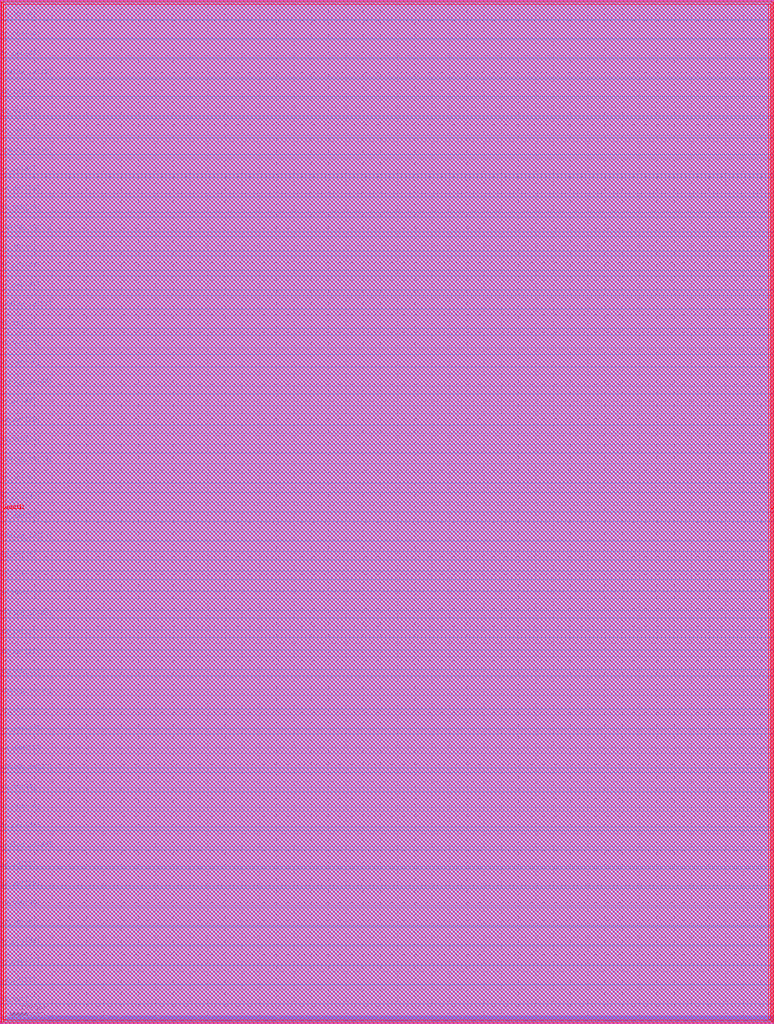
<source format=lef>
##
## LEF for PtnCells ;
## created by Innovus v20.10-p004_1 on Sun Jul 11 21:10:59 2021
##

VERSION 5.8 ;

BUSBITCHARS "[]" ;
DIVIDERCHAR "/" ;

MACRO user_proj_example
  CLASS BLOCK ;
  SIZE 2239.740000 BY 2960.040000 ;
  FOREIGN user_proj_example 0.000000 0.000000 ;
  ORIGIN 0 0 ;
  SYMMETRY X Y R90 ;
  PIN wb_clk_i
    DIRECTION INPUT ;
    USE SIGNAL ;
    PORT
      LAYER met2 ;
        RECT 4.760000 0.000000 4.900000 0.490000 ;
    END
  END wb_clk_i
  PIN wb_rst_i
    DIRECTION INPUT ;
    USE SIGNAL ;
    PORT
      LAYER met2 ;
        RECT 4.300000 0.000000 4.440000 0.490000 ;
    END
  END wb_rst_i
  PIN wbs_stb_i
    DIRECTION INPUT ;
    USE SIGNAL ;
    PORT
      LAYER met2 ;
        RECT 472.120000 0.000000 472.260000 0.490000 ;
    END
  END wbs_stb_i
  PIN wbs_cyc_i
    DIRECTION INPUT ;
    USE SIGNAL ;
    PORT
      LAYER met2 ;
        RECT 158.860000 0.000000 159.000000 0.490000 ;
    END
  END wbs_cyc_i
  PIN wbs_we_i
    DIRECTION INPUT ;
    USE SIGNAL ;
    PORT
      LAYER met2 ;
        RECT 476.720000 0.000000 476.860000 0.490000 ;
    END
  END wbs_we_i
  PIN wbs_sel_i[3]
    DIRECTION INPUT ;
    USE SIGNAL ;
    PORT
      LAYER met2 ;
        RECT 467.520000 0.000000 467.660000 0.490000 ;
    END
  END wbs_sel_i[3]
  PIN wbs_sel_i[2]
    DIRECTION INPUT ;
    USE SIGNAL ;
    PORT
      LAYER met2 ;
        RECT 462.920000 0.000000 463.060000 0.490000 ;
    END
  END wbs_sel_i[2]
  PIN wbs_sel_i[1]
    DIRECTION INPUT ;
    USE SIGNAL ;
    PORT
      LAYER met2 ;
        RECT 458.320000 0.000000 458.460000 0.490000 ;
    END
  END wbs_sel_i[1]
  PIN wbs_sel_i[0]
    DIRECTION INPUT ;
    USE SIGNAL ;
    PORT
      LAYER met2 ;
        RECT 454.180000 0.000000 454.320000 0.490000 ;
    END
  END wbs_sel_i[0]
  PIN wbs_dat_i[31]
    DIRECTION INPUT ;
    USE SIGNAL ;
    PORT
      LAYER met2 ;
        RECT 304.220000 0.000000 304.360000 0.490000 ;
    END
  END wbs_dat_i[31]
  PIN wbs_dat_i[30]
    DIRECTION INPUT ;
    USE SIGNAL ;
    PORT
      LAYER met2 ;
        RECT 299.620000 0.000000 299.760000 0.490000 ;
    END
  END wbs_dat_i[30]
  PIN wbs_dat_i[29]
    DIRECTION INPUT ;
    USE SIGNAL ;
    PORT
      LAYER met2 ;
        RECT 295.020000 0.000000 295.160000 0.490000 ;
    END
  END wbs_dat_i[29]
  PIN wbs_dat_i[28]
    DIRECTION INPUT ;
    USE SIGNAL ;
    PORT
      LAYER met2 ;
        RECT 290.420000 0.000000 290.560000 0.490000 ;
    END
  END wbs_dat_i[28]
  PIN wbs_dat_i[27]
    DIRECTION INPUT ;
    USE SIGNAL ;
    PORT
      LAYER met2 ;
        RECT 285.820000 0.000000 285.960000 0.490000 ;
    END
  END wbs_dat_i[27]
  PIN wbs_dat_i[26]
    DIRECTION INPUT ;
    USE SIGNAL ;
    PORT
      LAYER met2 ;
        RECT 281.220000 0.000000 281.360000 0.490000 ;
    END
  END wbs_dat_i[26]
  PIN wbs_dat_i[25]
    DIRECTION INPUT ;
    USE SIGNAL ;
    PORT
      LAYER met2 ;
        RECT 276.620000 0.000000 276.760000 0.490000 ;
    END
  END wbs_dat_i[25]
  PIN wbs_dat_i[24]
    DIRECTION INPUT ;
    USE SIGNAL ;
    PORT
      LAYER met2 ;
        RECT 272.480000 0.000000 272.620000 0.490000 ;
    END
  END wbs_dat_i[24]
  PIN wbs_dat_i[23]
    DIRECTION INPUT ;
    USE SIGNAL ;
    PORT
      LAYER met2 ;
        RECT 267.880000 0.000000 268.020000 0.490000 ;
    END
  END wbs_dat_i[23]
  PIN wbs_dat_i[22]
    DIRECTION INPUT ;
    USE SIGNAL ;
    PORT
      LAYER met2 ;
        RECT 263.280000 0.000000 263.420000 0.490000 ;
    END
  END wbs_dat_i[22]
  PIN wbs_dat_i[21]
    DIRECTION INPUT ;
    USE SIGNAL ;
    PORT
      LAYER met2 ;
        RECT 258.680000 0.000000 258.820000 0.490000 ;
    END
  END wbs_dat_i[21]
  PIN wbs_dat_i[20]
    DIRECTION INPUT ;
    USE SIGNAL ;
    PORT
      LAYER met2 ;
        RECT 254.080000 0.000000 254.220000 0.490000 ;
    END
  END wbs_dat_i[20]
  PIN wbs_dat_i[19]
    DIRECTION INPUT ;
    USE SIGNAL ;
    PORT
      LAYER met2 ;
        RECT 249.480000 0.000000 249.620000 0.490000 ;
    END
  END wbs_dat_i[19]
  PIN wbs_dat_i[18]
    DIRECTION INPUT ;
    USE SIGNAL ;
    PORT
      LAYER met2 ;
        RECT 244.880000 0.000000 245.020000 0.490000 ;
    END
  END wbs_dat_i[18]
  PIN wbs_dat_i[17]
    DIRECTION INPUT ;
    USE SIGNAL ;
    PORT
      LAYER met2 ;
        RECT 240.280000 0.000000 240.420000 0.490000 ;
    END
  END wbs_dat_i[17]
  PIN wbs_dat_i[16]
    DIRECTION INPUT ;
    USE SIGNAL ;
    PORT
      LAYER met2 ;
        RECT 236.140000 0.000000 236.280000 0.490000 ;
    END
  END wbs_dat_i[16]
  PIN wbs_dat_i[15]
    DIRECTION INPUT ;
    USE SIGNAL ;
    PORT
      LAYER met2 ;
        RECT 231.540000 0.000000 231.680000 0.490000 ;
    END
  END wbs_dat_i[15]
  PIN wbs_dat_i[14]
    DIRECTION INPUT ;
    USE SIGNAL ;
    PORT
      LAYER met2 ;
        RECT 226.940000 0.000000 227.080000 0.490000 ;
    END
  END wbs_dat_i[14]
  PIN wbs_dat_i[13]
    DIRECTION INPUT ;
    USE SIGNAL ;
    PORT
      LAYER met2 ;
        RECT 222.340000 0.000000 222.480000 0.490000 ;
    END
  END wbs_dat_i[13]
  PIN wbs_dat_i[12]
    DIRECTION INPUT ;
    USE SIGNAL ;
    PORT
      LAYER met2 ;
        RECT 217.740000 0.000000 217.880000 0.490000 ;
    END
  END wbs_dat_i[12]
  PIN wbs_dat_i[11]
    DIRECTION INPUT ;
    USE SIGNAL ;
    PORT
      LAYER met2 ;
        RECT 213.140000 0.000000 213.280000 0.490000 ;
    END
  END wbs_dat_i[11]
  PIN wbs_dat_i[10]
    DIRECTION INPUT ;
    USE SIGNAL ;
    PORT
      LAYER met2 ;
        RECT 208.540000 0.000000 208.680000 0.490000 ;
    END
  END wbs_dat_i[10]
  PIN wbs_dat_i[9]
    DIRECTION INPUT ;
    USE SIGNAL ;
    PORT
      LAYER met2 ;
        RECT 203.940000 0.000000 204.080000 0.490000 ;
    END
  END wbs_dat_i[9]
  PIN wbs_dat_i[8]
    DIRECTION INPUT ;
    USE SIGNAL ;
    PORT
      LAYER met2 ;
        RECT 199.800000 0.000000 199.940000 0.490000 ;
    END
  END wbs_dat_i[8]
  PIN wbs_dat_i[7]
    DIRECTION INPUT ;
    USE SIGNAL ;
    PORT
      LAYER met2 ;
        RECT 195.200000 0.000000 195.340000 0.490000 ;
    END
  END wbs_dat_i[7]
  PIN wbs_dat_i[6]
    DIRECTION INPUT ;
    USE SIGNAL ;
    PORT
      LAYER met2 ;
        RECT 190.600000 0.000000 190.740000 0.490000 ;
    END
  END wbs_dat_i[6]
  PIN wbs_dat_i[5]
    DIRECTION INPUT ;
    USE SIGNAL ;
    PORT
      LAYER met2 ;
        RECT 186.000000 0.000000 186.140000 0.490000 ;
    END
  END wbs_dat_i[5]
  PIN wbs_dat_i[4]
    DIRECTION INPUT ;
    USE SIGNAL ;
    PORT
      LAYER met2 ;
        RECT 181.400000 0.000000 181.540000 0.490000 ;
    END
  END wbs_dat_i[4]
  PIN wbs_dat_i[3]
    DIRECTION INPUT ;
    USE SIGNAL ;
    PORT
      LAYER met2 ;
        RECT 176.800000 0.000000 176.940000 0.490000 ;
    END
  END wbs_dat_i[3]
  PIN wbs_dat_i[2]
    DIRECTION INPUT ;
    USE SIGNAL ;
    PORT
      LAYER met2 ;
        RECT 172.200000 0.000000 172.340000 0.490000 ;
    END
  END wbs_dat_i[2]
  PIN wbs_dat_i[1]
    DIRECTION INPUT ;
    USE SIGNAL ;
    PORT
      LAYER met2 ;
        RECT 167.600000 0.000000 167.740000 0.490000 ;
    END
  END wbs_dat_i[1]
  PIN wbs_dat_i[0]
    DIRECTION INPUT ;
    USE SIGNAL ;
    PORT
      LAYER met2 ;
        RECT 163.460000 0.000000 163.600000 0.490000 ;
    END
  END wbs_dat_i[0]
  PIN wbs_adr_i[31]
    DIRECTION INPUT ;
    USE SIGNAL ;
    PORT
      LAYER met2 ;
        RECT 154.260000 0.000000 154.400000 0.490000 ;
    END
  END wbs_adr_i[31]
  PIN wbs_adr_i[30]
    DIRECTION INPUT ;
    USE SIGNAL ;
    PORT
      LAYER met2 ;
        RECT 149.660000 0.000000 149.800000 0.490000 ;
    END
  END wbs_adr_i[30]
  PIN wbs_adr_i[29]
    DIRECTION INPUT ;
    USE SIGNAL ;
    PORT
      LAYER met2 ;
        RECT 145.060000 0.000000 145.200000 0.490000 ;
    END
  END wbs_adr_i[29]
  PIN wbs_adr_i[28]
    DIRECTION INPUT ;
    USE SIGNAL ;
    PORT
      LAYER met2 ;
        RECT 140.460000 0.000000 140.600000 0.490000 ;
    END
  END wbs_adr_i[28]
  PIN wbs_adr_i[27]
    DIRECTION INPUT ;
    USE SIGNAL ;
    PORT
      LAYER met2 ;
        RECT 135.860000 0.000000 136.000000 0.490000 ;
    END
  END wbs_adr_i[27]
  PIN wbs_adr_i[26]
    DIRECTION INPUT ;
    USE SIGNAL ;
    PORT
      LAYER met2 ;
        RECT 131.260000 0.000000 131.400000 0.490000 ;
    END
  END wbs_adr_i[26]
  PIN wbs_adr_i[25]
    DIRECTION INPUT ;
    USE SIGNAL ;
    PORT
      LAYER met2 ;
        RECT 127.120000 0.000000 127.260000 0.490000 ;
    END
  END wbs_adr_i[25]
  PIN wbs_adr_i[24]
    DIRECTION INPUT ;
    USE SIGNAL ;
    PORT
      LAYER met2 ;
        RECT 122.520000 0.000000 122.660000 0.490000 ;
    END
  END wbs_adr_i[24]
  PIN wbs_adr_i[23]
    DIRECTION INPUT ;
    USE SIGNAL ;
    PORT
      LAYER met2 ;
        RECT 117.920000 0.000000 118.060000 0.490000 ;
    END
  END wbs_adr_i[23]
  PIN wbs_adr_i[22]
    DIRECTION INPUT ;
    USE SIGNAL ;
    PORT
      LAYER met2 ;
        RECT 113.320000 0.000000 113.460000 0.490000 ;
    END
  END wbs_adr_i[22]
  PIN wbs_adr_i[21]
    DIRECTION INPUT ;
    USE SIGNAL ;
    PORT
      LAYER met2 ;
        RECT 108.720000 0.000000 108.860000 0.490000 ;
    END
  END wbs_adr_i[21]
  PIN wbs_adr_i[20]
    DIRECTION INPUT ;
    USE SIGNAL ;
    PORT
      LAYER met2 ;
        RECT 104.120000 0.000000 104.260000 0.490000 ;
    END
  END wbs_adr_i[20]
  PIN wbs_adr_i[19]
    DIRECTION INPUT ;
    USE SIGNAL ;
    PORT
      LAYER met2 ;
        RECT 99.520000 0.000000 99.660000 0.490000 ;
    END
  END wbs_adr_i[19]
  PIN wbs_adr_i[18]
    DIRECTION INPUT ;
    USE SIGNAL ;
    PORT
      LAYER met2 ;
        RECT 94.920000 0.000000 95.060000 0.490000 ;
    END
  END wbs_adr_i[18]
  PIN wbs_adr_i[17]
    DIRECTION INPUT ;
    USE SIGNAL ;
    PORT
      LAYER met2 ;
        RECT 90.780000 0.000000 90.920000 0.490000 ;
    END
  END wbs_adr_i[17]
  PIN wbs_adr_i[16]
    DIRECTION INPUT ;
    USE SIGNAL ;
    PORT
      LAYER met2 ;
        RECT 86.180000 0.000000 86.320000 0.490000 ;
    END
  END wbs_adr_i[16]
  PIN wbs_adr_i[15]
    DIRECTION INPUT ;
    USE SIGNAL ;
    PORT
      LAYER met2 ;
        RECT 81.580000 0.000000 81.720000 0.490000 ;
    END
  END wbs_adr_i[15]
  PIN wbs_adr_i[14]
    DIRECTION INPUT ;
    USE SIGNAL ;
    PORT
      LAYER met2 ;
        RECT 76.980000 0.000000 77.120000 0.490000 ;
    END
  END wbs_adr_i[14]
  PIN wbs_adr_i[13]
    DIRECTION INPUT ;
    USE SIGNAL ;
    PORT
      LAYER met2 ;
        RECT 72.380000 0.000000 72.520000 0.490000 ;
    END
  END wbs_adr_i[13]
  PIN wbs_adr_i[12]
    DIRECTION INPUT ;
    USE SIGNAL ;
    PORT
      LAYER met2 ;
        RECT 67.780000 0.000000 67.920000 0.490000 ;
    END
  END wbs_adr_i[12]
  PIN wbs_adr_i[11]
    DIRECTION INPUT ;
    USE SIGNAL ;
    PORT
      LAYER met2 ;
        RECT 63.180000 0.000000 63.320000 0.490000 ;
    END
  END wbs_adr_i[11]
  PIN wbs_adr_i[10]
    DIRECTION INPUT ;
    USE SIGNAL ;
    PORT
      LAYER met2 ;
        RECT 58.580000 0.000000 58.720000 0.490000 ;
    END
  END wbs_adr_i[10]
  PIN wbs_adr_i[9]
    DIRECTION INPUT ;
    USE SIGNAL ;
    PORT
      LAYER met2 ;
        RECT 54.440000 0.000000 54.580000 0.490000 ;
    END
  END wbs_adr_i[9]
  PIN wbs_adr_i[8]
    DIRECTION INPUT ;
    USE SIGNAL ;
    PORT
      LAYER met2 ;
        RECT 49.840000 0.000000 49.980000 0.490000 ;
    END
  END wbs_adr_i[8]
  PIN wbs_adr_i[7]
    DIRECTION INPUT ;
    USE SIGNAL ;
    PORT
      LAYER met2 ;
        RECT 45.240000 0.000000 45.380000 0.490000 ;
    END
  END wbs_adr_i[7]
  PIN wbs_adr_i[6]
    DIRECTION INPUT ;
    USE SIGNAL ;
    PORT
      LAYER met2 ;
        RECT 40.640000 0.000000 40.780000 0.490000 ;
    END
  END wbs_adr_i[6]
  PIN wbs_adr_i[5]
    DIRECTION INPUT ;
    USE SIGNAL ;
    PORT
      LAYER met2 ;
        RECT 36.040000 0.000000 36.180000 0.490000 ;
    END
  END wbs_adr_i[5]
  PIN wbs_adr_i[4]
    DIRECTION INPUT ;
    USE SIGNAL ;
    PORT
      LAYER met2 ;
        RECT 31.440000 0.000000 31.580000 0.490000 ;
    END
  END wbs_adr_i[4]
  PIN wbs_adr_i[3]
    DIRECTION INPUT ;
    USE SIGNAL ;
    PORT
      LAYER met2 ;
        RECT 26.840000 0.000000 26.980000 0.490000 ;
    END
  END wbs_adr_i[3]
  PIN wbs_adr_i[2]
    DIRECTION INPUT ;
    USE SIGNAL ;
    PORT
      LAYER met2 ;
        RECT 22.240000 0.000000 22.380000 0.490000 ;
    END
  END wbs_adr_i[2]
  PIN wbs_adr_i[1]
    DIRECTION INPUT ;
    USE SIGNAL ;
    PORT
      LAYER met2 ;
        RECT 18.100000 0.000000 18.240000 0.490000 ;
    END
  END wbs_adr_i[1]
  PIN wbs_adr_i[0]
    DIRECTION INPUT ;
    USE SIGNAL ;
    PORT
      LAYER met2 ;
        RECT 13.500000 0.000000 13.640000 0.490000 ;
    END
  END wbs_adr_i[0]
  PIN wbs_ack_o
    DIRECTION OUTPUT ;
    USE SIGNAL ;
    PORT
      LAYER met2 ;
        RECT 8.900000 0.000000 9.040000 0.490000 ;
    END
  END wbs_ack_o
  PIN wbs_dat_o[31]
    DIRECTION OUTPUT ;
    USE SIGNAL ;
    PORT
      LAYER met2 ;
        RECT 449.580000 0.000000 449.720000 0.490000 ;
    END
  END wbs_dat_o[31]
  PIN wbs_dat_o[30]
    DIRECTION OUTPUT ;
    USE SIGNAL ;
    PORT
      LAYER met2 ;
        RECT 444.980000 0.000000 445.120000 0.490000 ;
    END
  END wbs_dat_o[30]
  PIN wbs_dat_o[29]
    DIRECTION OUTPUT ;
    USE SIGNAL ;
    PORT
      LAYER met2 ;
        RECT 440.380000 0.000000 440.520000 0.490000 ;
    END
  END wbs_dat_o[29]
  PIN wbs_dat_o[28]
    DIRECTION OUTPUT ;
    USE SIGNAL ;
    PORT
      LAYER met2 ;
        RECT 435.780000 0.000000 435.920000 0.490000 ;
    END
  END wbs_dat_o[28]
  PIN wbs_dat_o[27]
    DIRECTION OUTPUT ;
    USE SIGNAL ;
    PORT
      LAYER met2 ;
        RECT 431.180000 0.000000 431.320000 0.490000 ;
    END
  END wbs_dat_o[27]
  PIN wbs_dat_o[26]
    DIRECTION OUTPUT ;
    USE SIGNAL ;
    PORT
      LAYER met2 ;
        RECT 426.580000 0.000000 426.720000 0.490000 ;
    END
  END wbs_dat_o[26]
  PIN wbs_dat_o[25]
    DIRECTION OUTPUT ;
    USE SIGNAL ;
    PORT
      LAYER met2 ;
        RECT 421.980000 0.000000 422.120000 0.490000 ;
    END
  END wbs_dat_o[25]
  PIN wbs_dat_o[24]
    DIRECTION OUTPUT ;
    USE SIGNAL ;
    PORT
      LAYER met2 ;
        RECT 417.840000 0.000000 417.980000 0.490000 ;
    END
  END wbs_dat_o[24]
  PIN wbs_dat_o[23]
    DIRECTION OUTPUT ;
    USE SIGNAL ;
    PORT
      LAYER met2 ;
        RECT 413.240000 0.000000 413.380000 0.490000 ;
    END
  END wbs_dat_o[23]
  PIN wbs_dat_o[22]
    DIRECTION OUTPUT ;
    USE SIGNAL ;
    PORT
      LAYER met2 ;
        RECT 408.640000 0.000000 408.780000 0.490000 ;
    END
  END wbs_dat_o[22]
  PIN wbs_dat_o[21]
    DIRECTION OUTPUT ;
    USE SIGNAL ;
    PORT
      LAYER met2 ;
        RECT 404.040000 0.000000 404.180000 0.490000 ;
    END
  END wbs_dat_o[21]
  PIN wbs_dat_o[20]
    DIRECTION OUTPUT ;
    USE SIGNAL ;
    PORT
      LAYER met2 ;
        RECT 399.440000 0.000000 399.580000 0.490000 ;
    END
  END wbs_dat_o[20]
  PIN wbs_dat_o[19]
    DIRECTION OUTPUT ;
    USE SIGNAL ;
    PORT
      LAYER met2 ;
        RECT 394.840000 0.000000 394.980000 0.490000 ;
    END
  END wbs_dat_o[19]
  PIN wbs_dat_o[18]
    DIRECTION OUTPUT ;
    USE SIGNAL ;
    PORT
      LAYER met2 ;
        RECT 390.240000 0.000000 390.380000 0.490000 ;
    END
  END wbs_dat_o[18]
  PIN wbs_dat_o[17]
    DIRECTION OUTPUT ;
    USE SIGNAL ;
    PORT
      LAYER met2 ;
        RECT 385.640000 0.000000 385.780000 0.490000 ;
    END
  END wbs_dat_o[17]
  PIN wbs_dat_o[16]
    DIRECTION OUTPUT ;
    USE SIGNAL ;
    PORT
      LAYER met2 ;
        RECT 381.500000 0.000000 381.640000 0.490000 ;
    END
  END wbs_dat_o[16]
  PIN wbs_dat_o[15]
    DIRECTION OUTPUT ;
    USE SIGNAL ;
    PORT
      LAYER met2 ;
        RECT 376.900000 0.000000 377.040000 0.490000 ;
    END
  END wbs_dat_o[15]
  PIN wbs_dat_o[14]
    DIRECTION OUTPUT ;
    USE SIGNAL ;
    PORT
      LAYER met2 ;
        RECT 372.300000 0.000000 372.440000 0.490000 ;
    END
  END wbs_dat_o[14]
  PIN wbs_dat_o[13]
    DIRECTION OUTPUT ;
    USE SIGNAL ;
    PORT
      LAYER met2 ;
        RECT 367.700000 0.000000 367.840000 0.490000 ;
    END
  END wbs_dat_o[13]
  PIN wbs_dat_o[12]
    DIRECTION OUTPUT ;
    USE SIGNAL ;
    PORT
      LAYER met2 ;
        RECT 363.100000 0.000000 363.240000 0.490000 ;
    END
  END wbs_dat_o[12]
  PIN wbs_dat_o[11]
    DIRECTION OUTPUT ;
    USE SIGNAL ;
    PORT
      LAYER met2 ;
        RECT 358.500000 0.000000 358.640000 0.490000 ;
    END
  END wbs_dat_o[11]
  PIN wbs_dat_o[10]
    DIRECTION OUTPUT ;
    USE SIGNAL ;
    PORT
      LAYER met2 ;
        RECT 353.900000 0.000000 354.040000 0.490000 ;
    END
  END wbs_dat_o[10]
  PIN wbs_dat_o[9]
    DIRECTION OUTPUT ;
    USE SIGNAL ;
    PORT
      LAYER met2 ;
        RECT 349.300000 0.000000 349.440000 0.490000 ;
    END
  END wbs_dat_o[9]
  PIN wbs_dat_o[8]
    DIRECTION OUTPUT ;
    USE SIGNAL ;
    PORT
      LAYER met2 ;
        RECT 345.160000 0.000000 345.300000 0.490000 ;
    END
  END wbs_dat_o[8]
  PIN wbs_dat_o[7]
    DIRECTION OUTPUT ;
    USE SIGNAL ;
    PORT
      LAYER met2 ;
        RECT 340.560000 0.000000 340.700000 0.490000 ;
    END
  END wbs_dat_o[7]
  PIN wbs_dat_o[6]
    DIRECTION OUTPUT ;
    USE SIGNAL ;
    PORT
      LAYER met2 ;
        RECT 335.960000 0.000000 336.100000 0.490000 ;
    END
  END wbs_dat_o[6]
  PIN wbs_dat_o[5]
    DIRECTION OUTPUT ;
    USE SIGNAL ;
    PORT
      LAYER met2 ;
        RECT 331.360000 0.000000 331.500000 0.490000 ;
    END
  END wbs_dat_o[5]
  PIN wbs_dat_o[4]
    DIRECTION OUTPUT ;
    USE SIGNAL ;
    PORT
      LAYER met2 ;
        RECT 326.760000 0.000000 326.900000 0.490000 ;
    END
  END wbs_dat_o[4]
  PIN wbs_dat_o[3]
    DIRECTION OUTPUT ;
    USE SIGNAL ;
    PORT
      LAYER met2 ;
        RECT 322.160000 0.000000 322.300000 0.490000 ;
    END
  END wbs_dat_o[3]
  PIN wbs_dat_o[2]
    DIRECTION OUTPUT ;
    USE SIGNAL ;
    PORT
      LAYER met2 ;
        RECT 317.560000 0.000000 317.700000 0.490000 ;
    END
  END wbs_dat_o[2]
  PIN wbs_dat_o[1]
    DIRECTION OUTPUT ;
    USE SIGNAL ;
    PORT
      LAYER met2 ;
        RECT 312.960000 0.000000 313.100000 0.490000 ;
    END
  END wbs_dat_o[1]
  PIN wbs_dat_o[0]
    DIRECTION OUTPUT ;
    USE SIGNAL ;
    PORT
      LAYER met2 ;
        RECT 308.820000 0.000000 308.960000 0.490000 ;
    END
  END wbs_dat_o[0]
  PIN la_data_in[127]
    DIRECTION INPUT ;
    USE SIGNAL ;
    PORT
      LAYER met2 ;
        RECT 1058.160000 0.000000 1058.300000 0.490000 ;
    END
  END la_data_in[127]
  PIN la_data_in[126]
    DIRECTION INPUT ;
    USE SIGNAL ;
    PORT
      LAYER met2 ;
        RECT 1053.560000 0.000000 1053.700000 0.490000 ;
    END
  END la_data_in[126]
  PIN la_data_in[125]
    DIRECTION INPUT ;
    USE SIGNAL ;
    PORT
      LAYER met2 ;
        RECT 1048.960000 0.000000 1049.100000 0.490000 ;
    END
  END la_data_in[125]
  PIN la_data_in[124]
    DIRECTION INPUT ;
    USE SIGNAL ;
    PORT
      LAYER met2 ;
        RECT 1044.820000 0.000000 1044.960000 0.490000 ;
    END
  END la_data_in[124]
  PIN la_data_in[123]
    DIRECTION INPUT ;
    USE SIGNAL ;
    PORT
      LAYER met2 ;
        RECT 1040.220000 0.000000 1040.360000 0.490000 ;
    END
  END la_data_in[123]
  PIN la_data_in[122]
    DIRECTION INPUT ;
    USE SIGNAL ;
    PORT
      LAYER met2 ;
        RECT 1035.620000 0.000000 1035.760000 0.490000 ;
    END
  END la_data_in[122]
  PIN la_data_in[121]
    DIRECTION INPUT ;
    USE SIGNAL ;
    PORT
      LAYER met2 ;
        RECT 1031.020000 0.000000 1031.160000 0.490000 ;
    END
  END la_data_in[121]
  PIN la_data_in[120]
    DIRECTION INPUT ;
    USE SIGNAL ;
    PORT
      LAYER met2 ;
        RECT 1026.420000 0.000000 1026.560000 0.490000 ;
    END
  END la_data_in[120]
  PIN la_data_in[119]
    DIRECTION INPUT ;
    USE SIGNAL ;
    PORT
      LAYER met2 ;
        RECT 1021.820000 0.000000 1021.960000 0.490000 ;
    END
  END la_data_in[119]
  PIN la_data_in[118]
    DIRECTION INPUT ;
    USE SIGNAL ;
    PORT
      LAYER met2 ;
        RECT 1017.220000 0.000000 1017.360000 0.490000 ;
    END
  END la_data_in[118]
  PIN la_data_in[117]
    DIRECTION INPUT ;
    USE SIGNAL ;
    PORT
      LAYER met2 ;
        RECT 1012.620000 0.000000 1012.760000 0.490000 ;
    END
  END la_data_in[117]
  PIN la_data_in[116]
    DIRECTION INPUT ;
    USE SIGNAL ;
    PORT
      LAYER met2 ;
        RECT 1008.020000 0.000000 1008.160000 0.490000 ;
    END
  END la_data_in[116]
  PIN la_data_in[115]
    DIRECTION INPUT ;
    USE SIGNAL ;
    PORT
      LAYER met2 ;
        RECT 1003.880000 0.000000 1004.020000 0.490000 ;
    END
  END la_data_in[115]
  PIN la_data_in[114]
    DIRECTION INPUT ;
    USE SIGNAL ;
    PORT
      LAYER met2 ;
        RECT 999.280000 0.000000 999.420000 0.490000 ;
    END
  END la_data_in[114]
  PIN la_data_in[113]
    DIRECTION INPUT ;
    USE SIGNAL ;
    PORT
      LAYER met2 ;
        RECT 994.680000 0.000000 994.820000 0.490000 ;
    END
  END la_data_in[113]
  PIN la_data_in[112]
    DIRECTION INPUT ;
    USE SIGNAL ;
    PORT
      LAYER met2 ;
        RECT 990.080000 0.000000 990.220000 0.490000 ;
    END
  END la_data_in[112]
  PIN la_data_in[111]
    DIRECTION INPUT ;
    USE SIGNAL ;
    PORT
      LAYER met2 ;
        RECT 985.480000 0.000000 985.620000 0.490000 ;
    END
  END la_data_in[111]
  PIN la_data_in[110]
    DIRECTION INPUT ;
    USE SIGNAL ;
    PORT
      LAYER met2 ;
        RECT 980.880000 0.000000 981.020000 0.490000 ;
    END
  END la_data_in[110]
  PIN la_data_in[109]
    DIRECTION INPUT ;
    USE SIGNAL ;
    PORT
      LAYER met2 ;
        RECT 976.280000 0.000000 976.420000 0.490000 ;
    END
  END la_data_in[109]
  PIN la_data_in[108]
    DIRECTION INPUT ;
    USE SIGNAL ;
    PORT
      LAYER met2 ;
        RECT 971.680000 0.000000 971.820000 0.490000 ;
    END
  END la_data_in[108]
  PIN la_data_in[107]
    DIRECTION INPUT ;
    USE SIGNAL ;
    PORT
      LAYER met2 ;
        RECT 967.540000 0.000000 967.680000 0.490000 ;
    END
  END la_data_in[107]
  PIN la_data_in[106]
    DIRECTION INPUT ;
    USE SIGNAL ;
    PORT
      LAYER met2 ;
        RECT 962.940000 0.000000 963.080000 0.490000 ;
    END
  END la_data_in[106]
  PIN la_data_in[105]
    DIRECTION INPUT ;
    USE SIGNAL ;
    PORT
      LAYER met2 ;
        RECT 958.340000 0.000000 958.480000 0.490000 ;
    END
  END la_data_in[105]
  PIN la_data_in[104]
    DIRECTION INPUT ;
    USE SIGNAL ;
    PORT
      LAYER met2 ;
        RECT 953.740000 0.000000 953.880000 0.490000 ;
    END
  END la_data_in[104]
  PIN la_data_in[103]
    DIRECTION INPUT ;
    USE SIGNAL ;
    PORT
      LAYER met2 ;
        RECT 949.140000 0.000000 949.280000 0.490000 ;
    END
  END la_data_in[103]
  PIN la_data_in[102]
    DIRECTION INPUT ;
    USE SIGNAL ;
    PORT
      LAYER met2 ;
        RECT 944.540000 0.000000 944.680000 0.490000 ;
    END
  END la_data_in[102]
  PIN la_data_in[101]
    DIRECTION INPUT ;
    USE SIGNAL ;
    PORT
      LAYER met2 ;
        RECT 939.940000 0.000000 940.080000 0.490000 ;
    END
  END la_data_in[101]
  PIN la_data_in[100]
    DIRECTION INPUT ;
    USE SIGNAL ;
    PORT
      LAYER met2 ;
        RECT 935.340000 0.000000 935.480000 0.490000 ;
    END
  END la_data_in[100]
  PIN la_data_in[99]
    DIRECTION INPUT ;
    USE SIGNAL ;
    PORT
      LAYER met2 ;
        RECT 931.200000 0.000000 931.340000 0.490000 ;
    END
  END la_data_in[99]
  PIN la_data_in[98]
    DIRECTION INPUT ;
    USE SIGNAL ;
    PORT
      LAYER met2 ;
        RECT 926.600000 0.000000 926.740000 0.490000 ;
    END
  END la_data_in[98]
  PIN la_data_in[97]
    DIRECTION INPUT ;
    USE SIGNAL ;
    PORT
      LAYER met2 ;
        RECT 922.000000 0.000000 922.140000 0.490000 ;
    END
  END la_data_in[97]
  PIN la_data_in[96]
    DIRECTION INPUT ;
    USE SIGNAL ;
    PORT
      LAYER met2 ;
        RECT 917.400000 0.000000 917.540000 0.490000 ;
    END
  END la_data_in[96]
  PIN la_data_in[95]
    DIRECTION INPUT ;
    USE SIGNAL ;
    PORT
      LAYER met2 ;
        RECT 912.800000 0.000000 912.940000 0.490000 ;
    END
  END la_data_in[95]
  PIN la_data_in[94]
    DIRECTION INPUT ;
    USE SIGNAL ;
    PORT
      LAYER met2 ;
        RECT 908.200000 0.000000 908.340000 0.490000 ;
    END
  END la_data_in[94]
  PIN la_data_in[93]
    DIRECTION INPUT ;
    USE SIGNAL ;
    PORT
      LAYER met2 ;
        RECT 903.600000 0.000000 903.740000 0.490000 ;
    END
  END la_data_in[93]
  PIN la_data_in[92]
    DIRECTION INPUT ;
    USE SIGNAL ;
    PORT
      LAYER met2 ;
        RECT 899.000000 0.000000 899.140000 0.490000 ;
    END
  END la_data_in[92]
  PIN la_data_in[91]
    DIRECTION INPUT ;
    USE SIGNAL ;
    PORT
      LAYER met2 ;
        RECT 894.860000 0.000000 895.000000 0.490000 ;
    END
  END la_data_in[91]
  PIN la_data_in[90]
    DIRECTION INPUT ;
    USE SIGNAL ;
    PORT
      LAYER met2 ;
        RECT 890.260000 0.000000 890.400000 0.490000 ;
    END
  END la_data_in[90]
  PIN la_data_in[89]
    DIRECTION INPUT ;
    USE SIGNAL ;
    PORT
      LAYER met2 ;
        RECT 885.660000 0.000000 885.800000 0.490000 ;
    END
  END la_data_in[89]
  PIN la_data_in[88]
    DIRECTION INPUT ;
    USE SIGNAL ;
    PORT
      LAYER met2 ;
        RECT 881.060000 0.000000 881.200000 0.490000 ;
    END
  END la_data_in[88]
  PIN la_data_in[87]
    DIRECTION INPUT ;
    USE SIGNAL ;
    PORT
      LAYER met2 ;
        RECT 876.460000 0.000000 876.600000 0.490000 ;
    END
  END la_data_in[87]
  PIN la_data_in[86]
    DIRECTION INPUT ;
    USE SIGNAL ;
    PORT
      LAYER met2 ;
        RECT 871.860000 0.000000 872.000000 0.490000 ;
    END
  END la_data_in[86]
  PIN la_data_in[85]
    DIRECTION INPUT ;
    USE SIGNAL ;
    PORT
      LAYER met2 ;
        RECT 867.260000 0.000000 867.400000 0.490000 ;
    END
  END la_data_in[85]
  PIN la_data_in[84]
    DIRECTION INPUT ;
    USE SIGNAL ;
    PORT
      LAYER met2 ;
        RECT 862.660000 0.000000 862.800000 0.490000 ;
    END
  END la_data_in[84]
  PIN la_data_in[83]
    DIRECTION INPUT ;
    USE SIGNAL ;
    PORT
      LAYER met2 ;
        RECT 858.520000 0.000000 858.660000 0.490000 ;
    END
  END la_data_in[83]
  PIN la_data_in[82]
    DIRECTION INPUT ;
    USE SIGNAL ;
    PORT
      LAYER met2 ;
        RECT 853.920000 0.000000 854.060000 0.490000 ;
    END
  END la_data_in[82]
  PIN la_data_in[81]
    DIRECTION INPUT ;
    USE SIGNAL ;
    PORT
      LAYER met2 ;
        RECT 849.320000 0.000000 849.460000 0.490000 ;
    END
  END la_data_in[81]
  PIN la_data_in[80]
    DIRECTION INPUT ;
    USE SIGNAL ;
    PORT
      LAYER met2 ;
        RECT 844.720000 0.000000 844.860000 0.490000 ;
    END
  END la_data_in[80]
  PIN la_data_in[79]
    DIRECTION INPUT ;
    USE SIGNAL ;
    PORT
      LAYER met2 ;
        RECT 840.120000 0.000000 840.260000 0.490000 ;
    END
  END la_data_in[79]
  PIN la_data_in[78]
    DIRECTION INPUT ;
    USE SIGNAL ;
    PORT
      LAYER met2 ;
        RECT 835.520000 0.000000 835.660000 0.490000 ;
    END
  END la_data_in[78]
  PIN la_data_in[77]
    DIRECTION INPUT ;
    USE SIGNAL ;
    PORT
      LAYER met2 ;
        RECT 830.920000 0.000000 831.060000 0.490000 ;
    END
  END la_data_in[77]
  PIN la_data_in[76]
    DIRECTION INPUT ;
    USE SIGNAL ;
    PORT
      LAYER met2 ;
        RECT 826.320000 0.000000 826.460000 0.490000 ;
    END
  END la_data_in[76]
  PIN la_data_in[75]
    DIRECTION INPUT ;
    USE SIGNAL ;
    PORT
      LAYER met2 ;
        RECT 822.180000 0.000000 822.320000 0.490000 ;
    END
  END la_data_in[75]
  PIN la_data_in[74]
    DIRECTION INPUT ;
    USE SIGNAL ;
    PORT
      LAYER met2 ;
        RECT 817.580000 0.000000 817.720000 0.490000 ;
    END
  END la_data_in[74]
  PIN la_data_in[73]
    DIRECTION INPUT ;
    USE SIGNAL ;
    PORT
      LAYER met2 ;
        RECT 812.980000 0.000000 813.120000 0.490000 ;
    END
  END la_data_in[73]
  PIN la_data_in[72]
    DIRECTION INPUT ;
    USE SIGNAL ;
    PORT
      LAYER met2 ;
        RECT 808.380000 0.000000 808.520000 0.490000 ;
    END
  END la_data_in[72]
  PIN la_data_in[71]
    DIRECTION INPUT ;
    USE SIGNAL ;
    PORT
      LAYER met2 ;
        RECT 803.780000 0.000000 803.920000 0.490000 ;
    END
  END la_data_in[71]
  PIN la_data_in[70]
    DIRECTION INPUT ;
    USE SIGNAL ;
    PORT
      LAYER met2 ;
        RECT 799.180000 0.000000 799.320000 0.490000 ;
    END
  END la_data_in[70]
  PIN la_data_in[69]
    DIRECTION INPUT ;
    USE SIGNAL ;
    PORT
      LAYER met2 ;
        RECT 794.580000 0.000000 794.720000 0.490000 ;
    END
  END la_data_in[69]
  PIN la_data_in[68]
    DIRECTION INPUT ;
    USE SIGNAL ;
    PORT
      LAYER met2 ;
        RECT 789.980000 0.000000 790.120000 0.490000 ;
    END
  END la_data_in[68]
  PIN la_data_in[67]
    DIRECTION INPUT ;
    USE SIGNAL ;
    PORT
      LAYER met2 ;
        RECT 785.840000 0.000000 785.980000 0.490000 ;
    END
  END la_data_in[67]
  PIN la_data_in[66]
    DIRECTION INPUT ;
    USE SIGNAL ;
    PORT
      LAYER met2 ;
        RECT 781.240000 0.000000 781.380000 0.490000 ;
    END
  END la_data_in[66]
  PIN la_data_in[65]
    DIRECTION INPUT ;
    USE SIGNAL ;
    PORT
      LAYER met2 ;
        RECT 776.640000 0.000000 776.780000 0.490000 ;
    END
  END la_data_in[65]
  PIN la_data_in[64]
    DIRECTION INPUT ;
    USE SIGNAL ;
    PORT
      LAYER met2 ;
        RECT 772.040000 0.000000 772.180000 0.490000 ;
    END
  END la_data_in[64]
  PIN la_data_in[63]
    DIRECTION INPUT ;
    USE SIGNAL ;
    PORT
      LAYER met2 ;
        RECT 767.440000 0.000000 767.580000 0.490000 ;
    END
  END la_data_in[63]
  PIN la_data_in[62]
    DIRECTION INPUT ;
    USE SIGNAL ;
    PORT
      LAYER met2 ;
        RECT 762.840000 0.000000 762.980000 0.490000 ;
    END
  END la_data_in[62]
  PIN la_data_in[61]
    DIRECTION INPUT ;
    USE SIGNAL ;
    PORT
      LAYER met2 ;
        RECT 758.240000 0.000000 758.380000 0.490000 ;
    END
  END la_data_in[61]
  PIN la_data_in[60]
    DIRECTION INPUT ;
    USE SIGNAL ;
    PORT
      LAYER met2 ;
        RECT 753.640000 0.000000 753.780000 0.490000 ;
    END
  END la_data_in[60]
  PIN la_data_in[59]
    DIRECTION INPUT ;
    USE SIGNAL ;
    PORT
      LAYER met2 ;
        RECT 749.500000 0.000000 749.640000 0.490000 ;
    END
  END la_data_in[59]
  PIN la_data_in[58]
    DIRECTION INPUT ;
    USE SIGNAL ;
    PORT
      LAYER met2 ;
        RECT 744.900000 0.000000 745.040000 0.490000 ;
    END
  END la_data_in[58]
  PIN la_data_in[57]
    DIRECTION INPUT ;
    USE SIGNAL ;
    PORT
      LAYER met2 ;
        RECT 740.300000 0.000000 740.440000 0.490000 ;
    END
  END la_data_in[57]
  PIN la_data_in[56]
    DIRECTION INPUT ;
    USE SIGNAL ;
    PORT
      LAYER met2 ;
        RECT 735.700000 0.000000 735.840000 0.490000 ;
    END
  END la_data_in[56]
  PIN la_data_in[55]
    DIRECTION INPUT ;
    USE SIGNAL ;
    PORT
      LAYER met2 ;
        RECT 731.100000 0.000000 731.240000 0.490000 ;
    END
  END la_data_in[55]
  PIN la_data_in[54]
    DIRECTION INPUT ;
    USE SIGNAL ;
    PORT
      LAYER met2 ;
        RECT 726.500000 0.000000 726.640000 0.490000 ;
    END
  END la_data_in[54]
  PIN la_data_in[53]
    DIRECTION INPUT ;
    USE SIGNAL ;
    PORT
      LAYER met2 ;
        RECT 721.900000 0.000000 722.040000 0.490000 ;
    END
  END la_data_in[53]
  PIN la_data_in[52]
    DIRECTION INPUT ;
    USE SIGNAL ;
    PORT
      LAYER met2 ;
        RECT 717.300000 0.000000 717.440000 0.490000 ;
    END
  END la_data_in[52]
  PIN la_data_in[51]
    DIRECTION INPUT ;
    USE SIGNAL ;
    PORT
      LAYER met2 ;
        RECT 713.160000 0.000000 713.300000 0.490000 ;
    END
  END la_data_in[51]
  PIN la_data_in[50]
    DIRECTION INPUT ;
    USE SIGNAL ;
    PORT
      LAYER met2 ;
        RECT 708.560000 0.000000 708.700000 0.490000 ;
    END
  END la_data_in[50]
  PIN la_data_in[49]
    DIRECTION INPUT ;
    USE SIGNAL ;
    PORT
      LAYER met2 ;
        RECT 703.960000 0.000000 704.100000 0.490000 ;
    END
  END la_data_in[49]
  PIN la_data_in[48]
    DIRECTION INPUT ;
    USE SIGNAL ;
    PORT
      LAYER met2 ;
        RECT 699.360000 0.000000 699.500000 0.490000 ;
    END
  END la_data_in[48]
  PIN la_data_in[47]
    DIRECTION INPUT ;
    USE SIGNAL ;
    PORT
      LAYER met2 ;
        RECT 694.760000 0.000000 694.900000 0.490000 ;
    END
  END la_data_in[47]
  PIN la_data_in[46]
    DIRECTION INPUT ;
    USE SIGNAL ;
    PORT
      LAYER met2 ;
        RECT 690.160000 0.000000 690.300000 0.490000 ;
    END
  END la_data_in[46]
  PIN la_data_in[45]
    DIRECTION INPUT ;
    USE SIGNAL ;
    PORT
      LAYER met2 ;
        RECT 685.560000 0.000000 685.700000 0.490000 ;
    END
  END la_data_in[45]
  PIN la_data_in[44]
    DIRECTION INPUT ;
    USE SIGNAL ;
    PORT
      LAYER met2 ;
        RECT 680.960000 0.000000 681.100000 0.490000 ;
    END
  END la_data_in[44]
  PIN la_data_in[43]
    DIRECTION INPUT ;
    USE SIGNAL ;
    PORT
      LAYER met2 ;
        RECT 676.820000 0.000000 676.960000 0.490000 ;
    END
  END la_data_in[43]
  PIN la_data_in[42]
    DIRECTION INPUT ;
    USE SIGNAL ;
    PORT
      LAYER met2 ;
        RECT 672.220000 0.000000 672.360000 0.490000 ;
    END
  END la_data_in[42]
  PIN la_data_in[41]
    DIRECTION INPUT ;
    USE SIGNAL ;
    PORT
      LAYER met2 ;
        RECT 667.620000 0.000000 667.760000 0.490000 ;
    END
  END la_data_in[41]
  PIN la_data_in[40]
    DIRECTION INPUT ;
    USE SIGNAL ;
    PORT
      LAYER met2 ;
        RECT 663.020000 0.000000 663.160000 0.490000 ;
    END
  END la_data_in[40]
  PIN la_data_in[39]
    DIRECTION INPUT ;
    USE SIGNAL ;
    PORT
      LAYER met2 ;
        RECT 658.420000 0.000000 658.560000 0.490000 ;
    END
  END la_data_in[39]
  PIN la_data_in[38]
    DIRECTION INPUT ;
    USE SIGNAL ;
    PORT
      LAYER met2 ;
        RECT 653.820000 0.000000 653.960000 0.490000 ;
    END
  END la_data_in[38]
  PIN la_data_in[37]
    DIRECTION INPUT ;
    USE SIGNAL ;
    PORT
      LAYER met2 ;
        RECT 649.220000 0.000000 649.360000 0.490000 ;
    END
  END la_data_in[37]
  PIN la_data_in[36]
    DIRECTION INPUT ;
    USE SIGNAL ;
    PORT
      LAYER met2 ;
        RECT 644.620000 0.000000 644.760000 0.490000 ;
    END
  END la_data_in[36]
  PIN la_data_in[35]
    DIRECTION INPUT ;
    USE SIGNAL ;
    PORT
      LAYER met2 ;
        RECT 640.480000 0.000000 640.620000 0.490000 ;
    END
  END la_data_in[35]
  PIN la_data_in[34]
    DIRECTION INPUT ;
    USE SIGNAL ;
    PORT
      LAYER met2 ;
        RECT 635.880000 0.000000 636.020000 0.490000 ;
    END
  END la_data_in[34]
  PIN la_data_in[33]
    DIRECTION INPUT ;
    USE SIGNAL ;
    PORT
      LAYER met2 ;
        RECT 631.280000 0.000000 631.420000 0.490000 ;
    END
  END la_data_in[33]
  PIN la_data_in[32]
    DIRECTION INPUT ;
    USE SIGNAL ;
    PORT
      LAYER met2 ;
        RECT 626.680000 0.000000 626.820000 0.490000 ;
    END
  END la_data_in[32]
  PIN la_data_in[31]
    DIRECTION INPUT ;
    USE SIGNAL ;
    PORT
      LAYER met2 ;
        RECT 622.080000 0.000000 622.220000 0.490000 ;
    END
  END la_data_in[31]
  PIN la_data_in[30]
    DIRECTION INPUT ;
    USE SIGNAL ;
    PORT
      LAYER met2 ;
        RECT 617.480000 0.000000 617.620000 0.490000 ;
    END
  END la_data_in[30]
  PIN la_data_in[29]
    DIRECTION INPUT ;
    USE SIGNAL ;
    PORT
      LAYER met2 ;
        RECT 612.880000 0.000000 613.020000 0.490000 ;
    END
  END la_data_in[29]
  PIN la_data_in[28]
    DIRECTION INPUT ;
    USE SIGNAL ;
    PORT
      LAYER met2 ;
        RECT 608.280000 0.000000 608.420000 0.490000 ;
    END
  END la_data_in[28]
  PIN la_data_in[27]
    DIRECTION INPUT ;
    USE SIGNAL ;
    PORT
      LAYER met2 ;
        RECT 604.140000 0.000000 604.280000 0.490000 ;
    END
  END la_data_in[27]
  PIN la_data_in[26]
    DIRECTION INPUT ;
    USE SIGNAL ;
    PORT
      LAYER met2 ;
        RECT 599.540000 0.000000 599.680000 0.490000 ;
    END
  END la_data_in[26]
  PIN la_data_in[25]
    DIRECTION INPUT ;
    USE SIGNAL ;
    PORT
      LAYER met2 ;
        RECT 594.940000 0.000000 595.080000 0.490000 ;
    END
  END la_data_in[25]
  PIN la_data_in[24]
    DIRECTION INPUT ;
    USE SIGNAL ;
    PORT
      LAYER met2 ;
        RECT 590.340000 0.000000 590.480000 0.490000 ;
    END
  END la_data_in[24]
  PIN la_data_in[23]
    DIRECTION INPUT ;
    USE SIGNAL ;
    PORT
      LAYER met2 ;
        RECT 585.740000 0.000000 585.880000 0.490000 ;
    END
  END la_data_in[23]
  PIN la_data_in[22]
    DIRECTION INPUT ;
    USE SIGNAL ;
    PORT
      LAYER met2 ;
        RECT 581.140000 0.000000 581.280000 0.490000 ;
    END
  END la_data_in[22]
  PIN la_data_in[21]
    DIRECTION INPUT ;
    USE SIGNAL ;
    PORT
      LAYER met2 ;
        RECT 576.540000 0.000000 576.680000 0.490000 ;
    END
  END la_data_in[21]
  PIN la_data_in[20]
    DIRECTION INPUT ;
    USE SIGNAL ;
    PORT
      LAYER met2 ;
        RECT 571.940000 0.000000 572.080000 0.490000 ;
    END
  END la_data_in[20]
  PIN la_data_in[19]
    DIRECTION INPUT ;
    USE SIGNAL ;
    PORT
      LAYER met2 ;
        RECT 567.800000 0.000000 567.940000 0.490000 ;
    END
  END la_data_in[19]
  PIN la_data_in[18]
    DIRECTION INPUT ;
    USE SIGNAL ;
    PORT
      LAYER met2 ;
        RECT 563.200000 0.000000 563.340000 0.490000 ;
    END
  END la_data_in[18]
  PIN la_data_in[17]
    DIRECTION INPUT ;
    USE SIGNAL ;
    PORT
      LAYER met2 ;
        RECT 558.600000 0.000000 558.740000 0.490000 ;
    END
  END la_data_in[17]
  PIN la_data_in[16]
    DIRECTION INPUT ;
    USE SIGNAL ;
    PORT
      LAYER met2 ;
        RECT 554.000000 0.000000 554.140000 0.490000 ;
    END
  END la_data_in[16]
  PIN la_data_in[15]
    DIRECTION INPUT ;
    USE SIGNAL ;
    PORT
      LAYER met2 ;
        RECT 549.400000 0.000000 549.540000 0.490000 ;
    END
  END la_data_in[15]
  PIN la_data_in[14]
    DIRECTION INPUT ;
    USE SIGNAL ;
    PORT
      LAYER met2 ;
        RECT 544.800000 0.000000 544.940000 0.490000 ;
    END
  END la_data_in[14]
  PIN la_data_in[13]
    DIRECTION INPUT ;
    USE SIGNAL ;
    PORT
      LAYER met2 ;
        RECT 540.200000 0.000000 540.340000 0.490000 ;
    END
  END la_data_in[13]
  PIN la_data_in[12]
    DIRECTION INPUT ;
    USE SIGNAL ;
    PORT
      LAYER met2 ;
        RECT 535.600000 0.000000 535.740000 0.490000 ;
    END
  END la_data_in[12]
  PIN la_data_in[11]
    DIRECTION INPUT ;
    USE SIGNAL ;
    PORT
      LAYER met2 ;
        RECT 531.460000 0.000000 531.600000 0.490000 ;
    END
  END la_data_in[11]
  PIN la_data_in[10]
    DIRECTION INPUT ;
    USE SIGNAL ;
    PORT
      LAYER met2 ;
        RECT 526.860000 0.000000 527.000000 0.490000 ;
    END
  END la_data_in[10]
  PIN la_data_in[9]
    DIRECTION INPUT ;
    USE SIGNAL ;
    PORT
      LAYER met2 ;
        RECT 522.260000 0.000000 522.400000 0.490000 ;
    END
  END la_data_in[9]
  PIN la_data_in[8]
    DIRECTION INPUT ;
    USE SIGNAL ;
    PORT
      LAYER met2 ;
        RECT 517.660000 0.000000 517.800000 0.490000 ;
    END
  END la_data_in[8]
  PIN la_data_in[7]
    DIRECTION INPUT ;
    USE SIGNAL ;
    PORT
      LAYER met2 ;
        RECT 513.060000 0.000000 513.200000 0.490000 ;
    END
  END la_data_in[7]
  PIN la_data_in[6]
    DIRECTION INPUT ;
    USE SIGNAL ;
    PORT
      LAYER met2 ;
        RECT 508.460000 0.000000 508.600000 0.490000 ;
    END
  END la_data_in[6]
  PIN la_data_in[5]
    DIRECTION INPUT ;
    USE SIGNAL ;
    PORT
      LAYER met2 ;
        RECT 503.860000 0.000000 504.000000 0.490000 ;
    END
  END la_data_in[5]
  PIN la_data_in[4]
    DIRECTION INPUT ;
    USE SIGNAL ;
    PORT
      LAYER met2 ;
        RECT 499.260000 0.000000 499.400000 0.490000 ;
    END
  END la_data_in[4]
  PIN la_data_in[3]
    DIRECTION INPUT ;
    USE SIGNAL ;
    PORT
      LAYER met2 ;
        RECT 494.660000 0.000000 494.800000 0.490000 ;
    END
  END la_data_in[3]
  PIN la_data_in[2]
    DIRECTION INPUT ;
    USE SIGNAL ;
    PORT
      LAYER met2 ;
        RECT 490.520000 0.000000 490.660000 0.490000 ;
    END
  END la_data_in[2]
  PIN la_data_in[1]
    DIRECTION INPUT ;
    USE SIGNAL ;
    PORT
      LAYER met2 ;
        RECT 485.920000 0.000000 486.060000 0.490000 ;
    END
  END la_data_in[1]
  PIN la_data_in[0]
    DIRECTION INPUT ;
    USE SIGNAL ;
    PORT
      LAYER met2 ;
        RECT 481.320000 0.000000 481.460000 0.490000 ;
    END
  END la_data_in[0]
  PIN la_data_out[127]
    DIRECTION OUTPUT ;
    USE SIGNAL ;
    PORT
      LAYER met2 ;
        RECT 1639.600000 0.000000 1639.740000 0.490000 ;
    END
  END la_data_out[127]
  PIN la_data_out[126]
    DIRECTION OUTPUT ;
    USE SIGNAL ;
    PORT
      LAYER met2 ;
        RECT 1635.000000 0.000000 1635.140000 0.490000 ;
    END
  END la_data_out[126]
  PIN la_data_out[125]
    DIRECTION OUTPUT ;
    USE SIGNAL ;
    PORT
      LAYER met2 ;
        RECT 1630.860000 0.000000 1631.000000 0.490000 ;
    END
  END la_data_out[125]
  PIN la_data_out[124]
    DIRECTION OUTPUT ;
    USE SIGNAL ;
    PORT
      LAYER met2 ;
        RECT 1626.260000 0.000000 1626.400000 0.490000 ;
    END
  END la_data_out[124]
  PIN la_data_out[123]
    DIRECTION OUTPUT ;
    USE SIGNAL ;
    PORT
      LAYER met2 ;
        RECT 1621.660000 0.000000 1621.800000 0.490000 ;
    END
  END la_data_out[123]
  PIN la_data_out[122]
    DIRECTION OUTPUT ;
    USE SIGNAL ;
    PORT
      LAYER met2 ;
        RECT 1617.060000 0.000000 1617.200000 0.490000 ;
    END
  END la_data_out[122]
  PIN la_data_out[121]
    DIRECTION OUTPUT ;
    USE SIGNAL ;
    PORT
      LAYER met2 ;
        RECT 1612.460000 0.000000 1612.600000 0.490000 ;
    END
  END la_data_out[121]
  PIN la_data_out[120]
    DIRECTION OUTPUT ;
    USE SIGNAL ;
    PORT
      LAYER met2 ;
        RECT 1607.860000 0.000000 1608.000000 0.490000 ;
    END
  END la_data_out[120]
  PIN la_data_out[119]
    DIRECTION OUTPUT ;
    USE SIGNAL ;
    PORT
      LAYER met2 ;
        RECT 1603.260000 0.000000 1603.400000 0.490000 ;
    END
  END la_data_out[119]
  PIN la_data_out[118]
    DIRECTION OUTPUT ;
    USE SIGNAL ;
    PORT
      LAYER met2 ;
        RECT 1598.660000 0.000000 1598.800000 0.490000 ;
    END
  END la_data_out[118]
  PIN la_data_out[117]
    DIRECTION OUTPUT ;
    USE SIGNAL ;
    PORT
      LAYER met2 ;
        RECT 1594.520000 0.000000 1594.660000 0.490000 ;
    END
  END la_data_out[117]
  PIN la_data_out[116]
    DIRECTION OUTPUT ;
    USE SIGNAL ;
    PORT
      LAYER met2 ;
        RECT 1589.920000 0.000000 1590.060000 0.490000 ;
    END
  END la_data_out[116]
  PIN la_data_out[115]
    DIRECTION OUTPUT ;
    USE SIGNAL ;
    PORT
      LAYER met2 ;
        RECT 1585.320000 0.000000 1585.460000 0.490000 ;
    END
  END la_data_out[115]
  PIN la_data_out[114]
    DIRECTION OUTPUT ;
    USE SIGNAL ;
    PORT
      LAYER met2 ;
        RECT 1580.720000 0.000000 1580.860000 0.490000 ;
    END
  END la_data_out[114]
  PIN la_data_out[113]
    DIRECTION OUTPUT ;
    USE SIGNAL ;
    PORT
      LAYER met2 ;
        RECT 1576.120000 0.000000 1576.260000 0.490000 ;
    END
  END la_data_out[113]
  PIN la_data_out[112]
    DIRECTION OUTPUT ;
    USE SIGNAL ;
    PORT
      LAYER met2 ;
        RECT 1571.520000 0.000000 1571.660000 0.490000 ;
    END
  END la_data_out[112]
  PIN la_data_out[111]
    DIRECTION OUTPUT ;
    USE SIGNAL ;
    PORT
      LAYER met2 ;
        RECT 1566.920000 0.000000 1567.060000 0.490000 ;
    END
  END la_data_out[111]
  PIN la_data_out[110]
    DIRECTION OUTPUT ;
    USE SIGNAL ;
    PORT
      LAYER met2 ;
        RECT 1562.320000 0.000000 1562.460000 0.490000 ;
    END
  END la_data_out[110]
  PIN la_data_out[109]
    DIRECTION OUTPUT ;
    USE SIGNAL ;
    PORT
      LAYER met2 ;
        RECT 1558.180000 0.000000 1558.320000 0.490000 ;
    END
  END la_data_out[109]
  PIN la_data_out[108]
    DIRECTION OUTPUT ;
    USE SIGNAL ;
    PORT
      LAYER met2 ;
        RECT 1553.580000 0.000000 1553.720000 0.490000 ;
    END
  END la_data_out[108]
  PIN la_data_out[107]
    DIRECTION OUTPUT ;
    USE SIGNAL ;
    PORT
      LAYER met2 ;
        RECT 1548.980000 0.000000 1549.120000 0.490000 ;
    END
  END la_data_out[107]
  PIN la_data_out[106]
    DIRECTION OUTPUT ;
    USE SIGNAL ;
    PORT
      LAYER met2 ;
        RECT 1544.380000 0.000000 1544.520000 0.490000 ;
    END
  END la_data_out[106]
  PIN la_data_out[105]
    DIRECTION OUTPUT ;
    USE SIGNAL ;
    PORT
      LAYER met2 ;
        RECT 1539.780000 0.000000 1539.920000 0.490000 ;
    END
  END la_data_out[105]
  PIN la_data_out[104]
    DIRECTION OUTPUT ;
    USE SIGNAL ;
    PORT
      LAYER met2 ;
        RECT 1535.180000 0.000000 1535.320000 0.490000 ;
    END
  END la_data_out[104]
  PIN la_data_out[103]
    DIRECTION OUTPUT ;
    USE SIGNAL ;
    PORT
      LAYER met2 ;
        RECT 1530.580000 0.000000 1530.720000 0.490000 ;
    END
  END la_data_out[103]
  PIN la_data_out[102]
    DIRECTION OUTPUT ;
    USE SIGNAL ;
    PORT
      LAYER met2 ;
        RECT 1525.980000 0.000000 1526.120000 0.490000 ;
    END
  END la_data_out[102]
  PIN la_data_out[101]
    DIRECTION OUTPUT ;
    USE SIGNAL ;
    PORT
      LAYER met2 ;
        RECT 1521.380000 0.000000 1521.520000 0.490000 ;
    END
  END la_data_out[101]
  PIN la_data_out[100]
    DIRECTION OUTPUT ;
    USE SIGNAL ;
    PORT
      LAYER met2 ;
        RECT 1517.240000 0.000000 1517.380000 0.490000 ;
    END
  END la_data_out[100]
  PIN la_data_out[99]
    DIRECTION OUTPUT ;
    USE SIGNAL ;
    PORT
      LAYER met2 ;
        RECT 1512.640000 0.000000 1512.780000 0.490000 ;
    END
  END la_data_out[99]
  PIN la_data_out[98]
    DIRECTION OUTPUT ;
    USE SIGNAL ;
    PORT
      LAYER met2 ;
        RECT 1508.040000 0.000000 1508.180000 0.490000 ;
    END
  END la_data_out[98]
  PIN la_data_out[97]
    DIRECTION OUTPUT ;
    USE SIGNAL ;
    PORT
      LAYER met2 ;
        RECT 1503.440000 0.000000 1503.580000 0.490000 ;
    END
  END la_data_out[97]
  PIN la_data_out[96]
    DIRECTION OUTPUT ;
    USE SIGNAL ;
    PORT
      LAYER met2 ;
        RECT 1498.840000 0.000000 1498.980000 0.490000 ;
    END
  END la_data_out[96]
  PIN la_data_out[95]
    DIRECTION OUTPUT ;
    USE SIGNAL ;
    PORT
      LAYER met2 ;
        RECT 1494.240000 0.000000 1494.380000 0.490000 ;
    END
  END la_data_out[95]
  PIN la_data_out[94]
    DIRECTION OUTPUT ;
    USE SIGNAL ;
    PORT
      LAYER met2 ;
        RECT 1489.640000 0.000000 1489.780000 0.490000 ;
    END
  END la_data_out[94]
  PIN la_data_out[93]
    DIRECTION OUTPUT ;
    USE SIGNAL ;
    PORT
      LAYER met2 ;
        RECT 1485.040000 0.000000 1485.180000 0.490000 ;
    END
  END la_data_out[93]
  PIN la_data_out[92]
    DIRECTION OUTPUT ;
    USE SIGNAL ;
    PORT
      LAYER met2 ;
        RECT 1480.900000 0.000000 1481.040000 0.490000 ;
    END
  END la_data_out[92]
  PIN la_data_out[91]
    DIRECTION OUTPUT ;
    USE SIGNAL ;
    PORT
      LAYER met2 ;
        RECT 1476.300000 0.000000 1476.440000 0.490000 ;
    END
  END la_data_out[91]
  PIN la_data_out[90]
    DIRECTION OUTPUT ;
    USE SIGNAL ;
    PORT
      LAYER met2 ;
        RECT 1471.700000 0.000000 1471.840000 0.490000 ;
    END
  END la_data_out[90]
  PIN la_data_out[89]
    DIRECTION OUTPUT ;
    USE SIGNAL ;
    PORT
      LAYER met2 ;
        RECT 1467.100000 0.000000 1467.240000 0.490000 ;
    END
  END la_data_out[89]
  PIN la_data_out[88]
    DIRECTION OUTPUT ;
    USE SIGNAL ;
    PORT
      LAYER met2 ;
        RECT 1462.500000 0.000000 1462.640000 0.490000 ;
    END
  END la_data_out[88]
  PIN la_data_out[87]
    DIRECTION OUTPUT ;
    USE SIGNAL ;
    PORT
      LAYER met2 ;
        RECT 1457.900000 0.000000 1458.040000 0.490000 ;
    END
  END la_data_out[87]
  PIN la_data_out[86]
    DIRECTION OUTPUT ;
    USE SIGNAL ;
    PORT
      LAYER met2 ;
        RECT 1453.300000 0.000000 1453.440000 0.490000 ;
    END
  END la_data_out[86]
  PIN la_data_out[85]
    DIRECTION OUTPUT ;
    USE SIGNAL ;
    PORT
      LAYER met2 ;
        RECT 1448.700000 0.000000 1448.840000 0.490000 ;
    END
  END la_data_out[85]
  PIN la_data_out[84]
    DIRECTION OUTPUT ;
    USE SIGNAL ;
    PORT
      LAYER met2 ;
        RECT 1444.560000 0.000000 1444.700000 0.490000 ;
    END
  END la_data_out[84]
  PIN la_data_out[83]
    DIRECTION OUTPUT ;
    USE SIGNAL ;
    PORT
      LAYER met2 ;
        RECT 1439.960000 0.000000 1440.100000 0.490000 ;
    END
  END la_data_out[83]
  PIN la_data_out[82]
    DIRECTION OUTPUT ;
    USE SIGNAL ;
    PORT
      LAYER met2 ;
        RECT 1435.360000 0.000000 1435.500000 0.490000 ;
    END
  END la_data_out[82]
  PIN la_data_out[81]
    DIRECTION OUTPUT ;
    USE SIGNAL ;
    PORT
      LAYER met2 ;
        RECT 1430.760000 0.000000 1430.900000 0.490000 ;
    END
  END la_data_out[81]
  PIN la_data_out[80]
    DIRECTION OUTPUT ;
    USE SIGNAL ;
    PORT
      LAYER met2 ;
        RECT 1426.160000 0.000000 1426.300000 0.490000 ;
    END
  END la_data_out[80]
  PIN la_data_out[79]
    DIRECTION OUTPUT ;
    USE SIGNAL ;
    PORT
      LAYER met2 ;
        RECT 1421.560000 0.000000 1421.700000 0.490000 ;
    END
  END la_data_out[79]
  PIN la_data_out[78]
    DIRECTION OUTPUT ;
    USE SIGNAL ;
    PORT
      LAYER met2 ;
        RECT 1416.960000 0.000000 1417.100000 0.490000 ;
    END
  END la_data_out[78]
  PIN la_data_out[77]
    DIRECTION OUTPUT ;
    USE SIGNAL ;
    PORT
      LAYER met2 ;
        RECT 1412.360000 0.000000 1412.500000 0.490000 ;
    END
  END la_data_out[77]
  PIN la_data_out[76]
    DIRECTION OUTPUT ;
    USE SIGNAL ;
    PORT
      LAYER met2 ;
        RECT 1408.220000 0.000000 1408.360000 0.490000 ;
    END
  END la_data_out[76]
  PIN la_data_out[75]
    DIRECTION OUTPUT ;
    USE SIGNAL ;
    PORT
      LAYER met2 ;
        RECT 1403.620000 0.000000 1403.760000 0.490000 ;
    END
  END la_data_out[75]
  PIN la_data_out[74]
    DIRECTION OUTPUT ;
    USE SIGNAL ;
    PORT
      LAYER met2 ;
        RECT 1399.020000 0.000000 1399.160000 0.490000 ;
    END
  END la_data_out[74]
  PIN la_data_out[73]
    DIRECTION OUTPUT ;
    USE SIGNAL ;
    PORT
      LAYER met2 ;
        RECT 1394.420000 0.000000 1394.560000 0.490000 ;
    END
  END la_data_out[73]
  PIN la_data_out[72]
    DIRECTION OUTPUT ;
    USE SIGNAL ;
    PORT
      LAYER met2 ;
        RECT 1389.820000 0.000000 1389.960000 0.490000 ;
    END
  END la_data_out[72]
  PIN la_data_out[71]
    DIRECTION OUTPUT ;
    USE SIGNAL ;
    PORT
      LAYER met2 ;
        RECT 1385.220000 0.000000 1385.360000 0.490000 ;
    END
  END la_data_out[71]
  PIN la_data_out[70]
    DIRECTION OUTPUT ;
    USE SIGNAL ;
    PORT
      LAYER met2 ;
        RECT 1380.620000 0.000000 1380.760000 0.490000 ;
    END
  END la_data_out[70]
  PIN la_data_out[69]
    DIRECTION OUTPUT ;
    USE SIGNAL ;
    PORT
      LAYER met2 ;
        RECT 1376.020000 0.000000 1376.160000 0.490000 ;
    END
  END la_data_out[69]
  PIN la_data_out[68]
    DIRECTION OUTPUT ;
    USE SIGNAL ;
    PORT
      LAYER met2 ;
        RECT 1371.880000 0.000000 1372.020000 0.490000 ;
    END
  END la_data_out[68]
  PIN la_data_out[67]
    DIRECTION OUTPUT ;
    USE SIGNAL ;
    PORT
      LAYER met2 ;
        RECT 1367.280000 0.000000 1367.420000 0.490000 ;
    END
  END la_data_out[67]
  PIN la_data_out[66]
    DIRECTION OUTPUT ;
    USE SIGNAL ;
    PORT
      LAYER met2 ;
        RECT 1362.680000 0.000000 1362.820000 0.490000 ;
    END
  END la_data_out[66]
  PIN la_data_out[65]
    DIRECTION OUTPUT ;
    USE SIGNAL ;
    PORT
      LAYER met2 ;
        RECT 1358.080000 0.000000 1358.220000 0.490000 ;
    END
  END la_data_out[65]
  PIN la_data_out[64]
    DIRECTION OUTPUT ;
    USE SIGNAL ;
    PORT
      LAYER met2 ;
        RECT 1353.480000 0.000000 1353.620000 0.490000 ;
    END
  END la_data_out[64]
  PIN la_data_out[63]
    DIRECTION OUTPUT ;
    USE SIGNAL ;
    PORT
      LAYER met2 ;
        RECT 1348.880000 0.000000 1349.020000 0.490000 ;
    END
  END la_data_out[63]
  PIN la_data_out[62]
    DIRECTION OUTPUT ;
    USE SIGNAL ;
    PORT
      LAYER met2 ;
        RECT 1344.280000 0.000000 1344.420000 0.490000 ;
    END
  END la_data_out[62]
  PIN la_data_out[61]
    DIRECTION OUTPUT ;
    USE SIGNAL ;
    PORT
      LAYER met2 ;
        RECT 1339.680000 0.000000 1339.820000 0.490000 ;
    END
  END la_data_out[61]
  PIN la_data_out[60]
    DIRECTION OUTPUT ;
    USE SIGNAL ;
    PORT
      LAYER met2 ;
        RECT 1335.540000 0.000000 1335.680000 0.490000 ;
    END
  END la_data_out[60]
  PIN la_data_out[59]
    DIRECTION OUTPUT ;
    USE SIGNAL ;
    PORT
      LAYER met2 ;
        RECT 1330.940000 0.000000 1331.080000 0.490000 ;
    END
  END la_data_out[59]
  PIN la_data_out[58]
    DIRECTION OUTPUT ;
    USE SIGNAL ;
    PORT
      LAYER met2 ;
        RECT 1326.340000 0.000000 1326.480000 0.490000 ;
    END
  END la_data_out[58]
  PIN la_data_out[57]
    DIRECTION OUTPUT ;
    USE SIGNAL ;
    PORT
      LAYER met2 ;
        RECT 1321.740000 0.000000 1321.880000 0.490000 ;
    END
  END la_data_out[57]
  PIN la_data_out[56]
    DIRECTION OUTPUT ;
    USE SIGNAL ;
    PORT
      LAYER met2 ;
        RECT 1317.140000 0.000000 1317.280000 0.490000 ;
    END
  END la_data_out[56]
  PIN la_data_out[55]
    DIRECTION OUTPUT ;
    USE SIGNAL ;
    PORT
      LAYER met2 ;
        RECT 1312.540000 0.000000 1312.680000 0.490000 ;
    END
  END la_data_out[55]
  PIN la_data_out[54]
    DIRECTION OUTPUT ;
    USE SIGNAL ;
    PORT
      LAYER met2 ;
        RECT 1307.940000 0.000000 1308.080000 0.490000 ;
    END
  END la_data_out[54]
  PIN la_data_out[53]
    DIRECTION OUTPUT ;
    USE SIGNAL ;
    PORT
      LAYER met2 ;
        RECT 1303.340000 0.000000 1303.480000 0.490000 ;
    END
  END la_data_out[53]
  PIN la_data_out[52]
    DIRECTION OUTPUT ;
    USE SIGNAL ;
    PORT
      LAYER met2 ;
        RECT 1299.200000 0.000000 1299.340000 0.490000 ;
    END
  END la_data_out[52]
  PIN la_data_out[51]
    DIRECTION OUTPUT ;
    USE SIGNAL ;
    PORT
      LAYER met2 ;
        RECT 1294.600000 0.000000 1294.740000 0.490000 ;
    END
  END la_data_out[51]
  PIN la_data_out[50]
    DIRECTION OUTPUT ;
    USE SIGNAL ;
    PORT
      LAYER met2 ;
        RECT 1290.000000 0.000000 1290.140000 0.490000 ;
    END
  END la_data_out[50]
  PIN la_data_out[49]
    DIRECTION OUTPUT ;
    USE SIGNAL ;
    PORT
      LAYER met2 ;
        RECT 1285.400000 0.000000 1285.540000 0.490000 ;
    END
  END la_data_out[49]
  PIN la_data_out[48]
    DIRECTION OUTPUT ;
    USE SIGNAL ;
    PORT
      LAYER met2 ;
        RECT 1280.800000 0.000000 1280.940000 0.490000 ;
    END
  END la_data_out[48]
  PIN la_data_out[47]
    DIRECTION OUTPUT ;
    USE SIGNAL ;
    PORT
      LAYER met2 ;
        RECT 1276.200000 0.000000 1276.340000 0.490000 ;
    END
  END la_data_out[47]
  PIN la_data_out[46]
    DIRECTION OUTPUT ;
    USE SIGNAL ;
    PORT
      LAYER met2 ;
        RECT 1271.600000 0.000000 1271.740000 0.490000 ;
    END
  END la_data_out[46]
  PIN la_data_out[45]
    DIRECTION OUTPUT ;
    USE SIGNAL ;
    PORT
      LAYER met2 ;
        RECT 1267.000000 0.000000 1267.140000 0.490000 ;
    END
  END la_data_out[45]
  PIN la_data_out[44]
    DIRECTION OUTPUT ;
    USE SIGNAL ;
    PORT
      LAYER met2 ;
        RECT 1262.860000 0.000000 1263.000000 0.490000 ;
    END
  END la_data_out[44]
  PIN la_data_out[43]
    DIRECTION OUTPUT ;
    USE SIGNAL ;
    PORT
      LAYER met2 ;
        RECT 1258.260000 0.000000 1258.400000 0.490000 ;
    END
  END la_data_out[43]
  PIN la_data_out[42]
    DIRECTION OUTPUT ;
    USE SIGNAL ;
    PORT
      LAYER met2 ;
        RECT 1253.660000 0.000000 1253.800000 0.490000 ;
    END
  END la_data_out[42]
  PIN la_data_out[41]
    DIRECTION OUTPUT ;
    USE SIGNAL ;
    PORT
      LAYER met2 ;
        RECT 1249.060000 0.000000 1249.200000 0.490000 ;
    END
  END la_data_out[41]
  PIN la_data_out[40]
    DIRECTION OUTPUT ;
    USE SIGNAL ;
    PORT
      LAYER met2 ;
        RECT 1244.460000 0.000000 1244.600000 0.490000 ;
    END
  END la_data_out[40]
  PIN la_data_out[39]
    DIRECTION OUTPUT ;
    USE SIGNAL ;
    PORT
      LAYER met2 ;
        RECT 1239.860000 0.000000 1240.000000 0.490000 ;
    END
  END la_data_out[39]
  PIN la_data_out[38]
    DIRECTION OUTPUT ;
    USE SIGNAL ;
    PORT
      LAYER met2 ;
        RECT 1235.260000 0.000000 1235.400000 0.490000 ;
    END
  END la_data_out[38]
  PIN la_data_out[37]
    DIRECTION OUTPUT ;
    USE SIGNAL ;
    PORT
      LAYER met2 ;
        RECT 1230.660000 0.000000 1230.800000 0.490000 ;
    END
  END la_data_out[37]
  PIN la_data_out[36]
    DIRECTION OUTPUT ;
    USE SIGNAL ;
    PORT
      LAYER met2 ;
        RECT 1226.520000 0.000000 1226.660000 0.490000 ;
    END
  END la_data_out[36]
  PIN la_data_out[35]
    DIRECTION OUTPUT ;
    USE SIGNAL ;
    PORT
      LAYER met2 ;
        RECT 1221.920000 0.000000 1222.060000 0.490000 ;
    END
  END la_data_out[35]
  PIN la_data_out[34]
    DIRECTION OUTPUT ;
    USE SIGNAL ;
    PORT
      LAYER met2 ;
        RECT 1217.320000 0.000000 1217.460000 0.490000 ;
    END
  END la_data_out[34]
  PIN la_data_out[33]
    DIRECTION OUTPUT ;
    USE SIGNAL ;
    PORT
      LAYER met2 ;
        RECT 1212.720000 0.000000 1212.860000 0.490000 ;
    END
  END la_data_out[33]
  PIN la_data_out[32]
    DIRECTION OUTPUT ;
    USE SIGNAL ;
    PORT
      LAYER met2 ;
        RECT 1208.120000 0.000000 1208.260000 0.490000 ;
    END
  END la_data_out[32]
  PIN la_data_out[31]
    DIRECTION OUTPUT ;
    USE SIGNAL ;
    PORT
      LAYER met2 ;
        RECT 1203.520000 0.000000 1203.660000 0.490000 ;
    END
  END la_data_out[31]
  PIN la_data_out[30]
    DIRECTION OUTPUT ;
    USE SIGNAL ;
    PORT
      LAYER met2 ;
        RECT 1198.920000 0.000000 1199.060000 0.490000 ;
    END
  END la_data_out[30]
  PIN la_data_out[29]
    DIRECTION OUTPUT ;
    USE SIGNAL ;
    PORT
      LAYER met2 ;
        RECT 1194.320000 0.000000 1194.460000 0.490000 ;
    END
  END la_data_out[29]
  PIN la_data_out[28]
    DIRECTION OUTPUT ;
    USE SIGNAL ;
    PORT
      LAYER met2 ;
        RECT 1190.180000 0.000000 1190.320000 0.490000 ;
    END
  END la_data_out[28]
  PIN la_data_out[27]
    DIRECTION OUTPUT ;
    USE SIGNAL ;
    PORT
      LAYER met2 ;
        RECT 1185.580000 0.000000 1185.720000 0.490000 ;
    END
  END la_data_out[27]
  PIN la_data_out[26]
    DIRECTION OUTPUT ;
    USE SIGNAL ;
    PORT
      LAYER met2 ;
        RECT 1180.980000 0.000000 1181.120000 0.490000 ;
    END
  END la_data_out[26]
  PIN la_data_out[25]
    DIRECTION OUTPUT ;
    USE SIGNAL ;
    PORT
      LAYER met2 ;
        RECT 1176.380000 0.000000 1176.520000 0.490000 ;
    END
  END la_data_out[25]
  PIN la_data_out[24]
    DIRECTION OUTPUT ;
    USE SIGNAL ;
    PORT
      LAYER met2 ;
        RECT 1171.780000 0.000000 1171.920000 0.490000 ;
    END
  END la_data_out[24]
  PIN la_data_out[23]
    DIRECTION OUTPUT ;
    USE SIGNAL ;
    PORT
      LAYER met2 ;
        RECT 1167.180000 0.000000 1167.320000 0.490000 ;
    END
  END la_data_out[23]
  PIN la_data_out[22]
    DIRECTION OUTPUT ;
    USE SIGNAL ;
    PORT
      LAYER met2 ;
        RECT 1162.580000 0.000000 1162.720000 0.490000 ;
    END
  END la_data_out[22]
  PIN la_data_out[21]
    DIRECTION OUTPUT ;
    USE SIGNAL ;
    PORT
      LAYER met2 ;
        RECT 1157.980000 0.000000 1158.120000 0.490000 ;
    END
  END la_data_out[21]
  PIN la_data_out[20]
    DIRECTION OUTPUT ;
    USE SIGNAL ;
    PORT
      LAYER met2 ;
        RECT 1153.840000 0.000000 1153.980000 0.490000 ;
    END
  END la_data_out[20]
  PIN la_data_out[19]
    DIRECTION OUTPUT ;
    USE SIGNAL ;
    PORT
      LAYER met2 ;
        RECT 1149.240000 0.000000 1149.380000 0.490000 ;
    END
  END la_data_out[19]
  PIN la_data_out[18]
    DIRECTION OUTPUT ;
    USE SIGNAL ;
    PORT
      LAYER met2 ;
        RECT 1144.640000 0.000000 1144.780000 0.490000 ;
    END
  END la_data_out[18]
  PIN la_data_out[17]
    DIRECTION OUTPUT ;
    USE SIGNAL ;
    PORT
      LAYER met2 ;
        RECT 1140.040000 0.000000 1140.180000 0.490000 ;
    END
  END la_data_out[17]
  PIN la_data_out[16]
    DIRECTION OUTPUT ;
    USE SIGNAL ;
    PORT
      LAYER met2 ;
        RECT 1135.440000 0.000000 1135.580000 0.490000 ;
    END
  END la_data_out[16]
  PIN la_data_out[15]
    DIRECTION OUTPUT ;
    USE SIGNAL ;
    PORT
      LAYER met2 ;
        RECT 1130.840000 0.000000 1130.980000 0.490000 ;
    END
  END la_data_out[15]
  PIN la_data_out[14]
    DIRECTION OUTPUT ;
    USE SIGNAL ;
    PORT
      LAYER met2 ;
        RECT 1126.240000 0.000000 1126.380000 0.490000 ;
    END
  END la_data_out[14]
  PIN la_data_out[13]
    DIRECTION OUTPUT ;
    USE SIGNAL ;
    PORT
      LAYER met2 ;
        RECT 1121.640000 0.000000 1121.780000 0.490000 ;
    END
  END la_data_out[13]
  PIN la_data_out[12]
    DIRECTION OUTPUT ;
    USE SIGNAL ;
    PORT
      LAYER met2 ;
        RECT 1117.500000 0.000000 1117.640000 0.490000 ;
    END
  END la_data_out[12]
  PIN la_data_out[11]
    DIRECTION OUTPUT ;
    USE SIGNAL ;
    PORT
      LAYER met2 ;
        RECT 1112.900000 0.000000 1113.040000 0.490000 ;
    END
  END la_data_out[11]
  PIN la_data_out[10]
    DIRECTION OUTPUT ;
    USE SIGNAL ;
    PORT
      LAYER met2 ;
        RECT 1108.300000 0.000000 1108.440000 0.490000 ;
    END
  END la_data_out[10]
  PIN la_data_out[9]
    DIRECTION OUTPUT ;
    USE SIGNAL ;
    PORT
      LAYER met2 ;
        RECT 1103.700000 0.000000 1103.840000 0.490000 ;
    END
  END la_data_out[9]
  PIN la_data_out[8]
    DIRECTION OUTPUT ;
    USE SIGNAL ;
    PORT
      LAYER met2 ;
        RECT 1099.100000 0.000000 1099.240000 0.490000 ;
    END
  END la_data_out[8]
  PIN la_data_out[7]
    DIRECTION OUTPUT ;
    USE SIGNAL ;
    PORT
      LAYER met2 ;
        RECT 1094.500000 0.000000 1094.640000 0.490000 ;
    END
  END la_data_out[7]
  PIN la_data_out[6]
    DIRECTION OUTPUT ;
    USE SIGNAL ;
    PORT
      LAYER met2 ;
        RECT 1089.900000 0.000000 1090.040000 0.490000 ;
    END
  END la_data_out[6]
  PIN la_data_out[5]
    DIRECTION OUTPUT ;
    USE SIGNAL ;
    PORT
      LAYER met2 ;
        RECT 1085.300000 0.000000 1085.440000 0.490000 ;
    END
  END la_data_out[5]
  PIN la_data_out[4]
    DIRECTION OUTPUT ;
    USE SIGNAL ;
    PORT
      LAYER met2 ;
        RECT 1081.160000 0.000000 1081.300000 0.490000 ;
    END
  END la_data_out[4]
  PIN la_data_out[3]
    DIRECTION OUTPUT ;
    USE SIGNAL ;
    PORT
      LAYER met2 ;
        RECT 1076.560000 0.000000 1076.700000 0.490000 ;
    END
  END la_data_out[3]
  PIN la_data_out[2]
    DIRECTION OUTPUT ;
    USE SIGNAL ;
    PORT
      LAYER met2 ;
        RECT 1071.960000 0.000000 1072.100000 0.490000 ;
    END
  END la_data_out[2]
  PIN la_data_out[1]
    DIRECTION OUTPUT ;
    USE SIGNAL ;
    PORT
      LAYER met2 ;
        RECT 1067.360000 0.000000 1067.500000 0.490000 ;
    END
  END la_data_out[1]
  PIN la_data_out[0]
    DIRECTION OUTPUT ;
    USE SIGNAL ;
    PORT
      LAYER met2 ;
        RECT 1062.760000 0.000000 1062.900000 0.490000 ;
    END
  END la_data_out[0]
  PIN la_oenb[127]
    DIRECTION INPUT ;
    USE SIGNAL ;
    PORT
      LAYER met2 ;
        RECT 2221.040000 0.000000 2221.180000 0.490000 ;
    END
  END la_oenb[127]
  PIN la_oenb[126]
    DIRECTION INPUT ;
    USE SIGNAL ;
    PORT
      LAYER met2 ;
        RECT 2216.900000 0.000000 2217.040000 0.490000 ;
    END
  END la_oenb[126]
  PIN la_oenb[125]
    DIRECTION INPUT ;
    USE SIGNAL ;
    PORT
      LAYER met2 ;
        RECT 2212.300000 0.000000 2212.440000 0.490000 ;
    END
  END la_oenb[125]
  PIN la_oenb[124]
    DIRECTION INPUT ;
    USE SIGNAL ;
    PORT
      LAYER met2 ;
        RECT 2207.700000 0.000000 2207.840000 0.490000 ;
    END
  END la_oenb[124]
  PIN la_oenb[123]
    DIRECTION INPUT ;
    USE SIGNAL ;
    PORT
      LAYER met2 ;
        RECT 2203.100000 0.000000 2203.240000 0.490000 ;
    END
  END la_oenb[123]
  PIN la_oenb[122]
    DIRECTION INPUT ;
    USE SIGNAL ;
    PORT
      LAYER met2 ;
        RECT 2198.500000 0.000000 2198.640000 0.490000 ;
    END
  END la_oenb[122]
  PIN la_oenb[121]
    DIRECTION INPUT ;
    USE SIGNAL ;
    PORT
      LAYER met2 ;
        RECT 2193.900000 0.000000 2194.040000 0.490000 ;
    END
  END la_oenb[121]
  PIN la_oenb[120]
    DIRECTION INPUT ;
    USE SIGNAL ;
    PORT
      LAYER met2 ;
        RECT 2189.300000 0.000000 2189.440000 0.490000 ;
    END
  END la_oenb[120]
  PIN la_oenb[119]
    DIRECTION INPUT ;
    USE SIGNAL ;
    PORT
      LAYER met2 ;
        RECT 2184.700000 0.000000 2184.840000 0.490000 ;
    END
  END la_oenb[119]
  PIN la_oenb[118]
    DIRECTION INPUT ;
    USE SIGNAL ;
    PORT
      LAYER met2 ;
        RECT 2180.560000 0.000000 2180.700000 0.490000 ;
    END
  END la_oenb[118]
  PIN la_oenb[117]
    DIRECTION INPUT ;
    USE SIGNAL ;
    PORT
      LAYER met2 ;
        RECT 2175.960000 0.000000 2176.100000 0.490000 ;
    END
  END la_oenb[117]
  PIN la_oenb[116]
    DIRECTION INPUT ;
    USE SIGNAL ;
    PORT
      LAYER met2 ;
        RECT 2171.360000 0.000000 2171.500000 0.490000 ;
    END
  END la_oenb[116]
  PIN la_oenb[115]
    DIRECTION INPUT ;
    USE SIGNAL ;
    PORT
      LAYER met2 ;
        RECT 2166.760000 0.000000 2166.900000 0.490000 ;
    END
  END la_oenb[115]
  PIN la_oenb[114]
    DIRECTION INPUT ;
    USE SIGNAL ;
    PORT
      LAYER met2 ;
        RECT 2162.160000 0.000000 2162.300000 0.490000 ;
    END
  END la_oenb[114]
  PIN la_oenb[113]
    DIRECTION INPUT ;
    USE SIGNAL ;
    PORT
      LAYER met2 ;
        RECT 2157.560000 0.000000 2157.700000 0.490000 ;
    END
  END la_oenb[113]
  PIN la_oenb[112]
    DIRECTION INPUT ;
    USE SIGNAL ;
    PORT
      LAYER met2 ;
        RECT 2152.960000 0.000000 2153.100000 0.490000 ;
    END
  END la_oenb[112]
  PIN la_oenb[111]
    DIRECTION INPUT ;
    USE SIGNAL ;
    PORT
      LAYER met2 ;
        RECT 2148.360000 0.000000 2148.500000 0.490000 ;
    END
  END la_oenb[111]
  PIN la_oenb[110]
    DIRECTION INPUT ;
    USE SIGNAL ;
    PORT
      LAYER met2 ;
        RECT 2144.220000 0.000000 2144.360000 0.490000 ;
    END
  END la_oenb[110]
  PIN la_oenb[109]
    DIRECTION INPUT ;
    USE SIGNAL ;
    PORT
      LAYER met2 ;
        RECT 2139.620000 0.000000 2139.760000 0.490000 ;
    END
  END la_oenb[109]
  PIN la_oenb[108]
    DIRECTION INPUT ;
    USE SIGNAL ;
    PORT
      LAYER met2 ;
        RECT 2135.020000 0.000000 2135.160000 0.490000 ;
    END
  END la_oenb[108]
  PIN la_oenb[107]
    DIRECTION INPUT ;
    USE SIGNAL ;
    PORT
      LAYER met2 ;
        RECT 2130.420000 0.000000 2130.560000 0.490000 ;
    END
  END la_oenb[107]
  PIN la_oenb[106]
    DIRECTION INPUT ;
    USE SIGNAL ;
    PORT
      LAYER met2 ;
        RECT 2125.820000 0.000000 2125.960000 0.490000 ;
    END
  END la_oenb[106]
  PIN la_oenb[105]
    DIRECTION INPUT ;
    USE SIGNAL ;
    PORT
      LAYER met2 ;
        RECT 2121.220000 0.000000 2121.360000 0.490000 ;
    END
  END la_oenb[105]
  PIN la_oenb[104]
    DIRECTION INPUT ;
    USE SIGNAL ;
    PORT
      LAYER met2 ;
        RECT 2116.620000 0.000000 2116.760000 0.490000 ;
    END
  END la_oenb[104]
  PIN la_oenb[103]
    DIRECTION INPUT ;
    USE SIGNAL ;
    PORT
      LAYER met2 ;
        RECT 2112.020000 0.000000 2112.160000 0.490000 ;
    END
  END la_oenb[103]
  PIN la_oenb[102]
    DIRECTION INPUT ;
    USE SIGNAL ;
    PORT
      LAYER met2 ;
        RECT 2107.880000 0.000000 2108.020000 0.490000 ;
    END
  END la_oenb[102]
  PIN la_oenb[101]
    DIRECTION INPUT ;
    USE SIGNAL ;
    PORT
      LAYER met2 ;
        RECT 2103.280000 0.000000 2103.420000 0.490000 ;
    END
  END la_oenb[101]
  PIN la_oenb[100]
    DIRECTION INPUT ;
    USE SIGNAL ;
    PORT
      LAYER met2 ;
        RECT 2098.680000 0.000000 2098.820000 0.490000 ;
    END
  END la_oenb[100]
  PIN la_oenb[99]
    DIRECTION INPUT ;
    USE SIGNAL ;
    PORT
      LAYER met2 ;
        RECT 2094.080000 0.000000 2094.220000 0.490000 ;
    END
  END la_oenb[99]
  PIN la_oenb[98]
    DIRECTION INPUT ;
    USE SIGNAL ;
    PORT
      LAYER met2 ;
        RECT 2089.480000 0.000000 2089.620000 0.490000 ;
    END
  END la_oenb[98]
  PIN la_oenb[97]
    DIRECTION INPUT ;
    USE SIGNAL ;
    PORT
      LAYER met2 ;
        RECT 2084.880000 0.000000 2085.020000 0.490000 ;
    END
  END la_oenb[97]
  PIN la_oenb[96]
    DIRECTION INPUT ;
    USE SIGNAL ;
    PORT
      LAYER met2 ;
        RECT 2080.280000 0.000000 2080.420000 0.490000 ;
    END
  END la_oenb[96]
  PIN la_oenb[95]
    DIRECTION INPUT ;
    USE SIGNAL ;
    PORT
      LAYER met2 ;
        RECT 2075.680000 0.000000 2075.820000 0.490000 ;
    END
  END la_oenb[95]
  PIN la_oenb[94]
    DIRECTION INPUT ;
    USE SIGNAL ;
    PORT
      LAYER met2 ;
        RECT 2071.540000 0.000000 2071.680000 0.490000 ;
    END
  END la_oenb[94]
  PIN la_oenb[93]
    DIRECTION INPUT ;
    USE SIGNAL ;
    PORT
      LAYER met2 ;
        RECT 2066.940000 0.000000 2067.080000 0.490000 ;
    END
  END la_oenb[93]
  PIN la_oenb[92]
    DIRECTION INPUT ;
    USE SIGNAL ;
    PORT
      LAYER met2 ;
        RECT 2062.340000 0.000000 2062.480000 0.490000 ;
    END
  END la_oenb[92]
  PIN la_oenb[91]
    DIRECTION INPUT ;
    USE SIGNAL ;
    PORT
      LAYER met2 ;
        RECT 2057.740000 0.000000 2057.880000 0.490000 ;
    END
  END la_oenb[91]
  PIN la_oenb[90]
    DIRECTION INPUT ;
    USE SIGNAL ;
    PORT
      LAYER met2 ;
        RECT 2053.140000 0.000000 2053.280000 0.490000 ;
    END
  END la_oenb[90]
  PIN la_oenb[89]
    DIRECTION INPUT ;
    USE SIGNAL ;
    PORT
      LAYER met2 ;
        RECT 2048.540000 0.000000 2048.680000 0.490000 ;
    END
  END la_oenb[89]
  PIN la_oenb[88]
    DIRECTION INPUT ;
    USE SIGNAL ;
    PORT
      LAYER met2 ;
        RECT 2043.940000 0.000000 2044.080000 0.490000 ;
    END
  END la_oenb[88]
  PIN la_oenb[87]
    DIRECTION INPUT ;
    USE SIGNAL ;
    PORT
      LAYER met2 ;
        RECT 2039.340000 0.000000 2039.480000 0.490000 ;
    END
  END la_oenb[87]
  PIN la_oenb[86]
    DIRECTION INPUT ;
    USE SIGNAL ;
    PORT
      LAYER met2 ;
        RECT 2034.740000 0.000000 2034.880000 0.490000 ;
    END
  END la_oenb[86]
  PIN la_oenb[85]
    DIRECTION INPUT ;
    USE SIGNAL ;
    PORT
      LAYER met2 ;
        RECT 2030.600000 0.000000 2030.740000 0.490000 ;
    END
  END la_oenb[85]
  PIN la_oenb[84]
    DIRECTION INPUT ;
    USE SIGNAL ;
    PORT
      LAYER met2 ;
        RECT 2026.000000 0.000000 2026.140000 0.490000 ;
    END
  END la_oenb[84]
  PIN la_oenb[83]
    DIRECTION INPUT ;
    USE SIGNAL ;
    PORT
      LAYER met2 ;
        RECT 2021.400000 0.000000 2021.540000 0.490000 ;
    END
  END la_oenb[83]
  PIN la_oenb[82]
    DIRECTION INPUT ;
    USE SIGNAL ;
    PORT
      LAYER met2 ;
        RECT 2016.800000 0.000000 2016.940000 0.490000 ;
    END
  END la_oenb[82]
  PIN la_oenb[81]
    DIRECTION INPUT ;
    USE SIGNAL ;
    PORT
      LAYER met2 ;
        RECT 2012.200000 0.000000 2012.340000 0.490000 ;
    END
  END la_oenb[81]
  PIN la_oenb[80]
    DIRECTION INPUT ;
    USE SIGNAL ;
    PORT
      LAYER met2 ;
        RECT 2007.600000 0.000000 2007.740000 0.490000 ;
    END
  END la_oenb[80]
  PIN la_oenb[79]
    DIRECTION INPUT ;
    USE SIGNAL ;
    PORT
      LAYER met2 ;
        RECT 2003.000000 0.000000 2003.140000 0.490000 ;
    END
  END la_oenb[79]
  PIN la_oenb[78]
    DIRECTION INPUT ;
    USE SIGNAL ;
    PORT
      LAYER met2 ;
        RECT 1998.400000 0.000000 1998.540000 0.490000 ;
    END
  END la_oenb[78]
  PIN la_oenb[77]
    DIRECTION INPUT ;
    USE SIGNAL ;
    PORT
      LAYER met2 ;
        RECT 1994.260000 0.000000 1994.400000 0.490000 ;
    END
  END la_oenb[77]
  PIN la_oenb[76]
    DIRECTION INPUT ;
    USE SIGNAL ;
    PORT
      LAYER met2 ;
        RECT 1989.660000 0.000000 1989.800000 0.490000 ;
    END
  END la_oenb[76]
  PIN la_oenb[75]
    DIRECTION INPUT ;
    USE SIGNAL ;
    PORT
      LAYER met2 ;
        RECT 1985.060000 0.000000 1985.200000 0.490000 ;
    END
  END la_oenb[75]
  PIN la_oenb[74]
    DIRECTION INPUT ;
    USE SIGNAL ;
    PORT
      LAYER met2 ;
        RECT 1980.460000 0.000000 1980.600000 0.490000 ;
    END
  END la_oenb[74]
  PIN la_oenb[73]
    DIRECTION INPUT ;
    USE SIGNAL ;
    PORT
      LAYER met2 ;
        RECT 1975.860000 0.000000 1976.000000 0.490000 ;
    END
  END la_oenb[73]
  PIN la_oenb[72]
    DIRECTION INPUT ;
    USE SIGNAL ;
    PORT
      LAYER met2 ;
        RECT 1971.260000 0.000000 1971.400000 0.490000 ;
    END
  END la_oenb[72]
  PIN la_oenb[71]
    DIRECTION INPUT ;
    USE SIGNAL ;
    PORT
      LAYER met2 ;
        RECT 1966.660000 0.000000 1966.800000 0.490000 ;
    END
  END la_oenb[71]
  PIN la_oenb[70]
    DIRECTION INPUT ;
    USE SIGNAL ;
    PORT
      LAYER met2 ;
        RECT 1962.060000 0.000000 1962.200000 0.490000 ;
    END
  END la_oenb[70]
  PIN la_oenb[69]
    DIRECTION INPUT ;
    USE SIGNAL ;
    PORT
      LAYER met2 ;
        RECT 1957.920000 0.000000 1958.060000 0.490000 ;
    END
  END la_oenb[69]
  PIN la_oenb[68]
    DIRECTION INPUT ;
    USE SIGNAL ;
    PORT
      LAYER met2 ;
        RECT 1953.320000 0.000000 1953.460000 0.490000 ;
    END
  END la_oenb[68]
  PIN la_oenb[67]
    DIRECTION INPUT ;
    USE SIGNAL ;
    PORT
      LAYER met2 ;
        RECT 1948.720000 0.000000 1948.860000 0.490000 ;
    END
  END la_oenb[67]
  PIN la_oenb[66]
    DIRECTION INPUT ;
    USE SIGNAL ;
    PORT
      LAYER met2 ;
        RECT 1944.120000 0.000000 1944.260000 0.490000 ;
    END
  END la_oenb[66]
  PIN la_oenb[65]
    DIRECTION INPUT ;
    USE SIGNAL ;
    PORT
      LAYER met2 ;
        RECT 1939.520000 0.000000 1939.660000 0.490000 ;
    END
  END la_oenb[65]
  PIN la_oenb[64]
    DIRECTION INPUT ;
    USE SIGNAL ;
    PORT
      LAYER met2 ;
        RECT 1934.920000 0.000000 1935.060000 0.490000 ;
    END
  END la_oenb[64]
  PIN la_oenb[63]
    DIRECTION INPUT ;
    USE SIGNAL ;
    PORT
      LAYER met2 ;
        RECT 1930.320000 0.000000 1930.460000 0.490000 ;
    END
  END la_oenb[63]
  PIN la_oenb[62]
    DIRECTION INPUT ;
    USE SIGNAL ;
    PORT
      LAYER met2 ;
        RECT 1925.720000 0.000000 1925.860000 0.490000 ;
    END
  END la_oenb[62]
  PIN la_oenb[61]
    DIRECTION INPUT ;
    USE SIGNAL ;
    PORT
      LAYER met2 ;
        RECT 1921.580000 0.000000 1921.720000 0.490000 ;
    END
  END la_oenb[61]
  PIN la_oenb[60]
    DIRECTION INPUT ;
    USE SIGNAL ;
    PORT
      LAYER met2 ;
        RECT 1916.980000 0.000000 1917.120000 0.490000 ;
    END
  END la_oenb[60]
  PIN la_oenb[59]
    DIRECTION INPUT ;
    USE SIGNAL ;
    PORT
      LAYER met2 ;
        RECT 1912.380000 0.000000 1912.520000 0.490000 ;
    END
  END la_oenb[59]
  PIN la_oenb[58]
    DIRECTION INPUT ;
    USE SIGNAL ;
    PORT
      LAYER met2 ;
        RECT 1907.780000 0.000000 1907.920000 0.490000 ;
    END
  END la_oenb[58]
  PIN la_oenb[57]
    DIRECTION INPUT ;
    USE SIGNAL ;
    PORT
      LAYER met2 ;
        RECT 1903.180000 0.000000 1903.320000 0.490000 ;
    END
  END la_oenb[57]
  PIN la_oenb[56]
    DIRECTION INPUT ;
    USE SIGNAL ;
    PORT
      LAYER met2 ;
        RECT 1898.580000 0.000000 1898.720000 0.490000 ;
    END
  END la_oenb[56]
  PIN la_oenb[55]
    DIRECTION INPUT ;
    USE SIGNAL ;
    PORT
      LAYER met2 ;
        RECT 1893.980000 0.000000 1894.120000 0.490000 ;
    END
  END la_oenb[55]
  PIN la_oenb[54]
    DIRECTION INPUT ;
    USE SIGNAL ;
    PORT
      LAYER met2 ;
        RECT 1889.380000 0.000000 1889.520000 0.490000 ;
    END
  END la_oenb[54]
  PIN la_oenb[53]
    DIRECTION INPUT ;
    USE SIGNAL ;
    PORT
      LAYER met2 ;
        RECT 1885.240000 0.000000 1885.380000 0.490000 ;
    END
  END la_oenb[53]
  PIN la_oenb[52]
    DIRECTION INPUT ;
    USE SIGNAL ;
    PORT
      LAYER met2 ;
        RECT 1880.640000 0.000000 1880.780000 0.490000 ;
    END
  END la_oenb[52]
  PIN la_oenb[51]
    DIRECTION INPUT ;
    USE SIGNAL ;
    PORT
      LAYER met2 ;
        RECT 1876.040000 0.000000 1876.180000 0.490000 ;
    END
  END la_oenb[51]
  PIN la_oenb[50]
    DIRECTION INPUT ;
    USE SIGNAL ;
    PORT
      LAYER met2 ;
        RECT 1871.440000 0.000000 1871.580000 0.490000 ;
    END
  END la_oenb[50]
  PIN la_oenb[49]
    DIRECTION INPUT ;
    USE SIGNAL ;
    PORT
      LAYER met2 ;
        RECT 1866.840000 0.000000 1866.980000 0.490000 ;
    END
  END la_oenb[49]
  PIN la_oenb[48]
    DIRECTION INPUT ;
    USE SIGNAL ;
    PORT
      LAYER met2 ;
        RECT 1862.240000 0.000000 1862.380000 0.490000 ;
    END
  END la_oenb[48]
  PIN la_oenb[47]
    DIRECTION INPUT ;
    USE SIGNAL ;
    PORT
      LAYER met2 ;
        RECT 1857.640000 0.000000 1857.780000 0.490000 ;
    END
  END la_oenb[47]
  PIN la_oenb[46]
    DIRECTION INPUT ;
    USE SIGNAL ;
    PORT
      LAYER met2 ;
        RECT 1853.040000 0.000000 1853.180000 0.490000 ;
    END
  END la_oenb[46]
  PIN la_oenb[45]
    DIRECTION INPUT ;
    USE SIGNAL ;
    PORT
      LAYER met2 ;
        RECT 1848.900000 0.000000 1849.040000 0.490000 ;
    END
  END la_oenb[45]
  PIN la_oenb[44]
    DIRECTION INPUT ;
    USE SIGNAL ;
    PORT
      LAYER met2 ;
        RECT 1844.300000 0.000000 1844.440000 0.490000 ;
    END
  END la_oenb[44]
  PIN la_oenb[43]
    DIRECTION INPUT ;
    USE SIGNAL ;
    PORT
      LAYER met2 ;
        RECT 1839.700000 0.000000 1839.840000 0.490000 ;
    END
  END la_oenb[43]
  PIN la_oenb[42]
    DIRECTION INPUT ;
    USE SIGNAL ;
    PORT
      LAYER met2 ;
        RECT 1835.100000 0.000000 1835.240000 0.490000 ;
    END
  END la_oenb[42]
  PIN la_oenb[41]
    DIRECTION INPUT ;
    USE SIGNAL ;
    PORT
      LAYER met2 ;
        RECT 1830.500000 0.000000 1830.640000 0.490000 ;
    END
  END la_oenb[41]
  PIN la_oenb[40]
    DIRECTION INPUT ;
    USE SIGNAL ;
    PORT
      LAYER met2 ;
        RECT 1825.900000 0.000000 1826.040000 0.490000 ;
    END
  END la_oenb[40]
  PIN la_oenb[39]
    DIRECTION INPUT ;
    USE SIGNAL ;
    PORT
      LAYER met2 ;
        RECT 1821.300000 0.000000 1821.440000 0.490000 ;
    END
  END la_oenb[39]
  PIN la_oenb[38]
    DIRECTION INPUT ;
    USE SIGNAL ;
    PORT
      LAYER met2 ;
        RECT 1816.700000 0.000000 1816.840000 0.490000 ;
    END
  END la_oenb[38]
  PIN la_oenb[37]
    DIRECTION INPUT ;
    USE SIGNAL ;
    PORT
      LAYER met2 ;
        RECT 1812.560000 0.000000 1812.700000 0.490000 ;
    END
  END la_oenb[37]
  PIN la_oenb[36]
    DIRECTION INPUT ;
    USE SIGNAL ;
    PORT
      LAYER met2 ;
        RECT 1807.960000 0.000000 1808.100000 0.490000 ;
    END
  END la_oenb[36]
  PIN la_oenb[35]
    DIRECTION INPUT ;
    USE SIGNAL ;
    PORT
      LAYER met2 ;
        RECT 1803.360000 0.000000 1803.500000 0.490000 ;
    END
  END la_oenb[35]
  PIN la_oenb[34]
    DIRECTION INPUT ;
    USE SIGNAL ;
    PORT
      LAYER met2 ;
        RECT 1798.760000 0.000000 1798.900000 0.490000 ;
    END
  END la_oenb[34]
  PIN la_oenb[33]
    DIRECTION INPUT ;
    USE SIGNAL ;
    PORT
      LAYER met2 ;
        RECT 1794.160000 0.000000 1794.300000 0.490000 ;
    END
  END la_oenb[33]
  PIN la_oenb[32]
    DIRECTION INPUT ;
    USE SIGNAL ;
    PORT
      LAYER met2 ;
        RECT 1789.560000 0.000000 1789.700000 0.490000 ;
    END
  END la_oenb[32]
  PIN la_oenb[31]
    DIRECTION INPUT ;
    USE SIGNAL ;
    PORT
      LAYER met2 ;
        RECT 1784.960000 0.000000 1785.100000 0.490000 ;
    END
  END la_oenb[31]
  PIN la_oenb[30]
    DIRECTION INPUT ;
    USE SIGNAL ;
    PORT
      LAYER met2 ;
        RECT 1780.360000 0.000000 1780.500000 0.490000 ;
    END
  END la_oenb[30]
  PIN la_oenb[29]
    DIRECTION INPUT ;
    USE SIGNAL ;
    PORT
      LAYER met2 ;
        RECT 1776.220000 0.000000 1776.360000 0.490000 ;
    END
  END la_oenb[29]
  PIN la_oenb[28]
    DIRECTION INPUT ;
    USE SIGNAL ;
    PORT
      LAYER met2 ;
        RECT 1771.620000 0.000000 1771.760000 0.490000 ;
    END
  END la_oenb[28]
  PIN la_oenb[27]
    DIRECTION INPUT ;
    USE SIGNAL ;
    PORT
      LAYER met2 ;
        RECT 1767.020000 0.000000 1767.160000 0.490000 ;
    END
  END la_oenb[27]
  PIN la_oenb[26]
    DIRECTION INPUT ;
    USE SIGNAL ;
    PORT
      LAYER met2 ;
        RECT 1762.420000 0.000000 1762.560000 0.490000 ;
    END
  END la_oenb[26]
  PIN la_oenb[25]
    DIRECTION INPUT ;
    USE SIGNAL ;
    PORT
      LAYER met2 ;
        RECT 1757.820000 0.000000 1757.960000 0.490000 ;
    END
  END la_oenb[25]
  PIN la_oenb[24]
    DIRECTION INPUT ;
    USE SIGNAL ;
    PORT
      LAYER met2 ;
        RECT 1753.220000 0.000000 1753.360000 0.490000 ;
    END
  END la_oenb[24]
  PIN la_oenb[23]
    DIRECTION INPUT ;
    USE SIGNAL ;
    PORT
      LAYER met2 ;
        RECT 1748.620000 0.000000 1748.760000 0.490000 ;
    END
  END la_oenb[23]
  PIN la_oenb[22]
    DIRECTION INPUT ;
    USE SIGNAL ;
    PORT
      LAYER met2 ;
        RECT 1744.020000 0.000000 1744.160000 0.490000 ;
    END
  END la_oenb[22]
  PIN la_oenb[21]
    DIRECTION INPUT ;
    USE SIGNAL ;
    PORT
      LAYER met2 ;
        RECT 1739.880000 0.000000 1740.020000 0.490000 ;
    END
  END la_oenb[21]
  PIN la_oenb[20]
    DIRECTION INPUT ;
    USE SIGNAL ;
    PORT
      LAYER met2 ;
        RECT 1735.280000 0.000000 1735.420000 0.490000 ;
    END
  END la_oenb[20]
  PIN la_oenb[19]
    DIRECTION INPUT ;
    USE SIGNAL ;
    PORT
      LAYER met2 ;
        RECT 1730.680000 0.000000 1730.820000 0.490000 ;
    END
  END la_oenb[19]
  PIN la_oenb[18]
    DIRECTION INPUT ;
    USE SIGNAL ;
    PORT
      LAYER met2 ;
        RECT 1726.080000 0.000000 1726.220000 0.490000 ;
    END
  END la_oenb[18]
  PIN la_oenb[17]
    DIRECTION INPUT ;
    USE SIGNAL ;
    PORT
      LAYER met2 ;
        RECT 1721.480000 0.000000 1721.620000 0.490000 ;
    END
  END la_oenb[17]
  PIN la_oenb[16]
    DIRECTION INPUT ;
    USE SIGNAL ;
    PORT
      LAYER met2 ;
        RECT 1716.880000 0.000000 1717.020000 0.490000 ;
    END
  END la_oenb[16]
  PIN la_oenb[15]
    DIRECTION INPUT ;
    USE SIGNAL ;
    PORT
      LAYER met2 ;
        RECT 1712.280000 0.000000 1712.420000 0.490000 ;
    END
  END la_oenb[15]
  PIN la_oenb[14]
    DIRECTION INPUT ;
    USE SIGNAL ;
    PORT
      LAYER met2 ;
        RECT 1707.680000 0.000000 1707.820000 0.490000 ;
    END
  END la_oenb[14]
  PIN la_oenb[13]
    DIRECTION INPUT ;
    USE SIGNAL ;
    PORT
      LAYER met2 ;
        RECT 1703.540000 0.000000 1703.680000 0.490000 ;
    END
  END la_oenb[13]
  PIN la_oenb[12]
    DIRECTION INPUT ;
    USE SIGNAL ;
    PORT
      LAYER met2 ;
        RECT 1698.940000 0.000000 1699.080000 0.490000 ;
    END
  END la_oenb[12]
  PIN la_oenb[11]
    DIRECTION INPUT ;
    USE SIGNAL ;
    PORT
      LAYER met2 ;
        RECT 1694.340000 0.000000 1694.480000 0.490000 ;
    END
  END la_oenb[11]
  PIN la_oenb[10]
    DIRECTION INPUT ;
    USE SIGNAL ;
    PORT
      LAYER met2 ;
        RECT 1689.740000 0.000000 1689.880000 0.490000 ;
    END
  END la_oenb[10]
  PIN la_oenb[9]
    DIRECTION INPUT ;
    USE SIGNAL ;
    PORT
      LAYER met2 ;
        RECT 1685.140000 0.000000 1685.280000 0.490000 ;
    END
  END la_oenb[9]
  PIN la_oenb[8]
    DIRECTION INPUT ;
    USE SIGNAL ;
    PORT
      LAYER met2 ;
        RECT 1680.540000 0.000000 1680.680000 0.490000 ;
    END
  END la_oenb[8]
  PIN la_oenb[7]
    DIRECTION INPUT ;
    USE SIGNAL ;
    PORT
      LAYER met2 ;
        RECT 1675.940000 0.000000 1676.080000 0.490000 ;
    END
  END la_oenb[7]
  PIN la_oenb[6]
    DIRECTION INPUT ;
    USE SIGNAL ;
    PORT
      LAYER met2 ;
        RECT 1671.340000 0.000000 1671.480000 0.490000 ;
    END
  END la_oenb[6]
  PIN la_oenb[5]
    DIRECTION INPUT ;
    USE SIGNAL ;
    PORT
      LAYER met2 ;
        RECT 1667.200000 0.000000 1667.340000 0.490000 ;
    END
  END la_oenb[5]
  PIN la_oenb[4]
    DIRECTION INPUT ;
    USE SIGNAL ;
    PORT
      LAYER met2 ;
        RECT 1662.600000 0.000000 1662.740000 0.490000 ;
    END
  END la_oenb[4]
  PIN la_oenb[3]
    DIRECTION INPUT ;
    USE SIGNAL ;
    PORT
      LAYER met2 ;
        RECT 1658.000000 0.000000 1658.140000 0.490000 ;
    END
  END la_oenb[3]
  PIN la_oenb[2]
    DIRECTION INPUT ;
    USE SIGNAL ;
    PORT
      LAYER met2 ;
        RECT 1653.400000 0.000000 1653.540000 0.490000 ;
    END
  END la_oenb[2]
  PIN la_oenb[1]
    DIRECTION INPUT ;
    USE SIGNAL ;
    PORT
      LAYER met2 ;
        RECT 1648.800000 0.000000 1648.940000 0.490000 ;
    END
  END la_oenb[1]
  PIN la_oenb[0]
    DIRECTION INPUT ;
    USE SIGNAL ;
    PORT
      LAYER met2 ;
        RECT 1644.200000 0.000000 1644.340000 0.490000 ;
    END
  END la_oenb[0]
  PIN io_in[37]
    DIRECTION INPUT ;
    USE SIGNAL ;
    PORT
      LAYER met3 ;
        RECT 0.000000 111.580000 0.800000 111.880000 ;
    END
  END io_in[37]
  PIN io_in[36]
    DIRECTION INPUT ;
    USE SIGNAL ;
    PORT
      LAYER met3 ;
        RECT 0.000000 279.330000 0.800000 279.630000 ;
    END
  END io_in[36]
  PIN io_in[35]
    DIRECTION INPUT ;
    USE SIGNAL ;
    PORT
      LAYER met3 ;
        RECT 0.000000 447.080000 0.800000 447.380000 ;
    END
  END io_in[35]
  PIN io_in[34]
    DIRECTION INPUT ;
    USE SIGNAL ;
    PORT
      LAYER met3 ;
        RECT 0.000000 670.340000 0.800000 670.640000 ;
    END
  END io_in[34]
  PIN io_in[33]
    DIRECTION INPUT ;
    USE SIGNAL ;
    PORT
      LAYER met3 ;
        RECT 0.000000 893.600000 0.800000 893.900000 ;
    END
  END io_in[33]
  PIN io_in[32]
    DIRECTION INPUT ;
    USE SIGNAL ;
    PORT
      LAYER met3 ;
        RECT 0.000000 1116.860000 0.800000 1117.160000 ;
    END
  END io_in[32]
  PIN io_in[31]
    DIRECTION INPUT ;
    USE SIGNAL ;
    PORT
      LAYER met3 ;
        RECT 0.000000 1340.730000 0.800000 1341.030000 ;
    END
  END io_in[31]
  PIN io_in[30]
    DIRECTION INPUT ;
    USE SIGNAL ;
    PORT
      LAYER met3 ;
        RECT 0.000000 1563.990000 0.800000 1564.290000 ;
    END
  END io_in[30]
  PIN io_in[29]
    DIRECTION INPUT ;
    USE SIGNAL ;
    PORT
      LAYER met3 ;
        RECT 0.000000 1787.250000 0.800000 1787.550000 ;
    END
  END io_in[29]
  PIN io_in[28]
    DIRECTION INPUT ;
    USE SIGNAL ;
    PORT
      LAYER met3 ;
        RECT 0.000000 2010.510000 0.800000 2010.810000 ;
    END
  END io_in[28]
  PIN io_in[27]
    DIRECTION INPUT ;
    USE SIGNAL ;
    PORT
      LAYER met3 ;
        RECT 0.000000 2234.380000 0.800000 2234.680000 ;
    END
  END io_in[27]
  PIN io_in[26]
    DIRECTION INPUT ;
    USE SIGNAL ;
    PORT
      LAYER met3 ;
        RECT 0.000000 2457.640000 0.800000 2457.940000 ;
    END
  END io_in[26]
  PIN io_in[25]
    DIRECTION INPUT ;
    USE SIGNAL ;
    PORT
      LAYER met3 ;
        RECT 0.000000 2680.900000 0.800000 2681.200000 ;
    END
  END io_in[25]
  PIN io_in[24]
    DIRECTION INPUT ;
    USE SIGNAL ;
    PORT
      LAYER met3 ;
        RECT 0.000000 2904.160000 0.800000 2904.460000 ;
    END
  END io_in[24]
  PIN io_in[23]
    DIRECTION INPUT ;
    USE SIGNAL ;
    PORT
      LAYER met2 ;
        RECT 128.040000 2959.550000 128.180000 2960.040000 ;
    END
  END io_in[23]
  PIN io_in[22]
    DIRECTION INPUT ;
    USE SIGNAL ;
    PORT
      LAYER met2 ;
        RECT 384.260000 2959.550000 384.400000 2960.040000 ;
    END
  END io_in[22]
  PIN io_in[21]
    DIRECTION INPUT ;
    USE SIGNAL ;
    PORT
      LAYER met2 ;
        RECT 640.020000 2959.550000 640.160000 2960.040000 ;
    END
  END io_in[21]
  PIN io_in[20]
    DIRECTION INPUT ;
    USE SIGNAL ;
    PORT
      LAYER met2 ;
        RECT 896.240000 2959.550000 896.380000 2960.040000 ;
    END
  END io_in[20]
  PIN io_in[19]
    DIRECTION INPUT ;
    USE SIGNAL ;
    PORT
      LAYER met2 ;
        RECT 1152.000000 2959.550000 1152.140000 2960.040000 ;
    END
  END io_in[19]
  PIN io_in[18]
    DIRECTION INPUT ;
    USE SIGNAL ;
    PORT
      LAYER met2 ;
        RECT 1407.760000 2959.550000 1407.900000 2960.040000 ;
    END
  END io_in[18]
  PIN io_in[17]
    DIRECTION INPUT ;
    USE SIGNAL ;
    PORT
      LAYER met2 ;
        RECT 1663.980000 2959.550000 1664.120000 2960.040000 ;
    END
  END io_in[17]
  PIN io_in[16]
    DIRECTION INPUT ;
    USE SIGNAL ;
    PORT
      LAYER met2 ;
        RECT 1919.740000 2959.550000 1919.880000 2960.040000 ;
    END
  END io_in[16]
  PIN io_in[15]
    DIRECTION INPUT ;
    USE SIGNAL ;
    PORT
      LAYER met2 ;
        RECT 2175.960000 2959.550000 2176.100000 2960.040000 ;
    END
  END io_in[15]
  PIN io_in[14]
    DIRECTION INPUT ;
    USE SIGNAL ;
    PORT
      LAYER met3 ;
        RECT 2238.940000 2845.600000 2239.740000 2845.900000 ;
    END
  END io_in[14]
  PIN io_in[13]
    DIRECTION INPUT ;
    USE SIGNAL ;
    PORT
      LAYER met3 ;
        RECT 2238.940000 2618.070000 2239.740000 2618.370000 ;
    END
  END io_in[13]
  PIN io_in[12]
    DIRECTION INPUT ;
    USE SIGNAL ;
    PORT
      LAYER met3 ;
        RECT 2238.940000 2390.540000 2239.740000 2390.840000 ;
    END
  END io_in[12]
  PIN io_in[11]
    DIRECTION INPUT ;
    USE SIGNAL ;
    PORT
      LAYER met3 ;
        RECT 2238.940000 2162.400000 2239.740000 2162.700000 ;
    END
  END io_in[11]
  PIN io_in[10]
    DIRECTION INPUT ;
    USE SIGNAL ;
    PORT
      LAYER met3 ;
        RECT 2238.940000 1934.870000 2239.740000 1935.170000 ;
    END
  END io_in[10]
  PIN io_in[9]
    DIRECTION INPUT ;
    USE SIGNAL ;
    PORT
      LAYER met3 ;
        RECT 2238.940000 1707.340000 2239.740000 1707.640000 ;
    END
  END io_in[9]
  PIN io_in[8]
    DIRECTION INPUT ;
    USE SIGNAL ;
    PORT
      LAYER met3 ;
        RECT 2238.940000 1479.810000 2239.740000 1480.110000 ;
    END
  END io_in[8]
  PIN io_in[7]
    DIRECTION INPUT ;
    USE SIGNAL ;
    PORT
      LAYER met3 ;
        RECT 2238.940000 1251.670000 2239.740000 1251.970000 ;
    END
  END io_in[7]
  PIN io_in[6]
    DIRECTION INPUT ;
    USE SIGNAL ;
    PORT
      LAYER met3 ;
        RECT 2238.940000 1024.140000 2239.740000 1024.440000 ;
    END
  END io_in[6]
  PIN io_in[5]
    DIRECTION INPUT ;
    USE SIGNAL ;
    PORT
      LAYER met3 ;
        RECT 2238.940000 853.340000 2239.740000 853.640000 ;
    END
  END io_in[5]
  PIN io_in[4]
    DIRECTION INPUT ;
    USE SIGNAL ;
    PORT
      LAYER met3 ;
        RECT 2238.940000 682.540000 2239.740000 682.840000 ;
    END
  END io_in[4]
  PIN io_in[3]
    DIRECTION INPUT ;
    USE SIGNAL ;
    PORT
      LAYER met3 ;
        RECT 2238.940000 511.740000 2239.740000 512.040000 ;
    END
  END io_in[3]
  PIN io_in[2]
    DIRECTION INPUT ;
    USE SIGNAL ;
    PORT
      LAYER met3 ;
        RECT 2238.940000 340.940000 2239.740000 341.240000 ;
    END
  END io_in[2]
  PIN io_in[1]
    DIRECTION INPUT ;
    USE SIGNAL ;
    PORT
      LAYER met3 ;
        RECT 2238.940000 170.140000 2239.740000 170.440000 ;
    END
  END io_in[1]
  PIN io_in[0]
    DIRECTION INPUT ;
    USE SIGNAL ;
    PORT
      LAYER met3 ;
        RECT 2238.940000 4.220000 2239.740000 4.520000 ;
    END
  END io_in[0]
  PIN io_out[37]
    DIRECTION OUTPUT ;
    USE SIGNAL ;
    PORT
      LAYER met3 ;
        RECT 0.000000 56.070000 0.800000 56.370000 ;
    END
  END io_out[37]
  PIN io_out[36]
    DIRECTION OUTPUT ;
    USE SIGNAL ;
    PORT
      LAYER met3 ;
        RECT 0.000000 223.820000 0.800000 224.120000 ;
    END
  END io_out[36]
  PIN io_out[35]
    DIRECTION OUTPUT ;
    USE SIGNAL ;
    PORT
      LAYER met3 ;
        RECT 0.000000 390.960000 0.800000 391.260000 ;
    END
  END io_out[35]
  PIN io_out[34]
    DIRECTION OUTPUT ;
    USE SIGNAL ;
    PORT
      LAYER met3 ;
        RECT 0.000000 614.220000 0.800000 614.520000 ;
    END
  END io_out[34]
  PIN io_out[33]
    DIRECTION OUTPUT ;
    USE SIGNAL ;
    PORT
      LAYER met3 ;
        RECT 0.000000 838.090000 0.800000 838.390000 ;
    END
  END io_out[33]
  PIN io_out[32]
    DIRECTION OUTPUT ;
    USE SIGNAL ;
    PORT
      LAYER met3 ;
        RECT 0.000000 1061.350000 0.800000 1061.650000 ;
    END
  END io_out[32]
  PIN io_out[31]
    DIRECTION OUTPUT ;
    USE SIGNAL ;
    PORT
      LAYER met3 ;
        RECT 0.000000 1284.610000 0.800000 1284.910000 ;
    END
  END io_out[31]
  PIN io_out[30]
    DIRECTION OUTPUT ;
    USE SIGNAL ;
    PORT
      LAYER met3 ;
        RECT 0.000000 1507.870000 0.800000 1508.170000 ;
    END
  END io_out[30]
  PIN io_out[29]
    DIRECTION OUTPUT ;
    USE SIGNAL ;
    PORT
      LAYER met3 ;
        RECT 0.000000 1731.740000 0.800000 1732.040000 ;
    END
  END io_out[29]
  PIN io_out[28]
    DIRECTION OUTPUT ;
    USE SIGNAL ;
    PORT
      LAYER met3 ;
        RECT 0.000000 1955.000000 0.800000 1955.300000 ;
    END
  END io_out[28]
  PIN io_out[27]
    DIRECTION OUTPUT ;
    USE SIGNAL ;
    PORT
      LAYER met3 ;
        RECT 0.000000 2178.260000 0.800000 2178.560000 ;
    END
  END io_out[27]
  PIN io_out[26]
    DIRECTION OUTPUT ;
    USE SIGNAL ;
    PORT
      LAYER met3 ;
        RECT 0.000000 2401.520000 0.800000 2401.820000 ;
    END
  END io_out[26]
  PIN io_out[25]
    DIRECTION OUTPUT ;
    USE SIGNAL ;
    PORT
      LAYER met3 ;
        RECT 0.000000 2624.780000 0.800000 2625.080000 ;
    END
  END io_out[25]
  PIN io_out[24]
    DIRECTION OUTPUT ;
    USE SIGNAL ;
    PORT
      LAYER met3 ;
        RECT 0.000000 2848.650000 0.800000 2848.950000 ;
    END
  END io_out[24]
  PIN io_out[23]
    DIRECTION OUTPUT ;
    USE SIGNAL ;
    PORT
      LAYER met2 ;
        RECT 64.100000 2959.550000 64.240000 2960.040000 ;
    END
  END io_out[23]
  PIN io_out[22]
    DIRECTION OUTPUT ;
    USE SIGNAL ;
    PORT
      LAYER met2 ;
        RECT 320.320000 2959.550000 320.460000 2960.040000 ;
    END
  END io_out[22]
  PIN io_out[21]
    DIRECTION OUTPUT ;
    USE SIGNAL ;
    PORT
      LAYER met2 ;
        RECT 576.080000 2959.550000 576.220000 2960.040000 ;
    END
  END io_out[21]
  PIN io_out[20]
    DIRECTION OUTPUT ;
    USE SIGNAL ;
    PORT
      LAYER met2 ;
        RECT 831.840000 2959.550000 831.980000 2960.040000 ;
    END
  END io_out[20]
  PIN io_out[19]
    DIRECTION OUTPUT ;
    USE SIGNAL ;
    PORT
      LAYER met2 ;
        RECT 1088.060000 2959.550000 1088.200000 2960.040000 ;
    END
  END io_out[19]
  PIN io_out[18]
    DIRECTION OUTPUT ;
    USE SIGNAL ;
    PORT
      LAYER met2 ;
        RECT 1343.820000 2959.550000 1343.960000 2960.040000 ;
    END
  END io_out[18]
  PIN io_out[17]
    DIRECTION OUTPUT ;
    USE SIGNAL ;
    PORT
      LAYER met2 ;
        RECT 1600.040000 2959.550000 1600.180000 2960.040000 ;
    END
  END io_out[17]
  PIN io_out[16]
    DIRECTION OUTPUT ;
    USE SIGNAL ;
    PORT
      LAYER met2 ;
        RECT 1855.800000 2959.550000 1855.940000 2960.040000 ;
    END
  END io_out[16]
  PIN io_out[15]
    DIRECTION OUTPUT ;
    USE SIGNAL ;
    PORT
      LAYER met2 ;
        RECT 2112.020000 2959.550000 2112.160000 2960.040000 ;
    END
  END io_out[15]
  PIN io_out[14]
    DIRECTION OUTPUT ;
    USE SIGNAL ;
    PORT
      LAYER met3 ;
        RECT 2238.940000 2902.330000 2239.740000 2902.630000 ;
    END
  END io_out[14]
  PIN io_out[13]
    DIRECTION OUTPUT ;
    USE SIGNAL ;
    PORT
      LAYER met3 ;
        RECT 2238.940000 2674.800000 2239.740000 2675.100000 ;
    END
  END io_out[13]
  PIN io_out[12]
    DIRECTION OUTPUT ;
    USE SIGNAL ;
    PORT
      LAYER met3 ;
        RECT 2238.940000 2447.270000 2239.740000 2447.570000 ;
    END
  END io_out[12]
  PIN io_out[11]
    DIRECTION OUTPUT ;
    USE SIGNAL ;
    PORT
      LAYER met3 ;
        RECT 2238.940000 2219.740000 2239.740000 2220.040000 ;
    END
  END io_out[11]
  PIN io_out[10]
    DIRECTION OUTPUT ;
    USE SIGNAL ;
    PORT
      LAYER met3 ;
        RECT 2238.940000 1991.600000 2239.740000 1991.900000 ;
    END
  END io_out[10]
  PIN io_out[9]
    DIRECTION OUTPUT ;
    USE SIGNAL ;
    PORT
      LAYER met3 ;
        RECT 2238.940000 1764.070000 2239.740000 1764.370000 ;
    END
  END io_out[9]
  PIN io_out[8]
    DIRECTION OUTPUT ;
    USE SIGNAL ;
    PORT
      LAYER met3 ;
        RECT 2238.940000 1536.540000 2239.740000 1536.840000 ;
    END
  END io_out[8]
  PIN io_out[7]
    DIRECTION OUTPUT ;
    USE SIGNAL ;
    PORT
      LAYER met3 ;
        RECT 2238.940000 1309.010000 2239.740000 1309.310000 ;
    END
  END io_out[7]
  PIN io_out[6]
    DIRECTION OUTPUT ;
    USE SIGNAL ;
    PORT
      LAYER met3 ;
        RECT 2238.940000 1080.870000 2239.740000 1081.170000 ;
    END
  END io_out[6]
  PIN io_out[5]
    DIRECTION OUTPUT ;
    USE SIGNAL ;
    PORT
      LAYER met3 ;
        RECT 2238.940000 910.070000 2239.740000 910.370000 ;
    END
  END io_out[5]
  PIN io_out[4]
    DIRECTION OUTPUT ;
    USE SIGNAL ;
    PORT
      LAYER met3 ;
        RECT 2238.940000 739.270000 2239.740000 739.570000 ;
    END
  END io_out[4]
  PIN io_out[3]
    DIRECTION OUTPUT ;
    USE SIGNAL ;
    PORT
      LAYER met3 ;
        RECT 2238.940000 569.080000 2239.740000 569.380000 ;
    END
  END io_out[3]
  PIN io_out[2]
    DIRECTION OUTPUT ;
    USE SIGNAL ;
    PORT
      LAYER met3 ;
        RECT 2238.940000 398.280000 2239.740000 398.580000 ;
    END
  END io_out[2]
  PIN io_out[1]
    DIRECTION OUTPUT ;
    USE SIGNAL ;
    PORT
      LAYER met3 ;
        RECT 2238.940000 227.480000 2239.740000 227.780000 ;
    END
  END io_out[1]
  PIN io_out[0]
    DIRECTION OUTPUT ;
    USE SIGNAL ;
    PORT
      LAYER met3 ;
        RECT 2238.940000 56.680000 2239.740000 56.980000 ;
    END
  END io_out[0]
  PIN io_oeb[37]
    DIRECTION OUTPUT ;
    USE SIGNAL ;
    PORT
      LAYER met3 ;
        RECT 0.000000 5.440000 0.800000 5.740000 ;
    END
  END io_oeb[37]
  PIN io_oeb[36]
    DIRECTION OUTPUT ;
    USE SIGNAL ;
    PORT
      LAYER met3 ;
        RECT 0.000000 167.700000 0.800000 168.000000 ;
    END
  END io_oeb[36]
  PIN io_oeb[35]
    DIRECTION OUTPUT ;
    USE SIGNAL ;
    PORT
      LAYER met3 ;
        RECT 0.000000 335.450000 0.800000 335.750000 ;
    END
  END io_oeb[35]
  PIN io_oeb[34]
    DIRECTION OUTPUT ;
    USE SIGNAL ;
    PORT
      LAYER met3 ;
        RECT 0.000000 558.710000 0.800000 559.010000 ;
    END
  END io_oeb[34]
  PIN io_oeb[33]
    DIRECTION OUTPUT ;
    USE SIGNAL ;
    PORT
      LAYER met3 ;
        RECT 0.000000 781.970000 0.800000 782.270000 ;
    END
  END io_oeb[33]
  PIN io_oeb[32]
    DIRECTION OUTPUT ;
    USE SIGNAL ;
    PORT
      LAYER met3 ;
        RECT 0.000000 1005.230000 0.800000 1005.530000 ;
    END
  END io_oeb[32]
  PIN io_oeb[31]
    DIRECTION OUTPUT ;
    USE SIGNAL ;
    PORT
      LAYER met3 ;
        RECT 0.000000 1229.100000 0.800000 1229.400000 ;
    END
  END io_oeb[31]
  PIN io_oeb[30]
    DIRECTION OUTPUT ;
    USE SIGNAL ;
    PORT
      LAYER met3 ;
        RECT 0.000000 1452.360000 0.800000 1452.660000 ;
    END
  END io_oeb[30]
  PIN io_oeb[29]
    DIRECTION OUTPUT ;
    USE SIGNAL ;
    PORT
      LAYER met3 ;
        RECT 0.000000 1675.620000 0.800000 1675.920000 ;
    END
  END io_oeb[29]
  PIN io_oeb[28]
    DIRECTION OUTPUT ;
    USE SIGNAL ;
    PORT
      LAYER met3 ;
        RECT 0.000000 1898.880000 0.800000 1899.180000 ;
    END
  END io_oeb[28]
  PIN io_oeb[27]
    DIRECTION OUTPUT ;
    USE SIGNAL ;
    PORT
      LAYER met3 ;
        RECT 0.000000 2122.140000 0.800000 2122.440000 ;
    END
  END io_oeb[27]
  PIN io_oeb[26]
    DIRECTION OUTPUT ;
    USE SIGNAL ;
    PORT
      LAYER met3 ;
        RECT 0.000000 2346.010000 0.800000 2346.310000 ;
    END
  END io_oeb[26]
  PIN io_oeb[25]
    DIRECTION OUTPUT ;
    USE SIGNAL ;
    PORT
      LAYER met3 ;
        RECT 0.000000 2569.270000 0.800000 2569.570000 ;
    END
  END io_oeb[25]
  PIN io_oeb[24]
    DIRECTION OUTPUT ;
    USE SIGNAL ;
    PORT
      LAYER met3 ;
        RECT 0.000000 2792.530000 0.800000 2792.830000 ;
    END
  END io_oeb[24]
  PIN io_oeb[23]
    DIRECTION OUTPUT ;
    USE SIGNAL ;
    PORT
      LAYER met2 ;
        RECT 5.220000 2959.550000 5.360000 2960.040000 ;
    END
  END io_oeb[23]
  PIN io_oeb[22]
    DIRECTION OUTPUT ;
    USE SIGNAL ;
    PORT
      LAYER met2 ;
        RECT 255.920000 2959.550000 256.060000 2960.040000 ;
    END
  END io_oeb[22]
  PIN io_oeb[21]
    DIRECTION OUTPUT ;
    USE SIGNAL ;
    PORT
      LAYER met2 ;
        RECT 512.140000 2959.550000 512.280000 2960.040000 ;
    END
  END io_oeb[21]
  PIN io_oeb[20]
    DIRECTION OUTPUT ;
    USE SIGNAL ;
    PORT
      LAYER met2 ;
        RECT 767.900000 2959.550000 768.040000 2960.040000 ;
    END
  END io_oeb[20]
  PIN io_oeb[19]
    DIRECTION OUTPUT ;
    USE SIGNAL ;
    PORT
      LAYER met2 ;
        RECT 1024.120000 2959.550000 1024.260000 2960.040000 ;
    END
  END io_oeb[19]
  PIN io_oeb[18]
    DIRECTION OUTPUT ;
    USE SIGNAL ;
    PORT
      LAYER met2 ;
        RECT 1279.880000 2959.550000 1280.020000 2960.040000 ;
    END
  END io_oeb[18]
  PIN io_oeb[17]
    DIRECTION OUTPUT ;
    USE SIGNAL ;
    PORT
      LAYER met2 ;
        RECT 1536.100000 2959.550000 1536.240000 2960.040000 ;
    END
  END io_oeb[17]
  PIN io_oeb[16]
    DIRECTION OUTPUT ;
    USE SIGNAL ;
    PORT
      LAYER met2 ;
        RECT 1791.860000 2959.550000 1792.000000 2960.040000 ;
    END
  END io_oeb[16]
  PIN io_oeb[15]
    DIRECTION OUTPUT ;
    USE SIGNAL ;
    PORT
      LAYER met2 ;
        RECT 2048.080000 2959.550000 2048.220000 2960.040000 ;
    END
  END io_oeb[15]
  PIN io_oeb[14]
    DIRECTION OUTPUT ;
    USE SIGNAL ;
    PORT
      LAYER met3 ;
        RECT 2238.940000 2954.180000 2239.740000 2954.480000 ;
    END
  END io_oeb[14]
  PIN io_oeb[13]
    DIRECTION OUTPUT ;
    USE SIGNAL ;
    PORT
      LAYER met3 ;
        RECT 2238.940000 2732.140000 2239.740000 2732.440000 ;
    END
  END io_oeb[13]
  PIN io_oeb[12]
    DIRECTION OUTPUT ;
    USE SIGNAL ;
    PORT
      LAYER met3 ;
        RECT 2238.940000 2504.000000 2239.740000 2504.300000 ;
    END
  END io_oeb[12]
  PIN io_oeb[11]
    DIRECTION OUTPUT ;
    USE SIGNAL ;
    PORT
      LAYER met3 ;
        RECT 2238.940000 2276.470000 2239.740000 2276.770000 ;
    END
  END io_oeb[11]
  PIN io_oeb[10]
    DIRECTION OUTPUT ;
    USE SIGNAL ;
    PORT
      LAYER met3 ;
        RECT 2238.940000 2048.940000 2239.740000 2049.240000 ;
    END
  END io_oeb[10]
  PIN io_oeb[9]
    DIRECTION OUTPUT ;
    USE SIGNAL ;
    PORT
      LAYER met3 ;
        RECT 2238.940000 1820.800000 2239.740000 1821.100000 ;
    END
  END io_oeb[9]
  PIN io_oeb[8]
    DIRECTION OUTPUT ;
    USE SIGNAL ;
    PORT
      LAYER met3 ;
        RECT 2238.940000 1593.270000 2239.740000 1593.570000 ;
    END
  END io_oeb[8]
  PIN io_oeb[7]
    DIRECTION OUTPUT ;
    USE SIGNAL ;
    PORT
      LAYER met3 ;
        RECT 2238.940000 1365.740000 2239.740000 1366.040000 ;
    END
  END io_oeb[7]
  PIN io_oeb[6]
    DIRECTION OUTPUT ;
    USE SIGNAL ;
    PORT
      LAYER met3 ;
        RECT 2238.940000 1138.210000 2239.740000 1138.510000 ;
    END
  END io_oeb[6]
  PIN io_oeb[5]
    DIRECTION OUTPUT ;
    USE SIGNAL ;
    PORT
      LAYER met3 ;
        RECT 2238.940000 967.410000 2239.740000 967.710000 ;
    END
  END io_oeb[5]
  PIN io_oeb[4]
    DIRECTION OUTPUT ;
    USE SIGNAL ;
    PORT
      LAYER met3 ;
        RECT 2238.940000 796.610000 2239.740000 796.910000 ;
    END
  END io_oeb[4]
  PIN io_oeb[3]
    DIRECTION OUTPUT ;
    USE SIGNAL ;
    PORT
      LAYER met3 ;
        RECT 2238.940000 625.810000 2239.740000 626.110000 ;
    END
  END io_oeb[3]
  PIN io_oeb[2]
    DIRECTION OUTPUT ;
    USE SIGNAL ;
    PORT
      LAYER met3 ;
        RECT 2238.940000 455.010000 2239.740000 455.310000 ;
    END
  END io_oeb[2]
  PIN io_oeb[1]
    DIRECTION OUTPUT ;
    USE SIGNAL ;
    PORT
      LAYER met3 ;
        RECT 2238.940000 284.210000 2239.740000 284.510000 ;
    END
  END io_oeb[1]
  PIN io_oeb[0]
    DIRECTION OUTPUT ;
    USE SIGNAL ;
    PORT
      LAYER met3 ;
        RECT 2238.940000 113.410000 2239.740000 113.710000 ;
    END
  END io_oeb[0]
  PIN analog_io[28]
    DIRECTION INOUT ;
    USE SIGNAL ;
    PORT
      LAYER met3 ;
        RECT 0.000000 502.590000 0.800000 502.890000 ;
    END
  END analog_io[28]
  PIN analog_io[27]
    DIRECTION INOUT ;
    USE SIGNAL ;
    PORT
      LAYER met3 ;
        RECT 0.000000 726.460000 0.800000 726.760000 ;
    END
  END analog_io[27]
  PIN analog_io[26]
    DIRECTION INOUT ;
    USE SIGNAL ;
    PORT
      LAYER met3 ;
        RECT 0.000000 949.720000 0.800000 950.020000 ;
    END
  END analog_io[26]
  PIN analog_io[25]
    DIRECTION INOUT ;
    USE SIGNAL ;
    PORT
      LAYER met3 ;
        RECT 0.000000 1172.980000 0.800000 1173.280000 ;
    END
  END analog_io[25]
  PIN analog_io[24]
    DIRECTION INOUT ;
    USE SIGNAL ;
    PORT
      LAYER met3 ;
        RECT 0.000000 1396.240000 0.800000 1396.540000 ;
    END
  END analog_io[24]
  PIN analog_io[23]
    DIRECTION INOUT ;
    USE SIGNAL ;
    PORT
      LAYER met3 ;
        RECT 0.000000 1619.500000 0.800000 1619.800000 ;
    END
  END analog_io[23]
  PIN analog_io[22]
    DIRECTION INOUT ;
    USE SIGNAL ;
    PORT
      LAYER met3 ;
        RECT 0.000000 1843.370000 0.800000 1843.670000 ;
    END
  END analog_io[22]
  PIN analog_io[21]
    DIRECTION INOUT ;
    USE SIGNAL ;
    PORT
      LAYER met3 ;
        RECT 0.000000 2066.630000 0.800000 2066.930000 ;
    END
  END analog_io[21]
  PIN analog_io[20]
    DIRECTION INOUT ;
    USE SIGNAL ;
    PORT
      LAYER met3 ;
        RECT 0.000000 2289.890000 0.800000 2290.190000 ;
    END
  END analog_io[20]
  PIN analog_io[19]
    DIRECTION INOUT ;
    USE SIGNAL ;
    PORT
      LAYER met3 ;
        RECT 0.000000 2513.150000 0.800000 2513.450000 ;
    END
  END analog_io[19]
  PIN analog_io[18]
    DIRECTION INOUT ;
    USE SIGNAL ;
    PORT
      LAYER met3 ;
        RECT 0.000000 2737.020000 0.800000 2737.320000 ;
    END
  END analog_io[18]
  PIN analog_io[17]
    DIRECTION INOUT ;
    USE SIGNAL ;
    PORT
      LAYER met3 ;
        RECT 0.000000 2955.400000 0.800000 2955.700000 ;
    END
  END analog_io[17]
  PIN analog_io[16]
    DIRECTION INOUT ;
    USE SIGNAL ;
    PORT
      LAYER met2 ;
        RECT 191.980000 2959.550000 192.120000 2960.040000 ;
    END
  END analog_io[16]
  PIN analog_io[15]
    DIRECTION INOUT ;
    USE SIGNAL ;
    PORT
      LAYER met2 ;
        RECT 448.200000 2959.550000 448.340000 2960.040000 ;
    END
  END analog_io[15]
  PIN analog_io[14]
    DIRECTION INOUT ;
    USE SIGNAL ;
    PORT
      LAYER met2 ;
        RECT 703.960000 2959.550000 704.100000 2960.040000 ;
    END
  END analog_io[14]
  PIN analog_io[13]
    DIRECTION INOUT ;
    USE SIGNAL ;
    PORT
      LAYER met2 ;
        RECT 960.180000 2959.550000 960.320000 2960.040000 ;
    END
  END analog_io[13]
  PIN analog_io[12]
    DIRECTION INOUT ;
    USE SIGNAL ;
    PORT
      LAYER met2 ;
        RECT 1215.940000 2959.550000 1216.080000 2960.040000 ;
    END
  END analog_io[12]
  PIN analog_io[11]
    DIRECTION INOUT ;
    USE SIGNAL ;
    PORT
      LAYER met2 ;
        RECT 1472.160000 2959.550000 1472.300000 2960.040000 ;
    END
  END analog_io[11]
  PIN analog_io[10]
    DIRECTION INOUT ;
    USE SIGNAL ;
    PORT
      LAYER met2 ;
        RECT 1727.920000 2959.550000 1728.060000 2960.040000 ;
    END
  END analog_io[10]
  PIN analog_io[9]
    DIRECTION INOUT ;
    USE SIGNAL ;
    PORT
      LAYER met2 ;
        RECT 1983.680000 2959.550000 1983.820000 2960.040000 ;
    END
  END analog_io[9]
  PIN analog_io[8]
    DIRECTION INOUT ;
    USE SIGNAL ;
    PORT
      LAYER met2 ;
        RECT 2235.300000 2959.550000 2235.440000 2960.040000 ;
    END
  END analog_io[8]
  PIN analog_io[7]
    DIRECTION INOUT ;
    USE SIGNAL ;
    PORT
      LAYER met3 ;
        RECT 2238.940000 2788.870000 2239.740000 2789.170000 ;
    END
  END analog_io[7]
  PIN analog_io[6]
    DIRECTION INOUT ;
    USE SIGNAL ;
    PORT
      LAYER met3 ;
        RECT 2238.940000 2561.340000 2239.740000 2561.640000 ;
    END
  END analog_io[6]
  PIN analog_io[5]
    DIRECTION INOUT ;
    USE SIGNAL ;
    PORT
      LAYER met3 ;
        RECT 2238.940000 2333.200000 2239.740000 2333.500000 ;
    END
  END analog_io[5]
  PIN analog_io[4]
    DIRECTION INOUT ;
    USE SIGNAL ;
    PORT
      LAYER met3 ;
        RECT 2238.940000 2105.670000 2239.740000 2105.970000 ;
    END
  END analog_io[4]
  PIN analog_io[3]
    DIRECTION INOUT ;
    USE SIGNAL ;
    PORT
      LAYER met3 ;
        RECT 2238.940000 1878.140000 2239.740000 1878.440000 ;
    END
  END analog_io[3]
  PIN analog_io[2]
    DIRECTION INOUT ;
    USE SIGNAL ;
    PORT
      LAYER met3 ;
        RECT 2238.940000 1650.610000 2239.740000 1650.910000 ;
    END
  END analog_io[2]
  PIN analog_io[1]
    DIRECTION INOUT ;
    USE SIGNAL ;
    PORT
      LAYER met3 ;
        RECT 2238.940000 1422.470000 2239.740000 1422.770000 ;
    END
  END analog_io[1]
  PIN analog_io[0]
    DIRECTION INOUT ;
    USE SIGNAL ;
    PORT
      LAYER met3 ;
        RECT 2238.940000 1194.940000 2239.740000 1195.240000 ;
    END
  END analog_io[0]
  PIN user_clock2
    DIRECTION INPUT ;
    USE SIGNAL ;
    PORT
      LAYER met2 ;
        RECT 2225.640000 0.000000 2225.780000 0.490000 ;
    END
  END user_clock2
  PIN user_irq[2]
    DIRECTION OUTPUT ;
    USE SIGNAL ;
    PORT
      LAYER met2 ;
        RECT 2239.440000 0.000000 2239.580000 0.490000 ;
    END
  END user_irq[2]
  PIN user_irq[1]
    DIRECTION OUTPUT ;
    USE SIGNAL ;
    PORT
      LAYER met2 ;
        RECT 2234.840000 0.000000 2234.980000 0.490000 ;
    END
  END user_irq[1]
  PIN user_irq[0]
    DIRECTION OUTPUT ;
    USE SIGNAL ;
    PORT
      LAYER met2 ;
        RECT 2230.240000 0.000000 2230.380000 0.490000 ;
    END
  END user_irq[0]
  PIN vssd1
    DIRECTION INOUT ;
    USE GROUND ;
    PORT
      LAYER met4 ;
        RECT 2230.750000 4.130000 2235.750000 2955.230000 ;
    END
    PORT
      LAYER met4 ;
        RECT 3.990000 4.130000 8.990000 2955.230000 ;
    END
  END vssd1
  PIN vccd1
    DIRECTION INOUT ;
    USE POWER ;
    PORT
      LAYER met4 ;
        RECT 10.790000 10.930000 15.790000 2948.430000 ;
    END
    PORT
      LAYER met4 ;
        RECT 2223.950000 10.930000 2228.950000 2948.430000 ;
    END
  END vccd1
  OBS
    LAYER li1 ;
      RECT 0.000000 0.000000 2239.740000 2960.040000 ;
    LAYER met1 ;
      RECT 0.000000 0.000000 2239.740000 2960.040000 ;
    LAYER met2 ;
      RECT 2235.580000 2959.410000 2239.740000 2960.040000 ;
      RECT 2176.240000 2959.410000 2235.160000 2960.040000 ;
      RECT 2112.300000 2959.410000 2175.820000 2960.040000 ;
      RECT 2048.360000 2959.410000 2111.880000 2960.040000 ;
      RECT 1983.960000 2959.410000 2047.940000 2960.040000 ;
      RECT 1920.020000 2959.410000 1983.540000 2960.040000 ;
      RECT 1856.080000 2959.410000 1919.600000 2960.040000 ;
      RECT 1792.140000 2959.410000 1855.660000 2960.040000 ;
      RECT 1728.200000 2959.410000 1791.720000 2960.040000 ;
      RECT 1664.260000 2959.410000 1727.780000 2960.040000 ;
      RECT 1600.320000 2959.410000 1663.840000 2960.040000 ;
      RECT 1536.380000 2959.410000 1599.900000 2960.040000 ;
      RECT 1472.440000 2959.410000 1535.960000 2960.040000 ;
      RECT 1408.040000 2959.410000 1472.020000 2960.040000 ;
      RECT 1344.100000 2959.410000 1407.620000 2960.040000 ;
      RECT 1280.160000 2959.410000 1343.680000 2960.040000 ;
      RECT 1216.220000 2959.410000 1279.740000 2960.040000 ;
      RECT 1152.280000 2959.410000 1215.800000 2960.040000 ;
      RECT 1088.340000 2959.410000 1151.860000 2960.040000 ;
      RECT 1024.400000 2959.410000 1087.920000 2960.040000 ;
      RECT 960.460000 2959.410000 1023.980000 2960.040000 ;
      RECT 896.520000 2959.410000 960.040000 2960.040000 ;
      RECT 832.120000 2959.410000 896.100000 2960.040000 ;
      RECT 768.180000 2959.410000 831.700000 2960.040000 ;
      RECT 704.240000 2959.410000 767.760000 2960.040000 ;
      RECT 640.300000 2959.410000 703.820000 2960.040000 ;
      RECT 576.360000 2959.410000 639.880000 2960.040000 ;
      RECT 512.420000 2959.410000 575.940000 2960.040000 ;
      RECT 448.480000 2959.410000 512.000000 2960.040000 ;
      RECT 384.540000 2959.410000 448.060000 2960.040000 ;
      RECT 320.600000 2959.410000 384.120000 2960.040000 ;
      RECT 256.200000 2959.410000 320.180000 2960.040000 ;
      RECT 192.260000 2959.410000 255.780000 2960.040000 ;
      RECT 128.320000 2959.410000 191.840000 2960.040000 ;
      RECT 64.380000 2959.410000 127.900000 2960.040000 ;
      RECT 5.500000 2959.410000 63.960000 2960.040000 ;
      RECT 0.000000 2959.410000 5.080000 2960.040000 ;
      RECT 0.000000 0.630000 2239.740000 2959.410000 ;
      RECT 2239.720000 0.000000 2239.740000 0.630000 ;
      RECT 2235.120000 0.000000 2239.300000 0.630000 ;
      RECT 2230.520000 0.000000 2234.700000 0.630000 ;
      RECT 2225.920000 0.000000 2230.100000 0.630000 ;
      RECT 2221.320000 0.000000 2225.500000 0.630000 ;
      RECT 2217.180000 0.000000 2220.900000 0.630000 ;
      RECT 2212.580000 0.000000 2216.760000 0.630000 ;
      RECT 2207.980000 0.000000 2212.160000 0.630000 ;
      RECT 2203.380000 0.000000 2207.560000 0.630000 ;
      RECT 2198.780000 0.000000 2202.960000 0.630000 ;
      RECT 2194.180000 0.000000 2198.360000 0.630000 ;
      RECT 2189.580000 0.000000 2193.760000 0.630000 ;
      RECT 2184.980000 0.000000 2189.160000 0.630000 ;
      RECT 2180.840000 0.000000 2184.560000 0.630000 ;
      RECT 2176.240000 0.000000 2180.420000 0.630000 ;
      RECT 2171.640000 0.000000 2175.820000 0.630000 ;
      RECT 2167.040000 0.000000 2171.220000 0.630000 ;
      RECT 2162.440000 0.000000 2166.620000 0.630000 ;
      RECT 2157.840000 0.000000 2162.020000 0.630000 ;
      RECT 2153.240000 0.000000 2157.420000 0.630000 ;
      RECT 2148.640000 0.000000 2152.820000 0.630000 ;
      RECT 2144.500000 0.000000 2148.220000 0.630000 ;
      RECT 2139.900000 0.000000 2144.080000 0.630000 ;
      RECT 2135.300000 0.000000 2139.480000 0.630000 ;
      RECT 2130.700000 0.000000 2134.880000 0.630000 ;
      RECT 2126.100000 0.000000 2130.280000 0.630000 ;
      RECT 2121.500000 0.000000 2125.680000 0.630000 ;
      RECT 2116.900000 0.000000 2121.080000 0.630000 ;
      RECT 2112.300000 0.000000 2116.480000 0.630000 ;
      RECT 2108.160000 0.000000 2111.880000 0.630000 ;
      RECT 2103.560000 0.000000 2107.740000 0.630000 ;
      RECT 2098.960000 0.000000 2103.140000 0.630000 ;
      RECT 2094.360000 0.000000 2098.540000 0.630000 ;
      RECT 2089.760000 0.000000 2093.940000 0.630000 ;
      RECT 2085.160000 0.000000 2089.340000 0.630000 ;
      RECT 2080.560000 0.000000 2084.740000 0.630000 ;
      RECT 2075.960000 0.000000 2080.140000 0.630000 ;
      RECT 2071.820000 0.000000 2075.540000 0.630000 ;
      RECT 2067.220000 0.000000 2071.400000 0.630000 ;
      RECT 2062.620000 0.000000 2066.800000 0.630000 ;
      RECT 2058.020000 0.000000 2062.200000 0.630000 ;
      RECT 2053.420000 0.000000 2057.600000 0.630000 ;
      RECT 2048.820000 0.000000 2053.000000 0.630000 ;
      RECT 2044.220000 0.000000 2048.400000 0.630000 ;
      RECT 2039.620000 0.000000 2043.800000 0.630000 ;
      RECT 2035.020000 0.000000 2039.200000 0.630000 ;
      RECT 2030.880000 0.000000 2034.600000 0.630000 ;
      RECT 2026.280000 0.000000 2030.460000 0.630000 ;
      RECT 2021.680000 0.000000 2025.860000 0.630000 ;
      RECT 2017.080000 0.000000 2021.260000 0.630000 ;
      RECT 2012.480000 0.000000 2016.660000 0.630000 ;
      RECT 2007.880000 0.000000 2012.060000 0.630000 ;
      RECT 2003.280000 0.000000 2007.460000 0.630000 ;
      RECT 1998.680000 0.000000 2002.860000 0.630000 ;
      RECT 1994.540000 0.000000 1998.260000 0.630000 ;
      RECT 1989.940000 0.000000 1994.120000 0.630000 ;
      RECT 1985.340000 0.000000 1989.520000 0.630000 ;
      RECT 1980.740000 0.000000 1984.920000 0.630000 ;
      RECT 1976.140000 0.000000 1980.320000 0.630000 ;
      RECT 1971.540000 0.000000 1975.720000 0.630000 ;
      RECT 1966.940000 0.000000 1971.120000 0.630000 ;
      RECT 1962.340000 0.000000 1966.520000 0.630000 ;
      RECT 1958.200000 0.000000 1961.920000 0.630000 ;
      RECT 1953.600000 0.000000 1957.780000 0.630000 ;
      RECT 1949.000000 0.000000 1953.180000 0.630000 ;
      RECT 1944.400000 0.000000 1948.580000 0.630000 ;
      RECT 1939.800000 0.000000 1943.980000 0.630000 ;
      RECT 1935.200000 0.000000 1939.380000 0.630000 ;
      RECT 1930.600000 0.000000 1934.780000 0.630000 ;
      RECT 1926.000000 0.000000 1930.180000 0.630000 ;
      RECT 1921.860000 0.000000 1925.580000 0.630000 ;
      RECT 1917.260000 0.000000 1921.440000 0.630000 ;
      RECT 1912.660000 0.000000 1916.840000 0.630000 ;
      RECT 1908.060000 0.000000 1912.240000 0.630000 ;
      RECT 1903.460000 0.000000 1907.640000 0.630000 ;
      RECT 1898.860000 0.000000 1903.040000 0.630000 ;
      RECT 1894.260000 0.000000 1898.440000 0.630000 ;
      RECT 1889.660000 0.000000 1893.840000 0.630000 ;
      RECT 1885.520000 0.000000 1889.240000 0.630000 ;
      RECT 1880.920000 0.000000 1885.100000 0.630000 ;
      RECT 1876.320000 0.000000 1880.500000 0.630000 ;
      RECT 1871.720000 0.000000 1875.900000 0.630000 ;
      RECT 1867.120000 0.000000 1871.300000 0.630000 ;
      RECT 1862.520000 0.000000 1866.700000 0.630000 ;
      RECT 1857.920000 0.000000 1862.100000 0.630000 ;
      RECT 1853.320000 0.000000 1857.500000 0.630000 ;
      RECT 1849.180000 0.000000 1852.900000 0.630000 ;
      RECT 1844.580000 0.000000 1848.760000 0.630000 ;
      RECT 1839.980000 0.000000 1844.160000 0.630000 ;
      RECT 1835.380000 0.000000 1839.560000 0.630000 ;
      RECT 1830.780000 0.000000 1834.960000 0.630000 ;
      RECT 1826.180000 0.000000 1830.360000 0.630000 ;
      RECT 1821.580000 0.000000 1825.760000 0.630000 ;
      RECT 1816.980000 0.000000 1821.160000 0.630000 ;
      RECT 1812.840000 0.000000 1816.560000 0.630000 ;
      RECT 1808.240000 0.000000 1812.420000 0.630000 ;
      RECT 1803.640000 0.000000 1807.820000 0.630000 ;
      RECT 1799.040000 0.000000 1803.220000 0.630000 ;
      RECT 1794.440000 0.000000 1798.620000 0.630000 ;
      RECT 1789.840000 0.000000 1794.020000 0.630000 ;
      RECT 1785.240000 0.000000 1789.420000 0.630000 ;
      RECT 1780.640000 0.000000 1784.820000 0.630000 ;
      RECT 1776.500000 0.000000 1780.220000 0.630000 ;
      RECT 1771.900000 0.000000 1776.080000 0.630000 ;
      RECT 1767.300000 0.000000 1771.480000 0.630000 ;
      RECT 1762.700000 0.000000 1766.880000 0.630000 ;
      RECT 1758.100000 0.000000 1762.280000 0.630000 ;
      RECT 1753.500000 0.000000 1757.680000 0.630000 ;
      RECT 1748.900000 0.000000 1753.080000 0.630000 ;
      RECT 1744.300000 0.000000 1748.480000 0.630000 ;
      RECT 1740.160000 0.000000 1743.880000 0.630000 ;
      RECT 1735.560000 0.000000 1739.740000 0.630000 ;
      RECT 1730.960000 0.000000 1735.140000 0.630000 ;
      RECT 1726.360000 0.000000 1730.540000 0.630000 ;
      RECT 1721.760000 0.000000 1725.940000 0.630000 ;
      RECT 1717.160000 0.000000 1721.340000 0.630000 ;
      RECT 1712.560000 0.000000 1716.740000 0.630000 ;
      RECT 1707.960000 0.000000 1712.140000 0.630000 ;
      RECT 1703.820000 0.000000 1707.540000 0.630000 ;
      RECT 1699.220000 0.000000 1703.400000 0.630000 ;
      RECT 1694.620000 0.000000 1698.800000 0.630000 ;
      RECT 1690.020000 0.000000 1694.200000 0.630000 ;
      RECT 1685.420000 0.000000 1689.600000 0.630000 ;
      RECT 1680.820000 0.000000 1685.000000 0.630000 ;
      RECT 1676.220000 0.000000 1680.400000 0.630000 ;
      RECT 1671.620000 0.000000 1675.800000 0.630000 ;
      RECT 1667.480000 0.000000 1671.200000 0.630000 ;
      RECT 1662.880000 0.000000 1667.060000 0.630000 ;
      RECT 1658.280000 0.000000 1662.460000 0.630000 ;
      RECT 1653.680000 0.000000 1657.860000 0.630000 ;
      RECT 1649.080000 0.000000 1653.260000 0.630000 ;
      RECT 1644.480000 0.000000 1648.660000 0.630000 ;
      RECT 1639.880000 0.000000 1644.060000 0.630000 ;
      RECT 1635.280000 0.000000 1639.460000 0.630000 ;
      RECT 1631.140000 0.000000 1634.860000 0.630000 ;
      RECT 1626.540000 0.000000 1630.720000 0.630000 ;
      RECT 1621.940000 0.000000 1626.120000 0.630000 ;
      RECT 1617.340000 0.000000 1621.520000 0.630000 ;
      RECT 1612.740000 0.000000 1616.920000 0.630000 ;
      RECT 1608.140000 0.000000 1612.320000 0.630000 ;
      RECT 1603.540000 0.000000 1607.720000 0.630000 ;
      RECT 1598.940000 0.000000 1603.120000 0.630000 ;
      RECT 1594.800000 0.000000 1598.520000 0.630000 ;
      RECT 1590.200000 0.000000 1594.380000 0.630000 ;
      RECT 1585.600000 0.000000 1589.780000 0.630000 ;
      RECT 1581.000000 0.000000 1585.180000 0.630000 ;
      RECT 1576.400000 0.000000 1580.580000 0.630000 ;
      RECT 1571.800000 0.000000 1575.980000 0.630000 ;
      RECT 1567.200000 0.000000 1571.380000 0.630000 ;
      RECT 1562.600000 0.000000 1566.780000 0.630000 ;
      RECT 1558.460000 0.000000 1562.180000 0.630000 ;
      RECT 1553.860000 0.000000 1558.040000 0.630000 ;
      RECT 1549.260000 0.000000 1553.440000 0.630000 ;
      RECT 1544.660000 0.000000 1548.840000 0.630000 ;
      RECT 1540.060000 0.000000 1544.240000 0.630000 ;
      RECT 1535.460000 0.000000 1539.640000 0.630000 ;
      RECT 1530.860000 0.000000 1535.040000 0.630000 ;
      RECT 1526.260000 0.000000 1530.440000 0.630000 ;
      RECT 1521.660000 0.000000 1525.840000 0.630000 ;
      RECT 1517.520000 0.000000 1521.240000 0.630000 ;
      RECT 1512.920000 0.000000 1517.100000 0.630000 ;
      RECT 1508.320000 0.000000 1512.500000 0.630000 ;
      RECT 1503.720000 0.000000 1507.900000 0.630000 ;
      RECT 1499.120000 0.000000 1503.300000 0.630000 ;
      RECT 1494.520000 0.000000 1498.700000 0.630000 ;
      RECT 1489.920000 0.000000 1494.100000 0.630000 ;
      RECT 1485.320000 0.000000 1489.500000 0.630000 ;
      RECT 1481.180000 0.000000 1484.900000 0.630000 ;
      RECT 1476.580000 0.000000 1480.760000 0.630000 ;
      RECT 1471.980000 0.000000 1476.160000 0.630000 ;
      RECT 1467.380000 0.000000 1471.560000 0.630000 ;
      RECT 1462.780000 0.000000 1466.960000 0.630000 ;
      RECT 1458.180000 0.000000 1462.360000 0.630000 ;
      RECT 1453.580000 0.000000 1457.760000 0.630000 ;
      RECT 1448.980000 0.000000 1453.160000 0.630000 ;
      RECT 1444.840000 0.000000 1448.560000 0.630000 ;
      RECT 1440.240000 0.000000 1444.420000 0.630000 ;
      RECT 1435.640000 0.000000 1439.820000 0.630000 ;
      RECT 1431.040000 0.000000 1435.220000 0.630000 ;
      RECT 1426.440000 0.000000 1430.620000 0.630000 ;
      RECT 1421.840000 0.000000 1426.020000 0.630000 ;
      RECT 1417.240000 0.000000 1421.420000 0.630000 ;
      RECT 1412.640000 0.000000 1416.820000 0.630000 ;
      RECT 1408.500000 0.000000 1412.220000 0.630000 ;
      RECT 1403.900000 0.000000 1408.080000 0.630000 ;
      RECT 1399.300000 0.000000 1403.480000 0.630000 ;
      RECT 1394.700000 0.000000 1398.880000 0.630000 ;
      RECT 1390.100000 0.000000 1394.280000 0.630000 ;
      RECT 1385.500000 0.000000 1389.680000 0.630000 ;
      RECT 1380.900000 0.000000 1385.080000 0.630000 ;
      RECT 1376.300000 0.000000 1380.480000 0.630000 ;
      RECT 1372.160000 0.000000 1375.880000 0.630000 ;
      RECT 1367.560000 0.000000 1371.740000 0.630000 ;
      RECT 1362.960000 0.000000 1367.140000 0.630000 ;
      RECT 1358.360000 0.000000 1362.540000 0.630000 ;
      RECT 1353.760000 0.000000 1357.940000 0.630000 ;
      RECT 1349.160000 0.000000 1353.340000 0.630000 ;
      RECT 1344.560000 0.000000 1348.740000 0.630000 ;
      RECT 1339.960000 0.000000 1344.140000 0.630000 ;
      RECT 1335.820000 0.000000 1339.540000 0.630000 ;
      RECT 1331.220000 0.000000 1335.400000 0.630000 ;
      RECT 1326.620000 0.000000 1330.800000 0.630000 ;
      RECT 1322.020000 0.000000 1326.200000 0.630000 ;
      RECT 1317.420000 0.000000 1321.600000 0.630000 ;
      RECT 1312.820000 0.000000 1317.000000 0.630000 ;
      RECT 1308.220000 0.000000 1312.400000 0.630000 ;
      RECT 1303.620000 0.000000 1307.800000 0.630000 ;
      RECT 1299.480000 0.000000 1303.200000 0.630000 ;
      RECT 1294.880000 0.000000 1299.060000 0.630000 ;
      RECT 1290.280000 0.000000 1294.460000 0.630000 ;
      RECT 1285.680000 0.000000 1289.860000 0.630000 ;
      RECT 1281.080000 0.000000 1285.260000 0.630000 ;
      RECT 1276.480000 0.000000 1280.660000 0.630000 ;
      RECT 1271.880000 0.000000 1276.060000 0.630000 ;
      RECT 1267.280000 0.000000 1271.460000 0.630000 ;
      RECT 1263.140000 0.000000 1266.860000 0.630000 ;
      RECT 1258.540000 0.000000 1262.720000 0.630000 ;
      RECT 1253.940000 0.000000 1258.120000 0.630000 ;
      RECT 1249.340000 0.000000 1253.520000 0.630000 ;
      RECT 1244.740000 0.000000 1248.920000 0.630000 ;
      RECT 1240.140000 0.000000 1244.320000 0.630000 ;
      RECT 1235.540000 0.000000 1239.720000 0.630000 ;
      RECT 1230.940000 0.000000 1235.120000 0.630000 ;
      RECT 1226.800000 0.000000 1230.520000 0.630000 ;
      RECT 1222.200000 0.000000 1226.380000 0.630000 ;
      RECT 1217.600000 0.000000 1221.780000 0.630000 ;
      RECT 1213.000000 0.000000 1217.180000 0.630000 ;
      RECT 1208.400000 0.000000 1212.580000 0.630000 ;
      RECT 1203.800000 0.000000 1207.980000 0.630000 ;
      RECT 1199.200000 0.000000 1203.380000 0.630000 ;
      RECT 1194.600000 0.000000 1198.780000 0.630000 ;
      RECT 1190.460000 0.000000 1194.180000 0.630000 ;
      RECT 1185.860000 0.000000 1190.040000 0.630000 ;
      RECT 1181.260000 0.000000 1185.440000 0.630000 ;
      RECT 1176.660000 0.000000 1180.840000 0.630000 ;
      RECT 1172.060000 0.000000 1176.240000 0.630000 ;
      RECT 1167.460000 0.000000 1171.640000 0.630000 ;
      RECT 1162.860000 0.000000 1167.040000 0.630000 ;
      RECT 1158.260000 0.000000 1162.440000 0.630000 ;
      RECT 1154.120000 0.000000 1157.840000 0.630000 ;
      RECT 1149.520000 0.000000 1153.700000 0.630000 ;
      RECT 1144.920000 0.000000 1149.100000 0.630000 ;
      RECT 1140.320000 0.000000 1144.500000 0.630000 ;
      RECT 1135.720000 0.000000 1139.900000 0.630000 ;
      RECT 1131.120000 0.000000 1135.300000 0.630000 ;
      RECT 1126.520000 0.000000 1130.700000 0.630000 ;
      RECT 1121.920000 0.000000 1126.100000 0.630000 ;
      RECT 1117.780000 0.000000 1121.500000 0.630000 ;
      RECT 1113.180000 0.000000 1117.360000 0.630000 ;
      RECT 1108.580000 0.000000 1112.760000 0.630000 ;
      RECT 1103.980000 0.000000 1108.160000 0.630000 ;
      RECT 1099.380000 0.000000 1103.560000 0.630000 ;
      RECT 1094.780000 0.000000 1098.960000 0.630000 ;
      RECT 1090.180000 0.000000 1094.360000 0.630000 ;
      RECT 1085.580000 0.000000 1089.760000 0.630000 ;
      RECT 1081.440000 0.000000 1085.160000 0.630000 ;
      RECT 1076.840000 0.000000 1081.020000 0.630000 ;
      RECT 1072.240000 0.000000 1076.420000 0.630000 ;
      RECT 1067.640000 0.000000 1071.820000 0.630000 ;
      RECT 1063.040000 0.000000 1067.220000 0.630000 ;
      RECT 1058.440000 0.000000 1062.620000 0.630000 ;
      RECT 1053.840000 0.000000 1058.020000 0.630000 ;
      RECT 1049.240000 0.000000 1053.420000 0.630000 ;
      RECT 1045.100000 0.000000 1048.820000 0.630000 ;
      RECT 1040.500000 0.000000 1044.680000 0.630000 ;
      RECT 1035.900000 0.000000 1040.080000 0.630000 ;
      RECT 1031.300000 0.000000 1035.480000 0.630000 ;
      RECT 1026.700000 0.000000 1030.880000 0.630000 ;
      RECT 1022.100000 0.000000 1026.280000 0.630000 ;
      RECT 1017.500000 0.000000 1021.680000 0.630000 ;
      RECT 1012.900000 0.000000 1017.080000 0.630000 ;
      RECT 1008.300000 0.000000 1012.480000 0.630000 ;
      RECT 1004.160000 0.000000 1007.880000 0.630000 ;
      RECT 999.560000 0.000000 1003.740000 0.630000 ;
      RECT 994.960000 0.000000 999.140000 0.630000 ;
      RECT 990.360000 0.000000 994.540000 0.630000 ;
      RECT 985.760000 0.000000 989.940000 0.630000 ;
      RECT 981.160000 0.000000 985.340000 0.630000 ;
      RECT 976.560000 0.000000 980.740000 0.630000 ;
      RECT 971.960000 0.000000 976.140000 0.630000 ;
      RECT 967.820000 0.000000 971.540000 0.630000 ;
      RECT 963.220000 0.000000 967.400000 0.630000 ;
      RECT 958.620000 0.000000 962.800000 0.630000 ;
      RECT 954.020000 0.000000 958.200000 0.630000 ;
      RECT 949.420000 0.000000 953.600000 0.630000 ;
      RECT 944.820000 0.000000 949.000000 0.630000 ;
      RECT 940.220000 0.000000 944.400000 0.630000 ;
      RECT 935.620000 0.000000 939.800000 0.630000 ;
      RECT 931.480000 0.000000 935.200000 0.630000 ;
      RECT 926.880000 0.000000 931.060000 0.630000 ;
      RECT 922.280000 0.000000 926.460000 0.630000 ;
      RECT 917.680000 0.000000 921.860000 0.630000 ;
      RECT 913.080000 0.000000 917.260000 0.630000 ;
      RECT 908.480000 0.000000 912.660000 0.630000 ;
      RECT 903.880000 0.000000 908.060000 0.630000 ;
      RECT 899.280000 0.000000 903.460000 0.630000 ;
      RECT 895.140000 0.000000 898.860000 0.630000 ;
      RECT 890.540000 0.000000 894.720000 0.630000 ;
      RECT 885.940000 0.000000 890.120000 0.630000 ;
      RECT 881.340000 0.000000 885.520000 0.630000 ;
      RECT 876.740000 0.000000 880.920000 0.630000 ;
      RECT 872.140000 0.000000 876.320000 0.630000 ;
      RECT 867.540000 0.000000 871.720000 0.630000 ;
      RECT 862.940000 0.000000 867.120000 0.630000 ;
      RECT 858.800000 0.000000 862.520000 0.630000 ;
      RECT 854.200000 0.000000 858.380000 0.630000 ;
      RECT 849.600000 0.000000 853.780000 0.630000 ;
      RECT 845.000000 0.000000 849.180000 0.630000 ;
      RECT 840.400000 0.000000 844.580000 0.630000 ;
      RECT 835.800000 0.000000 839.980000 0.630000 ;
      RECT 831.200000 0.000000 835.380000 0.630000 ;
      RECT 826.600000 0.000000 830.780000 0.630000 ;
      RECT 822.460000 0.000000 826.180000 0.630000 ;
      RECT 817.860000 0.000000 822.040000 0.630000 ;
      RECT 813.260000 0.000000 817.440000 0.630000 ;
      RECT 808.660000 0.000000 812.840000 0.630000 ;
      RECT 804.060000 0.000000 808.240000 0.630000 ;
      RECT 799.460000 0.000000 803.640000 0.630000 ;
      RECT 794.860000 0.000000 799.040000 0.630000 ;
      RECT 790.260000 0.000000 794.440000 0.630000 ;
      RECT 786.120000 0.000000 789.840000 0.630000 ;
      RECT 781.520000 0.000000 785.700000 0.630000 ;
      RECT 776.920000 0.000000 781.100000 0.630000 ;
      RECT 772.320000 0.000000 776.500000 0.630000 ;
      RECT 767.720000 0.000000 771.900000 0.630000 ;
      RECT 763.120000 0.000000 767.300000 0.630000 ;
      RECT 758.520000 0.000000 762.700000 0.630000 ;
      RECT 753.920000 0.000000 758.100000 0.630000 ;
      RECT 749.780000 0.000000 753.500000 0.630000 ;
      RECT 745.180000 0.000000 749.360000 0.630000 ;
      RECT 740.580000 0.000000 744.760000 0.630000 ;
      RECT 735.980000 0.000000 740.160000 0.630000 ;
      RECT 731.380000 0.000000 735.560000 0.630000 ;
      RECT 726.780000 0.000000 730.960000 0.630000 ;
      RECT 722.180000 0.000000 726.360000 0.630000 ;
      RECT 717.580000 0.000000 721.760000 0.630000 ;
      RECT 713.440000 0.000000 717.160000 0.630000 ;
      RECT 708.840000 0.000000 713.020000 0.630000 ;
      RECT 704.240000 0.000000 708.420000 0.630000 ;
      RECT 699.640000 0.000000 703.820000 0.630000 ;
      RECT 695.040000 0.000000 699.220000 0.630000 ;
      RECT 690.440000 0.000000 694.620000 0.630000 ;
      RECT 685.840000 0.000000 690.020000 0.630000 ;
      RECT 681.240000 0.000000 685.420000 0.630000 ;
      RECT 677.100000 0.000000 680.820000 0.630000 ;
      RECT 672.500000 0.000000 676.680000 0.630000 ;
      RECT 667.900000 0.000000 672.080000 0.630000 ;
      RECT 663.300000 0.000000 667.480000 0.630000 ;
      RECT 658.700000 0.000000 662.880000 0.630000 ;
      RECT 654.100000 0.000000 658.280000 0.630000 ;
      RECT 649.500000 0.000000 653.680000 0.630000 ;
      RECT 644.900000 0.000000 649.080000 0.630000 ;
      RECT 640.760000 0.000000 644.480000 0.630000 ;
      RECT 636.160000 0.000000 640.340000 0.630000 ;
      RECT 631.560000 0.000000 635.740000 0.630000 ;
      RECT 626.960000 0.000000 631.140000 0.630000 ;
      RECT 622.360000 0.000000 626.540000 0.630000 ;
      RECT 617.760000 0.000000 621.940000 0.630000 ;
      RECT 613.160000 0.000000 617.340000 0.630000 ;
      RECT 608.560000 0.000000 612.740000 0.630000 ;
      RECT 604.420000 0.000000 608.140000 0.630000 ;
      RECT 599.820000 0.000000 604.000000 0.630000 ;
      RECT 595.220000 0.000000 599.400000 0.630000 ;
      RECT 590.620000 0.000000 594.800000 0.630000 ;
      RECT 586.020000 0.000000 590.200000 0.630000 ;
      RECT 581.420000 0.000000 585.600000 0.630000 ;
      RECT 576.820000 0.000000 581.000000 0.630000 ;
      RECT 572.220000 0.000000 576.400000 0.630000 ;
      RECT 568.080000 0.000000 571.800000 0.630000 ;
      RECT 563.480000 0.000000 567.660000 0.630000 ;
      RECT 558.880000 0.000000 563.060000 0.630000 ;
      RECT 554.280000 0.000000 558.460000 0.630000 ;
      RECT 549.680000 0.000000 553.860000 0.630000 ;
      RECT 545.080000 0.000000 549.260000 0.630000 ;
      RECT 540.480000 0.000000 544.660000 0.630000 ;
      RECT 535.880000 0.000000 540.060000 0.630000 ;
      RECT 531.740000 0.000000 535.460000 0.630000 ;
      RECT 527.140000 0.000000 531.320000 0.630000 ;
      RECT 522.540000 0.000000 526.720000 0.630000 ;
      RECT 517.940000 0.000000 522.120000 0.630000 ;
      RECT 513.340000 0.000000 517.520000 0.630000 ;
      RECT 508.740000 0.000000 512.920000 0.630000 ;
      RECT 504.140000 0.000000 508.320000 0.630000 ;
      RECT 499.540000 0.000000 503.720000 0.630000 ;
      RECT 494.940000 0.000000 499.120000 0.630000 ;
      RECT 490.800000 0.000000 494.520000 0.630000 ;
      RECT 486.200000 0.000000 490.380000 0.630000 ;
      RECT 481.600000 0.000000 485.780000 0.630000 ;
      RECT 477.000000 0.000000 481.180000 0.630000 ;
      RECT 472.400000 0.000000 476.580000 0.630000 ;
      RECT 467.800000 0.000000 471.980000 0.630000 ;
      RECT 463.200000 0.000000 467.380000 0.630000 ;
      RECT 458.600000 0.000000 462.780000 0.630000 ;
      RECT 454.460000 0.000000 458.180000 0.630000 ;
      RECT 449.860000 0.000000 454.040000 0.630000 ;
      RECT 445.260000 0.000000 449.440000 0.630000 ;
      RECT 440.660000 0.000000 444.840000 0.630000 ;
      RECT 436.060000 0.000000 440.240000 0.630000 ;
      RECT 431.460000 0.000000 435.640000 0.630000 ;
      RECT 426.860000 0.000000 431.040000 0.630000 ;
      RECT 422.260000 0.000000 426.440000 0.630000 ;
      RECT 418.120000 0.000000 421.840000 0.630000 ;
      RECT 413.520000 0.000000 417.700000 0.630000 ;
      RECT 408.920000 0.000000 413.100000 0.630000 ;
      RECT 404.320000 0.000000 408.500000 0.630000 ;
      RECT 399.720000 0.000000 403.900000 0.630000 ;
      RECT 395.120000 0.000000 399.300000 0.630000 ;
      RECT 390.520000 0.000000 394.700000 0.630000 ;
      RECT 385.920000 0.000000 390.100000 0.630000 ;
      RECT 381.780000 0.000000 385.500000 0.630000 ;
      RECT 377.180000 0.000000 381.360000 0.630000 ;
      RECT 372.580000 0.000000 376.760000 0.630000 ;
      RECT 367.980000 0.000000 372.160000 0.630000 ;
      RECT 363.380000 0.000000 367.560000 0.630000 ;
      RECT 358.780000 0.000000 362.960000 0.630000 ;
      RECT 354.180000 0.000000 358.360000 0.630000 ;
      RECT 349.580000 0.000000 353.760000 0.630000 ;
      RECT 345.440000 0.000000 349.160000 0.630000 ;
      RECT 340.840000 0.000000 345.020000 0.630000 ;
      RECT 336.240000 0.000000 340.420000 0.630000 ;
      RECT 331.640000 0.000000 335.820000 0.630000 ;
      RECT 327.040000 0.000000 331.220000 0.630000 ;
      RECT 322.440000 0.000000 326.620000 0.630000 ;
      RECT 317.840000 0.000000 322.020000 0.630000 ;
      RECT 313.240000 0.000000 317.420000 0.630000 ;
      RECT 309.100000 0.000000 312.820000 0.630000 ;
      RECT 304.500000 0.000000 308.680000 0.630000 ;
      RECT 299.900000 0.000000 304.080000 0.630000 ;
      RECT 295.300000 0.000000 299.480000 0.630000 ;
      RECT 290.700000 0.000000 294.880000 0.630000 ;
      RECT 286.100000 0.000000 290.280000 0.630000 ;
      RECT 281.500000 0.000000 285.680000 0.630000 ;
      RECT 276.900000 0.000000 281.080000 0.630000 ;
      RECT 272.760000 0.000000 276.480000 0.630000 ;
      RECT 268.160000 0.000000 272.340000 0.630000 ;
      RECT 263.560000 0.000000 267.740000 0.630000 ;
      RECT 258.960000 0.000000 263.140000 0.630000 ;
      RECT 254.360000 0.000000 258.540000 0.630000 ;
      RECT 249.760000 0.000000 253.940000 0.630000 ;
      RECT 245.160000 0.000000 249.340000 0.630000 ;
      RECT 240.560000 0.000000 244.740000 0.630000 ;
      RECT 236.420000 0.000000 240.140000 0.630000 ;
      RECT 231.820000 0.000000 236.000000 0.630000 ;
      RECT 227.220000 0.000000 231.400000 0.630000 ;
      RECT 222.620000 0.000000 226.800000 0.630000 ;
      RECT 218.020000 0.000000 222.200000 0.630000 ;
      RECT 213.420000 0.000000 217.600000 0.630000 ;
      RECT 208.820000 0.000000 213.000000 0.630000 ;
      RECT 204.220000 0.000000 208.400000 0.630000 ;
      RECT 200.080000 0.000000 203.800000 0.630000 ;
      RECT 195.480000 0.000000 199.660000 0.630000 ;
      RECT 190.880000 0.000000 195.060000 0.630000 ;
      RECT 186.280000 0.000000 190.460000 0.630000 ;
      RECT 181.680000 0.000000 185.860000 0.630000 ;
      RECT 177.080000 0.000000 181.260000 0.630000 ;
      RECT 172.480000 0.000000 176.660000 0.630000 ;
      RECT 167.880000 0.000000 172.060000 0.630000 ;
      RECT 163.740000 0.000000 167.460000 0.630000 ;
      RECT 159.140000 0.000000 163.320000 0.630000 ;
      RECT 154.540000 0.000000 158.720000 0.630000 ;
      RECT 149.940000 0.000000 154.120000 0.630000 ;
      RECT 145.340000 0.000000 149.520000 0.630000 ;
      RECT 140.740000 0.000000 144.920000 0.630000 ;
      RECT 136.140000 0.000000 140.320000 0.630000 ;
      RECT 131.540000 0.000000 135.720000 0.630000 ;
      RECT 127.400000 0.000000 131.120000 0.630000 ;
      RECT 122.800000 0.000000 126.980000 0.630000 ;
      RECT 118.200000 0.000000 122.380000 0.630000 ;
      RECT 113.600000 0.000000 117.780000 0.630000 ;
      RECT 109.000000 0.000000 113.180000 0.630000 ;
      RECT 104.400000 0.000000 108.580000 0.630000 ;
      RECT 99.800000 0.000000 103.980000 0.630000 ;
      RECT 95.200000 0.000000 99.380000 0.630000 ;
      RECT 91.060000 0.000000 94.780000 0.630000 ;
      RECT 86.460000 0.000000 90.640000 0.630000 ;
      RECT 81.860000 0.000000 86.040000 0.630000 ;
      RECT 77.260000 0.000000 81.440000 0.630000 ;
      RECT 72.660000 0.000000 76.840000 0.630000 ;
      RECT 68.060000 0.000000 72.240000 0.630000 ;
      RECT 63.460000 0.000000 67.640000 0.630000 ;
      RECT 58.860000 0.000000 63.040000 0.630000 ;
      RECT 54.720000 0.000000 58.440000 0.630000 ;
      RECT 50.120000 0.000000 54.300000 0.630000 ;
      RECT 45.520000 0.000000 49.700000 0.630000 ;
      RECT 40.920000 0.000000 45.100000 0.630000 ;
      RECT 36.320000 0.000000 40.500000 0.630000 ;
      RECT 31.720000 0.000000 35.900000 0.630000 ;
      RECT 27.120000 0.000000 31.300000 0.630000 ;
      RECT 22.520000 0.000000 26.700000 0.630000 ;
      RECT 18.380000 0.000000 22.100000 0.630000 ;
      RECT 13.780000 0.000000 17.960000 0.630000 ;
      RECT 9.180000 0.000000 13.360000 0.630000 ;
      RECT 5.040000 0.000000 8.760000 0.630000 ;
      RECT 4.580000 0.000000 4.620000 0.630000 ;
      RECT 0.000000 0.000000 4.160000 0.630000 ;
    LAYER met3 ;
      RECT 0.000000 2956.000000 2239.740000 2960.040000 ;
      RECT 1.100000 2955.100000 2239.740000 2956.000000 ;
      RECT 0.000000 2954.780000 2239.740000 2955.100000 ;
      RECT 0.000000 2953.880000 2238.640000 2954.780000 ;
      RECT 0.000000 2904.760000 2239.740000 2953.880000 ;
      RECT 1.100000 2903.860000 2239.740000 2904.760000 ;
      RECT 0.000000 2902.930000 2239.740000 2903.860000 ;
      RECT 0.000000 2902.030000 2238.640000 2902.930000 ;
      RECT 0.000000 2849.250000 2239.740000 2902.030000 ;
      RECT 1.100000 2848.350000 2239.740000 2849.250000 ;
      RECT 0.000000 2846.200000 2239.740000 2848.350000 ;
      RECT 0.000000 2845.300000 2238.640000 2846.200000 ;
      RECT 0.000000 2793.130000 2239.740000 2845.300000 ;
      RECT 1.100000 2792.230000 2239.740000 2793.130000 ;
      RECT 0.000000 2789.470000 2239.740000 2792.230000 ;
      RECT 0.000000 2788.570000 2238.640000 2789.470000 ;
      RECT 0.000000 2737.620000 2239.740000 2788.570000 ;
      RECT 1.100000 2736.720000 2239.740000 2737.620000 ;
      RECT 0.000000 2732.740000 2239.740000 2736.720000 ;
      RECT 0.000000 2731.840000 2238.640000 2732.740000 ;
      RECT 0.000000 2681.500000 2239.740000 2731.840000 ;
      RECT 1.100000 2680.600000 2239.740000 2681.500000 ;
      RECT 0.000000 2675.400000 2239.740000 2680.600000 ;
      RECT 0.000000 2674.500000 2238.640000 2675.400000 ;
      RECT 0.000000 2625.380000 2239.740000 2674.500000 ;
      RECT 1.100000 2624.480000 2239.740000 2625.380000 ;
      RECT 0.000000 2618.670000 2239.740000 2624.480000 ;
      RECT 0.000000 2617.770000 2238.640000 2618.670000 ;
      RECT 0.000000 2569.870000 2239.740000 2617.770000 ;
      RECT 1.100000 2568.970000 2239.740000 2569.870000 ;
      RECT 0.000000 2561.940000 2239.740000 2568.970000 ;
      RECT 0.000000 2561.040000 2238.640000 2561.940000 ;
      RECT 0.000000 2513.750000 2239.740000 2561.040000 ;
      RECT 1.100000 2512.850000 2239.740000 2513.750000 ;
      RECT 0.000000 2504.600000 2239.740000 2512.850000 ;
      RECT 0.000000 2503.700000 2238.640000 2504.600000 ;
      RECT 0.000000 2458.240000 2239.740000 2503.700000 ;
      RECT 1.100000 2457.340000 2239.740000 2458.240000 ;
      RECT 0.000000 2447.870000 2239.740000 2457.340000 ;
      RECT 0.000000 2446.970000 2238.640000 2447.870000 ;
      RECT 0.000000 2402.120000 2239.740000 2446.970000 ;
      RECT 1.100000 2401.220000 2239.740000 2402.120000 ;
      RECT 0.000000 2391.140000 2239.740000 2401.220000 ;
      RECT 0.000000 2390.240000 2238.640000 2391.140000 ;
      RECT 0.000000 2346.610000 2239.740000 2390.240000 ;
      RECT 1.100000 2345.710000 2239.740000 2346.610000 ;
      RECT 0.000000 2333.800000 2239.740000 2345.710000 ;
      RECT 0.000000 2332.900000 2238.640000 2333.800000 ;
      RECT 0.000000 2290.490000 2239.740000 2332.900000 ;
      RECT 1.100000 2289.590000 2239.740000 2290.490000 ;
      RECT 0.000000 2277.070000 2239.740000 2289.590000 ;
      RECT 0.000000 2276.170000 2238.640000 2277.070000 ;
      RECT 0.000000 2234.980000 2239.740000 2276.170000 ;
      RECT 1.100000 2234.080000 2239.740000 2234.980000 ;
      RECT 0.000000 2220.340000 2239.740000 2234.080000 ;
      RECT 0.000000 2219.440000 2238.640000 2220.340000 ;
      RECT 0.000000 2178.860000 2239.740000 2219.440000 ;
      RECT 1.100000 2177.960000 2239.740000 2178.860000 ;
      RECT 0.000000 2163.000000 2239.740000 2177.960000 ;
      RECT 0.000000 2162.100000 2238.640000 2163.000000 ;
      RECT 0.000000 2122.740000 2239.740000 2162.100000 ;
      RECT 1.100000 2121.840000 2239.740000 2122.740000 ;
      RECT 0.000000 2106.270000 2239.740000 2121.840000 ;
      RECT 0.000000 2105.370000 2238.640000 2106.270000 ;
      RECT 0.000000 2067.230000 2239.740000 2105.370000 ;
      RECT 1.100000 2066.330000 2239.740000 2067.230000 ;
      RECT 0.000000 2049.540000 2239.740000 2066.330000 ;
      RECT 0.000000 2048.640000 2238.640000 2049.540000 ;
      RECT 0.000000 2011.110000 2239.740000 2048.640000 ;
      RECT 1.100000 2010.210000 2239.740000 2011.110000 ;
      RECT 0.000000 1992.200000 2239.740000 2010.210000 ;
      RECT 0.000000 1991.300000 2238.640000 1992.200000 ;
      RECT 0.000000 1955.600000 2239.740000 1991.300000 ;
      RECT 1.100000 1954.700000 2239.740000 1955.600000 ;
      RECT 0.000000 1935.470000 2239.740000 1954.700000 ;
      RECT 0.000000 1934.570000 2238.640000 1935.470000 ;
      RECT 0.000000 1899.480000 2239.740000 1934.570000 ;
      RECT 1.100000 1898.580000 2239.740000 1899.480000 ;
      RECT 0.000000 1878.740000 2239.740000 1898.580000 ;
      RECT 0.000000 1877.840000 2238.640000 1878.740000 ;
      RECT 0.000000 1843.970000 2239.740000 1877.840000 ;
      RECT 1.100000 1843.070000 2239.740000 1843.970000 ;
      RECT 0.000000 1821.400000 2239.740000 1843.070000 ;
      RECT 0.000000 1820.500000 2238.640000 1821.400000 ;
      RECT 0.000000 1787.850000 2239.740000 1820.500000 ;
      RECT 1.100000 1786.950000 2239.740000 1787.850000 ;
      RECT 0.000000 1764.670000 2239.740000 1786.950000 ;
      RECT 0.000000 1763.770000 2238.640000 1764.670000 ;
      RECT 0.000000 1732.340000 2239.740000 1763.770000 ;
      RECT 1.100000 1731.440000 2239.740000 1732.340000 ;
      RECT 0.000000 1707.940000 2239.740000 1731.440000 ;
      RECT 0.000000 1707.040000 2238.640000 1707.940000 ;
      RECT 0.000000 1676.220000 2239.740000 1707.040000 ;
      RECT 1.100000 1675.320000 2239.740000 1676.220000 ;
      RECT 0.000000 1651.210000 2239.740000 1675.320000 ;
      RECT 0.000000 1650.310000 2238.640000 1651.210000 ;
      RECT 0.000000 1620.100000 2239.740000 1650.310000 ;
      RECT 1.100000 1619.200000 2239.740000 1620.100000 ;
      RECT 0.000000 1593.870000 2239.740000 1619.200000 ;
      RECT 0.000000 1592.970000 2238.640000 1593.870000 ;
      RECT 0.000000 1564.590000 2239.740000 1592.970000 ;
      RECT 1.100000 1563.690000 2239.740000 1564.590000 ;
      RECT 0.000000 1537.140000 2239.740000 1563.690000 ;
      RECT 0.000000 1536.240000 2238.640000 1537.140000 ;
      RECT 0.000000 1508.470000 2239.740000 1536.240000 ;
      RECT 1.100000 1507.570000 2239.740000 1508.470000 ;
      RECT 0.000000 1480.410000 2239.740000 1507.570000 ;
      RECT 0.000000 1479.510000 2238.640000 1480.410000 ;
      RECT 0.000000 1452.960000 2239.740000 1479.510000 ;
      RECT 1.100000 1452.060000 2239.740000 1452.960000 ;
      RECT 0.000000 1423.070000 2239.740000 1452.060000 ;
      RECT 0.000000 1422.170000 2238.640000 1423.070000 ;
      RECT 0.000000 1396.840000 2239.740000 1422.170000 ;
      RECT 1.100000 1395.940000 2239.740000 1396.840000 ;
      RECT 0.000000 1366.340000 2239.740000 1395.940000 ;
      RECT 0.000000 1365.440000 2238.640000 1366.340000 ;
      RECT 0.000000 1341.330000 2239.740000 1365.440000 ;
      RECT 1.100000 1340.430000 2239.740000 1341.330000 ;
      RECT 0.000000 1309.610000 2239.740000 1340.430000 ;
      RECT 0.000000 1308.710000 2238.640000 1309.610000 ;
      RECT 0.000000 1285.210000 2239.740000 1308.710000 ;
      RECT 1.100000 1284.310000 2239.740000 1285.210000 ;
      RECT 0.000000 1252.270000 2239.740000 1284.310000 ;
      RECT 0.000000 1251.370000 2238.640000 1252.270000 ;
      RECT 0.000000 1229.700000 2239.740000 1251.370000 ;
      RECT 1.100000 1228.800000 2239.740000 1229.700000 ;
      RECT 0.000000 1195.540000 2239.740000 1228.800000 ;
      RECT 0.000000 1194.640000 2238.640000 1195.540000 ;
      RECT 0.000000 1173.580000 2239.740000 1194.640000 ;
      RECT 1.100000 1172.680000 2239.740000 1173.580000 ;
      RECT 0.000000 1138.810000 2239.740000 1172.680000 ;
      RECT 0.000000 1137.910000 2238.640000 1138.810000 ;
      RECT 0.000000 1117.460000 2239.740000 1137.910000 ;
      RECT 1.100000 1116.560000 2239.740000 1117.460000 ;
      RECT 0.000000 1081.470000 2239.740000 1116.560000 ;
      RECT 0.000000 1080.570000 2238.640000 1081.470000 ;
      RECT 0.000000 1061.950000 2239.740000 1080.570000 ;
      RECT 1.100000 1061.050000 2239.740000 1061.950000 ;
      RECT 0.000000 1024.740000 2239.740000 1061.050000 ;
      RECT 0.000000 1023.840000 2238.640000 1024.740000 ;
      RECT 0.000000 1005.830000 2239.740000 1023.840000 ;
      RECT 1.100000 1004.930000 2239.740000 1005.830000 ;
      RECT 0.000000 968.010000 2239.740000 1004.930000 ;
      RECT 0.000000 967.110000 2238.640000 968.010000 ;
      RECT 0.000000 950.320000 2239.740000 967.110000 ;
      RECT 1.100000 949.420000 2239.740000 950.320000 ;
      RECT 0.000000 910.670000 2239.740000 949.420000 ;
      RECT 0.000000 909.770000 2238.640000 910.670000 ;
      RECT 0.000000 894.200000 2239.740000 909.770000 ;
      RECT 1.100000 893.300000 2239.740000 894.200000 ;
      RECT 0.000000 853.940000 2239.740000 893.300000 ;
      RECT 0.000000 853.040000 2238.640000 853.940000 ;
      RECT 0.000000 838.690000 2239.740000 853.040000 ;
      RECT 1.100000 837.790000 2239.740000 838.690000 ;
      RECT 0.000000 797.210000 2239.740000 837.790000 ;
      RECT 0.000000 796.310000 2238.640000 797.210000 ;
      RECT 0.000000 782.570000 2239.740000 796.310000 ;
      RECT 1.100000 781.670000 2239.740000 782.570000 ;
      RECT 0.000000 739.870000 2239.740000 781.670000 ;
      RECT 0.000000 738.970000 2238.640000 739.870000 ;
      RECT 0.000000 727.060000 2239.740000 738.970000 ;
      RECT 1.100000 726.160000 2239.740000 727.060000 ;
      RECT 0.000000 683.140000 2239.740000 726.160000 ;
      RECT 0.000000 682.240000 2238.640000 683.140000 ;
      RECT 0.000000 670.940000 2239.740000 682.240000 ;
      RECT 1.100000 670.040000 2239.740000 670.940000 ;
      RECT 0.000000 626.410000 2239.740000 670.040000 ;
      RECT 0.000000 625.510000 2238.640000 626.410000 ;
      RECT 0.000000 614.820000 2239.740000 625.510000 ;
      RECT 1.100000 613.920000 2239.740000 614.820000 ;
      RECT 0.000000 569.680000 2239.740000 613.920000 ;
      RECT 0.000000 568.780000 2238.640000 569.680000 ;
      RECT 0.000000 559.310000 2239.740000 568.780000 ;
      RECT 1.100000 558.410000 2239.740000 559.310000 ;
      RECT 0.000000 512.340000 2239.740000 558.410000 ;
      RECT 0.000000 511.440000 2238.640000 512.340000 ;
      RECT 0.000000 503.190000 2239.740000 511.440000 ;
      RECT 1.100000 502.290000 2239.740000 503.190000 ;
      RECT 0.000000 455.610000 2239.740000 502.290000 ;
      RECT 0.000000 454.710000 2238.640000 455.610000 ;
      RECT 0.000000 447.680000 2239.740000 454.710000 ;
      RECT 1.100000 446.780000 2239.740000 447.680000 ;
      RECT 0.000000 398.880000 2239.740000 446.780000 ;
      RECT 0.000000 397.980000 2238.640000 398.880000 ;
      RECT 0.000000 391.560000 2239.740000 397.980000 ;
      RECT 1.100000 390.660000 2239.740000 391.560000 ;
      RECT 0.000000 341.540000 2239.740000 390.660000 ;
      RECT 0.000000 340.640000 2238.640000 341.540000 ;
      RECT 0.000000 336.050000 2239.740000 340.640000 ;
      RECT 1.100000 335.150000 2239.740000 336.050000 ;
      RECT 0.000000 284.810000 2239.740000 335.150000 ;
      RECT 0.000000 283.910000 2238.640000 284.810000 ;
      RECT 0.000000 279.930000 2239.740000 283.910000 ;
      RECT 1.100000 279.030000 2239.740000 279.930000 ;
      RECT 0.000000 228.080000 2239.740000 279.030000 ;
      RECT 0.000000 227.180000 2238.640000 228.080000 ;
      RECT 0.000000 224.420000 2239.740000 227.180000 ;
      RECT 1.100000 223.520000 2239.740000 224.420000 ;
      RECT 0.000000 170.740000 2239.740000 223.520000 ;
      RECT 0.000000 169.840000 2238.640000 170.740000 ;
      RECT 0.000000 168.300000 2239.740000 169.840000 ;
      RECT 1.100000 167.400000 2239.740000 168.300000 ;
      RECT 0.000000 114.010000 2239.740000 167.400000 ;
      RECT 0.000000 113.110000 2238.640000 114.010000 ;
      RECT 0.000000 112.180000 2239.740000 113.110000 ;
      RECT 1.100000 111.280000 2239.740000 112.180000 ;
      RECT 0.000000 57.280000 2239.740000 111.280000 ;
      RECT 0.000000 56.670000 2238.640000 57.280000 ;
      RECT 1.100000 56.380000 2238.640000 56.670000 ;
      RECT 1.100000 55.770000 2239.740000 56.380000 ;
      RECT 0.000000 6.040000 2239.740000 55.770000 ;
      RECT 1.100000 5.140000 2239.740000 6.040000 ;
      RECT 0.000000 4.820000 2239.740000 5.140000 ;
      RECT 0.000000 3.920000 2238.640000 4.820000 ;
      RECT 0.000000 0.000000 2239.740000 3.920000 ;
    LAYER met4 ;
      RECT 0.000000 2955.630000 2239.740000 2960.040000 ;
      RECT 9.390000 2948.830000 2230.350000 2955.630000 ;
      RECT 2229.350000 10.530000 2230.350000 2948.830000 ;
      RECT 16.190000 10.530000 2223.550000 2948.830000 ;
      RECT 9.390000 10.530000 10.390000 2948.830000 ;
      RECT 2236.150000 3.730000 2239.740000 2955.630000 ;
      RECT 9.390000 3.730000 2230.350000 10.530000 ;
      RECT 0.000000 3.730000 3.590000 2955.630000 ;
      RECT 0.000000 0.000000 2239.740000 3.730000 ;
    LAYER met5 ;
      RECT 0.000000 0.000000 2239.740000 2960.040000 ;
  END
END user_proj_example

END LIBRARY

</source>
